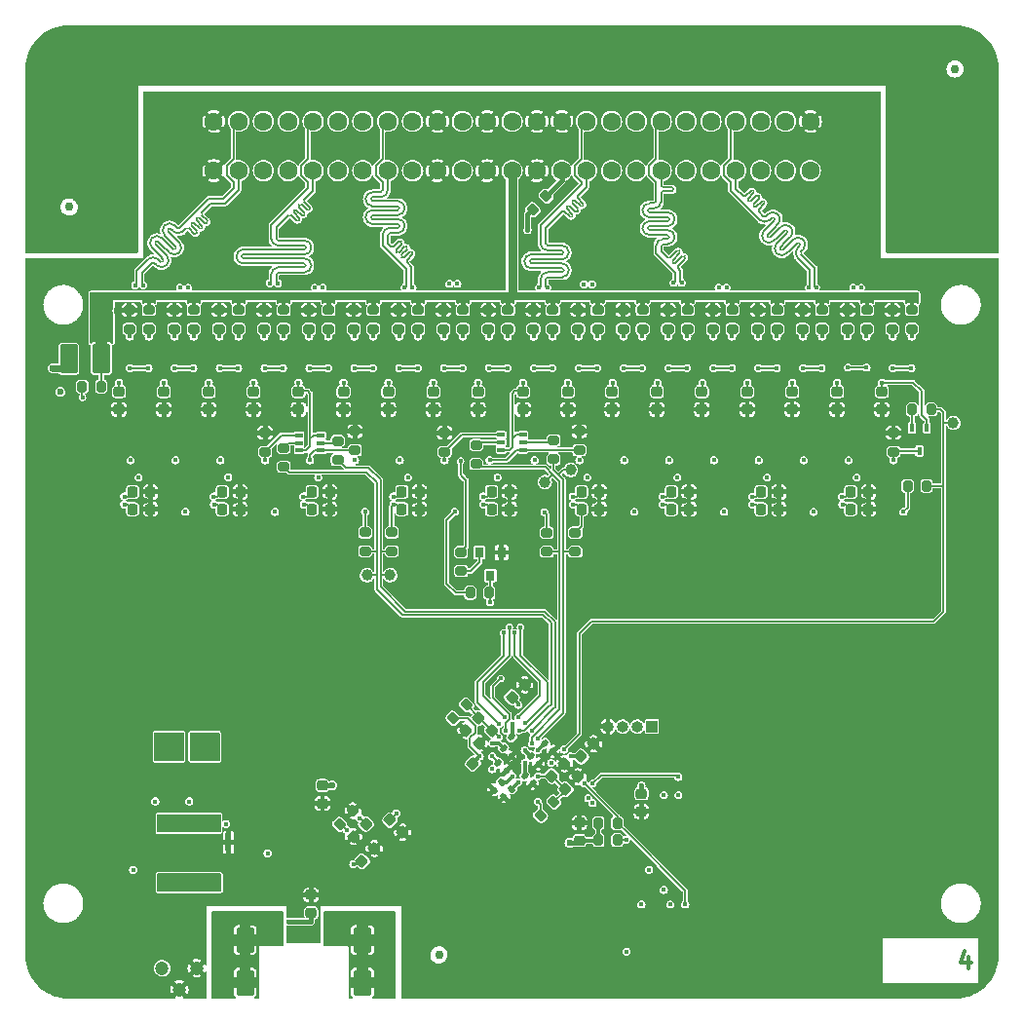
<source format=gbl>
G04 #@! TF.GenerationSoftware,KiCad,Pcbnew,(5.99.0-12548-gc9aebb8529)*
G04 #@! TF.CreationDate,2021-09-27T08:59:59-04:00*
G04 #@! TF.ProjectId,squishy,73717569-7368-4792-9e6b-696361645f70,rev?*
G04 #@! TF.SameCoordinates,PX9634260PY768aae0*
G04 #@! TF.FileFunction,Copper,L4,Bot*
G04 #@! TF.FilePolarity,Positive*
%FSLAX46Y46*%
G04 Gerber Fmt 4.6, Leading zero omitted, Abs format (unit mm)*
G04 Created by KiCad (PCBNEW (5.99.0-12548-gc9aebb8529)) date 2021-09-27 08:59:59*
%MOMM*%
%LPD*%
G01*
G04 APERTURE LIST*
G04 Aperture macros list*
%AMRoundRect*
0 Rectangle with rounded corners*
0 $1 Rounding radius*
0 $2 $3 $4 $5 $6 $7 $8 $9 X,Y pos of 4 corners*
0 Add a 4 corners polygon primitive as box body*
4,1,4,$2,$3,$4,$5,$6,$7,$8,$9,$2,$3,0*
0 Add four circle primitives for the rounded corners*
1,1,$1+$1,$2,$3*
1,1,$1+$1,$4,$5*
1,1,$1+$1,$6,$7*
1,1,$1+$1,$8,$9*
0 Add four rect primitives between the rounded corners*
20,1,$1+$1,$2,$3,$4,$5,0*
20,1,$1+$1,$4,$5,$6,$7,0*
20,1,$1+$1,$6,$7,$8,$9,0*
20,1,$1+$1,$8,$9,$2,$3,0*%
G04 Aperture macros list end*
%ADD10C,0.300000*%
G04 #@! TA.AperFunction,NonConductor*
%ADD11C,0.300000*%
G04 #@! TD*
G04 #@! TA.AperFunction,SMDPad,CuDef*
%ADD12RoundRect,0.200000X0.200000X0.275000X-0.200000X0.275000X-0.200000X-0.275000X0.200000X-0.275000X0*%
G04 #@! TD*
G04 #@! TA.AperFunction,SMDPad,CuDef*
%ADD13RoundRect,0.200000X-0.200000X-0.275000X0.200000X-0.275000X0.200000X0.275000X-0.200000X0.275000X0*%
G04 #@! TD*
G04 #@! TA.AperFunction,SMDPad,CuDef*
%ADD14RoundRect,0.200000X-0.275000X0.200000X-0.275000X-0.200000X0.275000X-0.200000X0.275000X0.200000X0*%
G04 #@! TD*
G04 #@! TA.AperFunction,SMDPad,CuDef*
%ADD15R,0.800000X0.900000*%
G04 #@! TD*
G04 #@! TA.AperFunction,ComponentPad*
%ADD16C,4.650000*%
G04 #@! TD*
G04 #@! TA.AperFunction,ComponentPad*
%ADD17C,1.600000*%
G04 #@! TD*
G04 #@! TA.AperFunction,SMDPad,CuDef*
%ADD18C,1.000000*%
G04 #@! TD*
G04 #@! TA.AperFunction,ComponentPad*
%ADD19C,1.200000*%
G04 #@! TD*
G04 #@! TA.AperFunction,ComponentPad*
%ADD20RoundRect,0.200000X-0.600000X-0.900000X0.600000X-0.900000X0.600000X0.900000X-0.600000X0.900000X0*%
G04 #@! TD*
G04 #@! TA.AperFunction,ComponentPad*
%ADD21C,0.500000*%
G04 #@! TD*
G04 #@! TA.AperFunction,SMDPad,CuDef*
%ADD22R,0.500000X1.600000*%
G04 #@! TD*
G04 #@! TA.AperFunction,ComponentPad*
%ADD23R,1.000000X1.000000*%
G04 #@! TD*
G04 #@! TA.AperFunction,ComponentPad*
%ADD24O,1.000000X1.000000*%
G04 #@! TD*
G04 #@! TA.AperFunction,SMDPad,CuDef*
%ADD25RoundRect,0.200000X-0.053033X0.335876X-0.335876X0.053033X0.053033X-0.335876X0.335876X-0.053033X0*%
G04 #@! TD*
G04 #@! TA.AperFunction,SMDPad,CuDef*
%ADD26RoundRect,0.140000X0.219203X0.021213X0.021213X0.219203X-0.219203X-0.021213X-0.021213X-0.219203X0*%
G04 #@! TD*
G04 #@! TA.AperFunction,SMDPad,CuDef*
%ADD27RoundRect,0.140000X0.021213X-0.219203X0.219203X-0.021213X-0.021213X0.219203X-0.219203X0.021213X0*%
G04 #@! TD*
G04 #@! TA.AperFunction,SMDPad,CuDef*
%ADD28RoundRect,0.200000X0.275000X-0.200000X0.275000X0.200000X-0.275000X0.200000X-0.275000X-0.200000X0*%
G04 #@! TD*
G04 #@! TA.AperFunction,SMDPad,CuDef*
%ADD29RoundRect,0.225000X0.017678X-0.335876X0.335876X-0.017678X-0.017678X0.335876X-0.335876X0.017678X0*%
G04 #@! TD*
G04 #@! TA.AperFunction,SMDPad,CuDef*
%ADD30RoundRect,0.225000X-0.017678X0.335876X-0.335876X0.017678X0.017678X-0.335876X0.335876X-0.017678X0*%
G04 #@! TD*
G04 #@! TA.AperFunction,SMDPad,CuDef*
%ADD31RoundRect,0.225000X0.335876X0.017678X0.017678X0.335876X-0.335876X-0.017678X-0.017678X-0.335876X0*%
G04 #@! TD*
G04 #@! TA.AperFunction,SMDPad,CuDef*
%ADD32RoundRect,0.225000X-0.250000X0.225000X-0.250000X-0.225000X0.250000X-0.225000X0.250000X0.225000X0*%
G04 #@! TD*
G04 #@! TA.AperFunction,SMDPad,CuDef*
%ADD33RoundRect,0.225000X0.250000X-0.225000X0.250000X0.225000X-0.250000X0.225000X-0.250000X-0.225000X0*%
G04 #@! TD*
G04 #@! TA.AperFunction,SMDPad,CuDef*
%ADD34RoundRect,0.250000X0.550000X1.025000X-0.550000X1.025000X-0.550000X-1.025000X0.550000X-1.025000X0*%
G04 #@! TD*
G04 #@! TA.AperFunction,SMDPad,CuDef*
%ADD35C,0.750000*%
G04 #@! TD*
G04 #@! TA.AperFunction,SMDPad,CuDef*
%ADD36RoundRect,0.225000X0.225000X0.250000X-0.225000X0.250000X-0.225000X-0.250000X0.225000X-0.250000X0*%
G04 #@! TD*
G04 #@! TA.AperFunction,SMDPad,CuDef*
%ADD37RoundRect,0.225000X-0.225000X-0.250000X0.225000X-0.250000X0.225000X0.250000X-0.225000X0.250000X0*%
G04 #@! TD*
G04 #@! TA.AperFunction,SMDPad,CuDef*
%ADD38RoundRect,0.200000X0.053033X-0.335876X0.335876X-0.053033X-0.053033X0.335876X-0.335876X0.053033X0*%
G04 #@! TD*
G04 #@! TA.AperFunction,SMDPad,CuDef*
%ADD39R,0.650000X0.400000*%
G04 #@! TD*
G04 #@! TA.AperFunction,SMDPad,CuDef*
%ADD40R,0.450000X0.700000*%
G04 #@! TD*
G04 #@! TA.AperFunction,ViaPad*
%ADD41C,0.410000*%
G04 #@! TD*
G04 #@! TA.AperFunction,ViaPad*
%ADD42C,0.450000*%
G04 #@! TD*
G04 #@! TA.AperFunction,ViaPad*
%ADD43C,0.600000*%
G04 #@! TD*
G04 #@! TA.AperFunction,Conductor*
%ADD44C,0.200000*%
G04 #@! TD*
G04 #@! TA.AperFunction,Conductor*
%ADD45C,0.127000*%
G04 #@! TD*
G04 #@! TA.AperFunction,Conductor*
%ADD46C,0.300000*%
G04 #@! TD*
G04 #@! TA.AperFunction,Conductor*
%ADD47C,0.152400*%
G04 #@! TD*
G04 #@! TA.AperFunction,Conductor*
%ADD48C,0.400000*%
G04 #@! TD*
G04 #@! TA.AperFunction,Conductor*
%ADD49C,0.800000*%
G04 #@! TD*
G04 #@! TA.AperFunction,Conductor*
%ADD50C,0.600000*%
G04 #@! TD*
G04 APERTURE END LIST*
D10*
D11*
X82185714Y3821429D02*
X82185714Y2821429D01*
X81828571Y4392858D02*
X81471428Y3321429D01*
X82400000Y3321429D01*
D12*
G04 #@! TO.P,R89,2*
G04 #@! TO.N,Net-(D7-Pad2)*
X5150000Y53400000D03*
G04 #@! TO.P,R89,1*
G04 #@! TO.N,/TERMPWR*
X6800000Y53400000D03*
G04 #@! TD*
D13*
G04 #@! TO.P,R87,1*
G04 #@! TO.N,+3V3*
X38875000Y35475000D03*
G04 #@! TO.P,R87,2*
G04 #@! TO.N,/~{DIFF_SENSE}*
X40525000Y35475000D03*
G04 #@! TD*
D14*
G04 #@! TO.P,R86,1*
G04 #@! TO.N,/DIFF_SENSE*
X38075000Y39025000D03*
G04 #@! TO.P,R86,2*
G04 #@! TO.N,Net-(Q5-Pad1)*
X38075000Y37375000D03*
G04 #@! TD*
D15*
G04 #@! TO.P,Q5,1,G*
G04 #@! TO.N,Net-(Q5-Pad1)*
X39675000Y38975000D03*
G04 #@! TO.P,Q5,2,S*
G04 #@! TO.N,GND*
X41575000Y38975000D03*
G04 #@! TO.P,Q5,3,D*
G04 #@! TO.N,/~{DIFF_SENSE}*
X40625000Y36975000D03*
G04 #@! TD*
D16*
G04 #@! TO.P,J2,52,Pin_52*
G04 #@! TO.N,/SHIELD*
X79925000Y74300000D03*
G04 #@! TO.P,J2,51,Pin_51*
X5075000Y74300000D03*
D17*
G04 #@! TO.P,J2,50,Pin_50*
G04 #@! TO.N,GND*
X16580000Y76445000D03*
G04 #@! TO.P,J2,49,Pin_49*
G04 #@! TO.N,/SCSI-OUT.IO-*
X18740000Y76445000D03*
G04 #@! TO.P,J2,48,Pin_48*
G04 #@! TO.N,/SCSI-OUT.REQ-*
X20900000Y76445000D03*
G04 #@! TO.P,J2,47,Pin_47*
G04 #@! TO.N,/SCSI-OUT.CD-*
X23060000Y76445000D03*
G04 #@! TO.P,J2,46,Pin_46*
G04 #@! TO.N,/SCSI-OUT.SEL-*
X25220000Y76445000D03*
G04 #@! TO.P,J2,45,Pin_45*
G04 #@! TO.N,/SCSI-OUT.MSG-*
X27380000Y76445000D03*
G04 #@! TO.P,J2,44,Pin_44*
G04 #@! TO.N,/SCSI-OUT.RST-*
X29540000Y76445000D03*
G04 #@! TO.P,J2,43,Pin_43*
G04 #@! TO.N,/SCSI-OUT.ACK-*
X31700000Y76445000D03*
G04 #@! TO.P,J2,42,Pin_42*
G04 #@! TO.N,/SCSI-OUT.BSY-*
X33860000Y76445000D03*
G04 #@! TO.P,J2,41,Pin_41*
G04 #@! TO.N,GND*
X36020000Y76445000D03*
G04 #@! TO.P,J2,40,Pin_40*
G04 #@! TO.N,/SCSI-OUT.ATN-*
X38180000Y76445000D03*
G04 #@! TO.P,J2,39,Pin_39*
G04 #@! TO.N,GND*
X40340000Y76445000D03*
G04 #@! TO.P,J2,38,Pin_38*
G04 #@! TO.N,/TERMPWR*
X42500000Y76445000D03*
G04 #@! TO.P,J2,37,Pin_37*
G04 #@! TO.N,GND*
X44660000Y76445000D03*
G04 #@! TO.P,J2,36,Pin_36*
X46820000Y76445000D03*
G04 #@! TO.P,J2,35,Pin_35*
G04 #@! TO.N,/SCSI-OUT.DBP-*
X48980000Y76445000D03*
G04 #@! TO.P,J2,34,Pin_34*
G04 #@! TO.N,/SCSI-OUT.DB7-*
X51140000Y76445000D03*
G04 #@! TO.P,J2,33,Pin_33*
G04 #@! TO.N,/SCSI-OUT.DB6-*
X53300000Y76445000D03*
G04 #@! TO.P,J2,32,Pin_32*
G04 #@! TO.N,/SCSI-OUT.DB5-*
X55460000Y76445000D03*
G04 #@! TO.P,J2,31,Pin_31*
G04 #@! TO.N,/SCSI-OUT.DB4-*
X57620000Y76445000D03*
G04 #@! TO.P,J2,30,Pin_30*
G04 #@! TO.N,/SCSI-OUT.DB3-*
X59780000Y76445000D03*
G04 #@! TO.P,J2,29,Pin_29*
G04 #@! TO.N,/SCSI-OUT.DB2-*
X61940000Y76445000D03*
G04 #@! TO.P,J2,28,Pin_28*
G04 #@! TO.N,/SCSI-OUT.DB1-*
X64100000Y76445000D03*
G04 #@! TO.P,J2,27,Pin_27*
G04 #@! TO.N,/SCSI-OUT.DB0-*
X66260000Y76445000D03*
G04 #@! TO.P,J2,26,Pin_26*
G04 #@! TO.N,GND*
X68420000Y76445000D03*
G04 #@! TO.P,J2,25,Pin_25*
X16580000Y72155000D03*
G04 #@! TO.P,J2,24,Pin_24*
G04 #@! TO.N,/SCSI-OUT.IO+*
X18740000Y72155000D03*
G04 #@! TO.P,J2,23,Pin_23*
G04 #@! TO.N,/SCSI-OUT.REQ+*
X20900000Y72155000D03*
G04 #@! TO.P,J2,22,Pin_22*
G04 #@! TO.N,/SCSI-OUT.CD+*
X23060000Y72155000D03*
G04 #@! TO.P,J2,21,Pin_21*
G04 #@! TO.N,/SCSI-OUT.SEL+*
X25220000Y72155000D03*
G04 #@! TO.P,J2,20,Pin_20*
G04 #@! TO.N,/SCSI-OUT.MSG+*
X27380000Y72155000D03*
G04 #@! TO.P,J2,19,Pin_19*
G04 #@! TO.N,/SCSI-OUT.RST+*
X29540000Y72155000D03*
G04 #@! TO.P,J2,18,Pin_18*
G04 #@! TO.N,/SCSI-OUT.ACK+*
X31700000Y72155000D03*
G04 #@! TO.P,J2,17,Pin_17*
G04 #@! TO.N,/SCSI-OUT.BSY+*
X33860000Y72155000D03*
G04 #@! TO.P,J2,16,Pin_16*
G04 #@! TO.N,GND*
X36020000Y72155000D03*
G04 #@! TO.P,J2,15,Pin_15*
G04 #@! TO.N,/SCSI-OUT.ATN+*
X38180000Y72155000D03*
G04 #@! TO.P,J2,14,Pin_14*
G04 #@! TO.N,GND*
X40340000Y72155000D03*
G04 #@! TO.P,J2,13,Pin_13*
G04 #@! TO.N,/TERMPWR*
X42500000Y72155000D03*
G04 #@! TO.P,J2,12,Pin_12*
G04 #@! TO.N,GND*
X44660000Y72155000D03*
G04 #@! TO.P,J2,11,Pin_11*
G04 #@! TO.N,/DIFF_SENSE*
X46820000Y72155000D03*
G04 #@! TO.P,J2,10,Pin_10*
G04 #@! TO.N,/SCSI-OUT.DBP+*
X48980000Y72155000D03*
G04 #@! TO.P,J2,9,Pin_9*
G04 #@! TO.N,/SCSI-OUT.DB7+*
X51140000Y72155000D03*
G04 #@! TO.P,J2,8,Pin_8*
G04 #@! TO.N,/SCSI-OUT.DB6+*
X53300000Y72155000D03*
G04 #@! TO.P,J2,7,Pin_7*
G04 #@! TO.N,/SCSI-OUT.DB5+*
X55460000Y72155000D03*
G04 #@! TO.P,J2,6,Pin_6*
G04 #@! TO.N,/SCSI-OUT.DB4+*
X57620000Y72155000D03*
G04 #@! TO.P,J2,5,Pin_5*
G04 #@! TO.N,/SCSI-OUT.DB3+*
X59780000Y72155000D03*
G04 #@! TO.P,J2,4,Pin_4*
G04 #@! TO.N,/SCSI-OUT.DB2+*
X61940000Y72155000D03*
G04 #@! TO.P,J2,3,Pin_3*
G04 #@! TO.N,/SCSI-OUT.DB1+*
X64100000Y72155000D03*
G04 #@! TO.P,J2,2,Pin_2*
G04 #@! TO.N,/SCSI-OUT.DB0+*
X66260000Y72155000D03*
G04 #@! TO.P,J2,1,Pin_1*
G04 #@! TO.N,/SHIELD*
X68420000Y72155000D03*
G04 #@! TD*
D18*
G04 #@! TO.P,TP18,1,1*
G04 #@! TO.N,GND*
X5900000Y50500000D03*
G04 #@! TD*
G04 #@! TO.P,TP16,1,1*
G04 #@! TO.N,GND*
X80350000Y55900000D03*
G04 #@! TD*
G04 #@! TO.P,TP15,1,1*
G04 #@! TO.N,GND*
X23050000Y34000000D03*
G04 #@! TD*
D19*
G04 #@! TO.P,SW1,3,3*
G04 #@! TO.N,GND*
X13600000Y1000000D03*
G04 #@! TO.P,SW1,2,2*
G04 #@! TO.N,Net-(C70-Pad1)*
X12100000Y2850000D03*
G04 #@! TO.P,SW1,1,1*
G04 #@! TO.N,GND*
X15100000Y2850000D03*
G04 #@! TD*
D20*
G04 #@! TO.P,J1,6,Shield*
G04 #@! TO.N,Net-(C11-Pad2)*
X19300000Y1600000D03*
X29500000Y1600000D03*
X19300000Y5300000D03*
X29500000Y5300000D03*
G04 #@! TD*
D21*
G04 #@! TO.P,U7,7,EP*
G04 #@! TO.N,GND*
X17850000Y13250000D03*
X17850000Y14350000D03*
D22*
X17850000Y13800000D03*
G04 #@! TD*
D23*
G04 #@! TO.P,J3,1,Pin_1*
G04 #@! TO.N,+3V3*
X54650000Y23850000D03*
D24*
G04 #@! TO.P,J3,2,Pin_2*
G04 #@! TO.N,/UART_TX*
X53380000Y23850000D03*
G04 #@! TO.P,J3,3,Pin_3*
G04 #@! TO.N,/UART_RX*
X52110000Y23850000D03*
G04 #@! TO.P,J3,4,Pin_4*
G04 #@! TO.N,GND*
X50840000Y23850000D03*
G04 #@! TD*
D25*
G04 #@! TO.P,R72,1*
G04 #@! TO.N,GND*
X28683363Y16533363D03*
G04 #@! TO.P,R72,2*
G04 #@! TO.N,Net-(R72-Pad2)*
X27516637Y15366637D03*
G04 #@! TD*
D14*
G04 #@! TO.P,R79,1*
G04 #@! TO.N,GND*
X20950000Y60050000D03*
G04 #@! TO.P,R79,2*
G04 #@! TO.N,/SCSI-OUT.SEL-*
X20950000Y58400000D03*
G04 #@! TD*
D26*
G04 #@! TO.P,C40,1*
G04 #@! TO.N,GND*
X42439411Y21310589D03*
G04 #@! TO.P,C40,2*
G04 #@! TO.N,+3V3*
X41760589Y21989411D03*
G04 #@! TD*
D27*
G04 #@! TO.P,C44,1*
G04 #@! TO.N,GND*
X40910589Y18360589D03*
G04 #@! TO.P,C44,2*
G04 #@! TO.N,+3V3*
X41589411Y19039411D03*
G04 #@! TD*
D26*
G04 #@! TO.P,C35,1*
G04 #@! TO.N,GND*
X44289411Y18910589D03*
G04 #@! TO.P,C35,2*
G04 #@! TO.N,+3V3*
X43610589Y19589411D03*
G04 #@! TD*
D28*
G04 #@! TO.P,R78,2*
G04 #@! TO.N,/TERMPWR*
X22650000Y60050000D03*
G04 #@! TO.P,R78,1*
G04 #@! TO.N,/SCSI-OUT.SEL+*
X22650000Y58400000D03*
G04 #@! TD*
D29*
G04 #@! TO.P,C54,1*
G04 #@! TO.N,+3V3*
X29451992Y12151992D03*
G04 #@! TO.P,C54,2*
G04 #@! TO.N,GND*
X30548008Y13248008D03*
G04 #@! TD*
D27*
G04 #@! TO.P,C39,1*
G04 #@! TO.N,GND*
X41810589Y17760589D03*
G04 #@! TO.P,C39,2*
G04 #@! TO.N,+1V2*
X42489411Y18439411D03*
G04 #@! TD*
D30*
G04 #@! TO.P,C55,1*
G04 #@! TO.N,+1V8*
X29798008Y15398008D03*
G04 #@! TO.P,C55,2*
G04 #@! TO.N,GND*
X28701992Y14301992D03*
G04 #@! TD*
D28*
G04 #@! TO.P,R31,1*
G04 #@! TO.N,/SCSI-OUT.DB0+*
X77250000Y58400000D03*
G04 #@! TO.P,R31,2*
G04 #@! TO.N,/TERMPWR*
X77250000Y60050000D03*
G04 #@! TD*
D31*
G04 #@! TO.P,C46,1*
G04 #@! TO.N,GND*
X40198008Y19551992D03*
G04 #@! TO.P,C46,2*
G04 #@! TO.N,+1V2*
X39101992Y20648008D03*
G04 #@! TD*
D32*
G04 #@! TO.P,C57,1*
G04 #@! TO.N,+3V3*
X26025000Y18725000D03*
G04 #@! TO.P,C57,2*
G04 #@! TO.N,GND*
X26025000Y17175000D03*
G04 #@! TD*
D26*
G04 #@! TO.P,C34,1*
G04 #@! TO.N,GND*
X44789411Y20610589D03*
G04 #@! TO.P,C34,2*
G04 #@! TO.N,+3V3*
X44110589Y21289411D03*
G04 #@! TD*
G04 #@! TO.P,C38,1*
G04 #@! TO.N,GND*
X43139411Y22260589D03*
G04 #@! TO.P,C38,2*
G04 #@! TO.N,+1V2*
X42460589Y22939411D03*
G04 #@! TD*
G04 #@! TO.P,C33,1*
G04 #@! TO.N,GND*
X46039411Y21710589D03*
G04 #@! TO.P,C33,2*
G04 #@! TO.N,+1V2*
X45360589Y22389411D03*
G04 #@! TD*
D30*
G04 #@! TO.P,C28,1*
G04 #@! TO.N,GND*
X49598008Y22348008D03*
G04 #@! TO.P,C28,2*
G04 #@! TO.N,+3V3*
X48501992Y21251992D03*
G04 #@! TD*
D26*
G04 #@! TO.P,C41,1*
G04 #@! TO.N,GND*
X41989411Y20010589D03*
G04 #@! TO.P,C41,2*
G04 #@! TO.N,+1V2*
X41310589Y20689411D03*
G04 #@! TD*
D31*
G04 #@! TO.P,C52,1*
G04 #@! TO.N,GND*
X32998008Y14651992D03*
G04 #@! TO.P,C52,2*
G04 #@! TO.N,+3V3*
X31901992Y15748008D03*
G04 #@! TD*
D29*
G04 #@! TO.P,C37,1*
G04 #@! TO.N,+3V3*
X42501992Y26401992D03*
G04 #@! TO.P,C37,2*
G04 #@! TO.N,GND*
X43598008Y27498008D03*
G04 #@! TD*
D33*
G04 #@! TO.P,C29,1*
G04 #@! TO.N,+3V3*
X48348527Y13954289D03*
G04 #@! TO.P,C29,2*
G04 #@! TO.N,GND*
X48348527Y15504289D03*
G04 #@! TD*
D32*
G04 #@! TO.P,C60,1*
G04 #@! TO.N,GND*
X25050000Y9225000D03*
G04 #@! TO.P,C60,2*
G04 #@! TO.N,+5V*
X25050000Y7675000D03*
G04 #@! TD*
D34*
G04 #@! TO.P,F1,1*
G04 #@! TO.N,/TERMPWR*
X6825000Y55800000D03*
G04 #@! TO.P,F1,2*
G04 #@! TO.N,Net-(F1-Pad2)*
X3975000Y55800000D03*
G04 #@! TD*
D25*
G04 #@! TO.P,R77,1*
G04 #@! TO.N,/DIFF_SENSE*
X45458363Y69933363D03*
G04 #@! TO.P,R77,2*
G04 #@! TO.N,+5V*
X44291637Y68766637D03*
G04 #@! TD*
D12*
G04 #@! TO.P,R53,1*
G04 #@! TO.N,/~{FPGA_RESET}*
X51650000Y15475000D03*
G04 #@! TO.P,R53,2*
G04 #@! TO.N,+3V3*
X50000000Y15475000D03*
G04 #@! TD*
G04 #@! TO.P,R52,1*
G04 #@! TO.N,/~{SPI_CS}*
X51650000Y13999999D03*
G04 #@! TO.P,R52,2*
G04 #@! TO.N,+3V3*
X50000000Y13999999D03*
G04 #@! TD*
D35*
G04 #@! TO.P,FID5,*
G04 #@! TO.N,*
X36150000Y4000000D03*
G04 #@! TD*
G04 #@! TO.P,FID4,*
G04 #@! TO.N,*
X81000000Y81000000D03*
G04 #@! TD*
G04 #@! TO.P,FID6,*
G04 #@! TO.N,*
X4000000Y69000000D03*
G04 #@! TD*
D32*
G04 #@! TO.P,C62,1*
G04 #@! TO.N,+5V*
X20050000Y52975000D03*
G04 #@! TO.P,C62,2*
G04 #@! TO.N,GND*
X20050000Y51425000D03*
G04 #@! TD*
D29*
G04 #@! TO.P,C30,1*
G04 #@! TO.N,Net-(C30-Pad1)*
X47151992Y18401992D03*
G04 #@! TO.P,C30,2*
G04 #@! TO.N,GND*
X48248008Y19498008D03*
G04 #@! TD*
D14*
G04 #@! TO.P,R38,1*
G04 #@! TO.N,Net-(Q3-Pad5)*
X46100000Y48725000D03*
G04 #@! TO.P,R38,2*
G04 #@! TO.N,/~{SCSI_BSY_EN}*
X46100000Y47075000D03*
G04 #@! TD*
D32*
G04 #@! TO.P,C24,1*
G04 #@! TO.N,+5V*
X55100000Y52975000D03*
G04 #@! TO.P,C24,2*
G04 #@! TO.N,GND*
X55100000Y51425000D03*
G04 #@! TD*
D18*
G04 #@! TO.P,TP10,1,1*
G04 #@! TO.N,/~{SCSI_AA_EN}*
X45350000Y45100000D03*
G04 #@! TD*
D28*
G04 #@! TO.P,R64,1*
G04 #@! TO.N,/SCSI-OUT.ACK+*
X34350000Y58400000D03*
G04 #@! TO.P,R64,2*
G04 #@! TO.N,/TERMPWR*
X34350000Y60050000D03*
G04 #@! TD*
D32*
G04 #@! TO.P,C53,1*
G04 #@! TO.N,+5V*
X31750000Y52975000D03*
G04 #@! TO.P,C53,2*
G04 #@! TO.N,GND*
X31750000Y51425000D03*
G04 #@! TD*
G04 #@! TO.P,C61,1*
G04 #@! TO.N,+5V*
X23950000Y52975000D03*
G04 #@! TO.P,C61,2*
G04 #@! TO.N,GND*
X23950000Y51425000D03*
G04 #@! TD*
D36*
G04 #@! TO.P,C64,1*
G04 #@! TO.N,GND*
X18875000Y44250000D03*
G04 #@! TO.P,C64,2*
G04 #@! TO.N,+5V*
X17325000Y44250000D03*
G04 #@! TD*
D28*
G04 #@! TO.P,R82,1*
G04 #@! TO.N,/SCSI-OUT.REQ+*
X14850000Y58400000D03*
G04 #@! TO.P,R82,2*
G04 #@! TO.N,/TERMPWR*
X14850000Y60050000D03*
G04 #@! TD*
D30*
G04 #@! TO.P,C45,1*
G04 #@! TO.N,Net-(C45-Pad1)*
X40748008Y23498008D03*
G04 #@! TO.P,C45,2*
G04 #@! TO.N,GND*
X39651992Y22401992D03*
G04 #@! TD*
D14*
G04 #@! TO.P,R83,1*
G04 #@! TO.N,GND*
X13150000Y60050000D03*
G04 #@! TO.P,R83,2*
G04 #@! TO.N,/SCSI-OUT.REQ-*
X13150000Y58400000D03*
G04 #@! TD*
G04 #@! TO.P,R49,1*
G04 #@! TO.N,GND*
X56050000Y60050000D03*
G04 #@! TO.P,R49,2*
G04 #@! TO.N,/SCSI-OUT.DB5-*
X56050000Y58400000D03*
G04 #@! TD*
D32*
G04 #@! TO.P,C69,1*
G04 #@! TO.N,+5V*
X8350000Y52975000D03*
G04 #@! TO.P,C69,2*
G04 #@! TO.N,GND*
X8350000Y51425000D03*
G04 #@! TD*
D28*
G04 #@! TO.P,R48,1*
G04 #@! TO.N,/SCSI-OUT.DB5+*
X57750000Y58400000D03*
G04 #@! TO.P,R48,2*
G04 #@! TO.N,/TERMPWR*
X57750000Y60050000D03*
G04 #@! TD*
D32*
G04 #@! TO.P,C21,1*
G04 #@! TO.N,+5V*
X59000000Y52975000D03*
G04 #@! TO.P,C21,2*
G04 #@! TO.N,GND*
X59000000Y51425000D03*
G04 #@! TD*
D37*
G04 #@! TO.P,C27,1*
G04 #@! TO.N,+5V*
X48525000Y44250000D03*
G04 #@! TO.P,C27,2*
G04 #@! TO.N,GND*
X50075000Y44250000D03*
G04 #@! TD*
D36*
G04 #@! TO.P,C63,1*
G04 #@! TO.N,GND*
X18875000Y42750000D03*
G04 #@! TO.P,C63,2*
G04 #@! TO.N,+3V3*
X17325000Y42750000D03*
G04 #@! TD*
D28*
G04 #@! TO.P,R34,1*
G04 #@! TO.N,/SCSI-OUT.DB1+*
X73350000Y58400000D03*
G04 #@! TO.P,R34,2*
G04 #@! TO.N,/TERMPWR*
X73350000Y60050000D03*
G04 #@! TD*
D37*
G04 #@! TO.P,C68,1*
G04 #@! TO.N,+5V*
X9525000Y44250000D03*
G04 #@! TO.P,C68,2*
G04 #@! TO.N,GND*
X11075000Y44250000D03*
G04 #@! TD*
D14*
G04 #@! TO.P,R40,1*
G04 #@! TO.N,+3V3*
X45526520Y40701520D03*
G04 #@! TO.P,R40,2*
G04 #@! TO.N,/~{SCSI_AA_EN}*
X45526520Y39051520D03*
G04 #@! TD*
D36*
G04 #@! TO.P,C58,1*
G04 #@! TO.N,GND*
X26675000Y42750000D03*
G04 #@! TO.P,C58,2*
G04 #@! TO.N,+3V3*
X25125000Y42750000D03*
G04 #@! TD*
D18*
G04 #@! TO.P,TP12,1,1*
G04 #@! TO.N,/~{SCSI_MR_EN}*
X29900000Y37000000D03*
G04 #@! TD*
D32*
G04 #@! TO.P,C16,1*
G04 #@! TO.N,+5V*
X66850000Y52975000D03*
G04 #@! TO.P,C16,2*
G04 #@! TO.N,GND*
X66850000Y51425000D03*
G04 #@! TD*
D30*
G04 #@! TO.P,C48,1*
G04 #@! TO.N,Net-(C45-Pad1)*
X39598008Y24598008D03*
G04 #@! TO.P,C48,2*
G04 #@! TO.N,GND*
X38501992Y23501992D03*
G04 #@! TD*
D38*
G04 #@! TO.P,R62,1*
G04 #@! TO.N,+1V2*
X37366637Y24566637D03*
G04 #@! TO.P,R62,2*
G04 #@! TO.N,Net-(C45-Pad1)*
X38533363Y25733363D03*
G04 #@! TD*
D14*
G04 #@! TO.P,R60,1*
G04 #@! TO.N,GND*
X40450000Y60050000D03*
G04 #@! TO.P,R60,2*
G04 #@! TO.N,/SCSI-OUT.ATN-*
X40450000Y58400000D03*
G04 #@! TD*
G04 #@! TO.P,R55,1*
G04 #@! TO.N,GND*
X48250000Y60050000D03*
G04 #@! TO.P,R55,2*
G04 #@! TO.N,/SCSI-OUT.DB7-*
X48250000Y58400000D03*
G04 #@! TD*
D18*
G04 #@! TO.P,TP11,1,1*
G04 #@! TO.N,/~{SCSI_SEL_EN}*
X31900000Y37000000D03*
G04 #@! TD*
D28*
G04 #@! TO.P,R75,2*
G04 #@! TO.N,GND*
X21050000Y49375000D03*
G04 #@! TO.P,R75,1*
G04 #@! TO.N,/SCSI Transceiver/SEL_EN*
X21050000Y47725000D03*
G04 #@! TD*
D36*
G04 #@! TO.P,C43,2*
G04 #@! TO.N,+5V*
X40725000Y44250000D03*
G04 #@! TO.P,C43,1*
G04 #@! TO.N,GND*
X42275000Y44250000D03*
G04 #@! TD*
D28*
G04 #@! TO.P,R84,1*
G04 #@! TO.N,/SCSI-OUT.IO+*
X10950000Y58400000D03*
G04 #@! TO.P,R84,2*
G04 #@! TO.N,/TERMPWR*
X10950000Y60050000D03*
G04 #@! TD*
G04 #@! TO.P,R56,1*
G04 #@! TO.N,/SCSI-OUT.DBP+*
X46050000Y58400000D03*
G04 #@! TO.P,R56,2*
G04 #@! TO.N,/TERMPWR*
X46050000Y60050000D03*
G04 #@! TD*
D32*
G04 #@! TO.P,C20,1*
G04 #@! TO.N,+3V3*
X53750000Y18025000D03*
G04 #@! TO.P,C20,2*
G04 #@! TO.N,GND*
X53750000Y16475000D03*
G04 #@! TD*
D14*
G04 #@! TO.P,R68,2*
G04 #@! TO.N,/~{SCSI_SEL_EN}*
X27350000Y47025000D03*
G04 #@! TO.P,R68,1*
G04 #@! TO.N,Net-(Q4-Pad2)*
X27350000Y48675000D03*
G04 #@! TD*
D28*
G04 #@! TO.P,R54,1*
G04 #@! TO.N,/SCSI-OUT.DB7+*
X49950000Y58400000D03*
G04 #@! TO.P,R54,2*
G04 #@! TO.N,/TERMPWR*
X49950000Y60050000D03*
G04 #@! TD*
D29*
G04 #@! TO.P,C32,1*
G04 #@! TO.N,Net-(C30-Pad1)*
X45951992Y19551992D03*
G04 #@! TO.P,C32,2*
G04 #@! TO.N,GND*
X47048008Y20648008D03*
G04 #@! TD*
D14*
G04 #@! TO.P,R76,1*
G04 #@! TO.N,GND*
X24850000Y60050000D03*
G04 #@! TO.P,R76,2*
G04 #@! TO.N,/SCSI-OUT.MSG-*
X24850000Y58400000D03*
G04 #@! TD*
D33*
G04 #@! TO.P,C47,1*
G04 #@! TO.N,GND*
X39550000Y51425000D03*
G04 #@! TO.P,C47,2*
G04 #@! TO.N,+5V*
X39550000Y52975000D03*
G04 #@! TD*
D14*
G04 #@! TO.P,R41,1*
G04 #@! TO.N,GND*
X67750000Y60050000D03*
G04 #@! TO.P,R41,2*
G04 #@! TO.N,/SCSI-OUT.DB2-*
X67750000Y58400000D03*
G04 #@! TD*
D28*
G04 #@! TO.P,R35,1*
G04 #@! TO.N,/SCSI Transceiver/AA_EN*
X48350000Y47875000D03*
G04 #@! TO.P,R35,2*
G04 #@! TO.N,GND*
X48350000Y49525000D03*
G04 #@! TD*
G04 #@! TO.P,R65,2*
G04 #@! TO.N,GND*
X28850000Y49525000D03*
G04 #@! TO.P,R65,1*
G04 #@! TO.N,/SCSI Transceiver/MR_EN*
X28850000Y47875000D03*
G04 #@! TD*
D37*
G04 #@! TO.P,C14,1*
G04 #@! TO.N,+5V*
X71925000Y44250000D03*
G04 #@! TO.P,C14,2*
G04 #@! TO.N,GND*
X73475000Y44250000D03*
G04 #@! TD*
D33*
G04 #@! TO.P,C49,1*
G04 #@! TO.N,GND*
X35650000Y51425000D03*
G04 #@! TO.P,C49,2*
G04 #@! TO.N,+5V*
X35650000Y52975000D03*
G04 #@! TD*
D36*
G04 #@! TO.P,C13,1*
G04 #@! TO.N,GND*
X73475000Y42750000D03*
G04 #@! TO.P,C13,2*
G04 #@! TO.N,+3V3*
X71925000Y42750000D03*
G04 #@! TD*
G04 #@! TO.P,C23,1*
G04 #@! TO.N,GND*
X57875000Y44250000D03*
G04 #@! TO.P,C23,2*
G04 #@! TO.N,+5V*
X56325000Y44250000D03*
G04 #@! TD*
D13*
G04 #@! TO.P,R29,1*
G04 #@! TO.N,Net-(Q2-Pad1)*
X77275000Y51400000D03*
G04 #@! TO.P,R29,2*
G04 #@! TO.N,/~{SCSI_TX_EN}*
X78925000Y51400000D03*
G04 #@! TD*
D14*
G04 #@! TO.P,R51,1*
G04 #@! TO.N,GND*
X52150000Y60050000D03*
G04 #@! TO.P,R51,2*
G04 #@! TO.N,/SCSI-OUT.DB6-*
X52150000Y58400000D03*
G04 #@! TD*
G04 #@! TO.P,R81,1*
G04 #@! TO.N,GND*
X17050000Y60050000D03*
G04 #@! TO.P,R81,2*
G04 #@! TO.N,/SCSI-OUT.CD-*
X17050000Y58400000D03*
G04 #@! TD*
G04 #@! TO.P,R63,1*
G04 #@! TO.N,GND*
X36550000Y60050000D03*
G04 #@! TO.P,R63,2*
G04 #@! TO.N,/SCSI-OUT.BSY-*
X36550000Y58400000D03*
G04 #@! TD*
D28*
G04 #@! TO.P,R80,1*
G04 #@! TO.N,/SCSI-OUT.CD+*
X18750000Y58400000D03*
G04 #@! TO.P,R80,2*
G04 #@! TO.N,/TERMPWR*
X18750000Y60050000D03*
G04 #@! TD*
D14*
G04 #@! TO.P,R71,1*
G04 #@! TO.N,GND*
X28750000Y60050000D03*
G04 #@! TO.P,R71,2*
G04 #@! TO.N,/SCSI-OUT.RST-*
X28750000Y58400000D03*
G04 #@! TD*
D39*
G04 #@! TO.P,Q4,6,D*
G04 #@! TO.N,/SCSI Transceiver/SEL_EN*
X24000000Y49150000D03*
G04 #@! TO.P,Q4,5,G*
G04 #@! TO.N,Net-(Q4-Pad5)*
X24000000Y48500000D03*
G04 #@! TO.P,Q4,4,S*
G04 #@! TO.N,+5V*
X24000000Y47850000D03*
G04 #@! TO.P,Q4,3,D*
G04 #@! TO.N,/SCSI Transceiver/MR_EN*
X25900000Y47850000D03*
G04 #@! TO.P,Q4,2,G*
G04 #@! TO.N,Net-(Q4-Pad2)*
X25900000Y48500000D03*
G04 #@! TO.P,Q4,1,S*
G04 #@! TO.N,+5V*
X25900000Y49150000D03*
G04 #@! TD*
D37*
G04 #@! TO.P,C18,1*
G04 #@! TO.N,+5V*
X64125000Y44250000D03*
G04 #@! TO.P,C18,2*
G04 #@! TO.N,GND*
X65675000Y44250000D03*
G04 #@! TD*
D14*
G04 #@! TO.P,R44,1*
G04 #@! TO.N,Net-(Q3-Pad2)*
X39400000Y48325000D03*
G04 #@! TO.P,R44,2*
G04 #@! TO.N,/~{SCSI_AA_EN}*
X39400000Y46675000D03*
G04 #@! TD*
D36*
G04 #@! TO.P,C26,1*
G04 #@! TO.N,GND*
X50075000Y42750000D03*
G04 #@! TO.P,C26,2*
G04 #@! TO.N,+3V3*
X48525000Y42750000D03*
G04 #@! TD*
G04 #@! TO.P,C59,1*
G04 #@! TO.N,GND*
X26675000Y44250000D03*
G04 #@! TO.P,C59,2*
G04 #@! TO.N,+5V*
X25125000Y44250000D03*
G04 #@! TD*
D32*
G04 #@! TO.P,C36,1*
G04 #@! TO.N,+5V*
X43450000Y52975000D03*
G04 #@! TO.P,C36,2*
G04 #@! TO.N,GND*
X43450000Y51425000D03*
G04 #@! TD*
D40*
G04 #@! TO.P,Q2,1,G*
G04 #@! TO.N,Net-(Q2-Pad1)*
X77250000Y49800000D03*
G04 #@! TO.P,Q2,2,S*
G04 #@! TO.N,+5V*
X78550000Y49800000D03*
G04 #@! TO.P,Q2,3,D*
G04 #@! TO.N,/SCSI Transceiver/TX_EN*
X77900000Y47800000D03*
G04 #@! TD*
D33*
G04 #@! TO.P,C12,1*
G04 #@! TO.N,GND*
X74650000Y51425000D03*
G04 #@! TO.P,C12,2*
G04 #@! TO.N,+5V*
X74650000Y52975000D03*
G04 #@! TD*
D14*
G04 #@! TO.P,R36,1*
G04 #@! TO.N,GND*
X71650000Y60050000D03*
G04 #@! TO.P,R36,2*
G04 #@! TO.N,/SCSI-OUT.DB1-*
X71650000Y58400000D03*
G04 #@! TD*
D32*
G04 #@! TO.P,C25,1*
G04 #@! TO.N,+5V*
X51200000Y52975000D03*
G04 #@! TO.P,C25,2*
G04 #@! TO.N,GND*
X51200000Y51425000D03*
G04 #@! TD*
D28*
G04 #@! TO.P,R61,1*
G04 #@! TO.N,/SCSI-OUT.BSY+*
X38250000Y58400000D03*
G04 #@! TO.P,R61,2*
G04 #@! TO.N,/TERMPWR*
X38250000Y60050000D03*
G04 #@! TD*
D14*
G04 #@! TO.P,R73,2*
G04 #@! TO.N,/~{SCSI_MR_EN}*
X22650000Y46425000D03*
G04 #@! TO.P,R73,1*
G04 #@! TO.N,Net-(Q4-Pad5)*
X22650000Y48075000D03*
G04 #@! TD*
D36*
G04 #@! TO.P,C22,1*
G04 #@! TO.N,GND*
X57875000Y42750000D03*
G04 #@! TO.P,C22,2*
G04 #@! TO.N,+3V3*
X56325000Y42750000D03*
G04 #@! TD*
D18*
G04 #@! TO.P,TP9,1,1*
G04 #@! TO.N,/~{SCSI_BSY_EN}*
X47600000Y46150000D03*
G04 #@! TD*
D38*
G04 #@! TO.P,R57,1*
G04 #@! TO.N,+1V2*
X44966637Y16116637D03*
G04 #@! TO.P,R57,2*
G04 #@! TO.N,Net-(C30-Pad1)*
X46133363Y17283363D03*
G04 #@! TD*
D14*
G04 #@! TO.P,R67,1*
G04 #@! TO.N,+3V3*
X32050000Y40725000D03*
G04 #@! TO.P,R67,2*
G04 #@! TO.N,/~{SCSI_SEL_EN}*
X32050000Y39075000D03*
G04 #@! TD*
D13*
G04 #@! TO.P,R30,1*
G04 #@! TO.N,+3V3*
X76875000Y44750000D03*
G04 #@! TO.P,R30,2*
G04 #@! TO.N,/~{SCSI_TX_EN}*
X78525000Y44750000D03*
G04 #@! TD*
D36*
G04 #@! TO.P,C42,1*
G04 #@! TO.N,GND*
X42275000Y42750000D03*
G04 #@! TO.P,C42,2*
G04 #@! TO.N,+3V3*
X40725000Y42750000D03*
G04 #@! TD*
D28*
G04 #@! TO.P,R74,1*
G04 #@! TO.N,/SCSI-OUT.MSG+*
X26550000Y58400000D03*
G04 #@! TO.P,R74,2*
G04 #@! TO.N,/TERMPWR*
X26550000Y60050000D03*
G04 #@! TD*
D14*
G04 #@! TO.P,R66,1*
G04 #@! TO.N,GND*
X32650000Y60050000D03*
G04 #@! TO.P,R66,2*
G04 #@! TO.N,/SCSI-OUT.ACK-*
X32650000Y58400000D03*
G04 #@! TD*
D36*
G04 #@! TO.P,C51,1*
G04 #@! TO.N,GND*
X34475000Y44250000D03*
G04 #@! TO.P,C51,2*
G04 #@! TO.N,+5V*
X32925000Y44250000D03*
G04 #@! TD*
D32*
G04 #@! TO.P,C56,1*
G04 #@! TO.N,+5V*
X27850000Y52975000D03*
G04 #@! TO.P,C56,2*
G04 #@! TO.N,GND*
X27850000Y51425000D03*
G04 #@! TD*
G04 #@! TO.P,C31,1*
G04 #@! TO.N,+5V*
X47350000Y52975000D03*
G04 #@! TO.P,C31,2*
G04 #@! TO.N,GND*
X47350000Y51425000D03*
G04 #@! TD*
D28*
G04 #@! TO.P,R59,1*
G04 #@! TO.N,/SCSI-OUT.ATN+*
X42150000Y58400000D03*
G04 #@! TO.P,R59,2*
G04 #@! TO.N,/TERMPWR*
X42150000Y60050000D03*
G04 #@! TD*
D18*
G04 #@! TO.P,TP8,1,1*
G04 #@! TO.N,/~{SCSI_TX_EN}*
X80850000Y50250000D03*
G04 #@! TD*
D36*
G04 #@! TO.P,C50,1*
G04 #@! TO.N,GND*
X34475000Y42750000D03*
G04 #@! TO.P,C50,2*
G04 #@! TO.N,+3V3*
X32925000Y42750000D03*
G04 #@! TD*
D14*
G04 #@! TO.P,R33,1*
G04 #@! TO.N,GND*
X75550000Y60050000D03*
G04 #@! TO.P,R33,2*
G04 #@! TO.N,/SCSI-OUT.DB0-*
X75550000Y58400000D03*
G04 #@! TD*
G04 #@! TO.P,R70,1*
G04 #@! TO.N,+3V3*
X29750000Y40725000D03*
G04 #@! TO.P,R70,2*
G04 #@! TO.N,/~{SCSI_MR_EN}*
X29750000Y39075000D03*
G04 #@! TD*
G04 #@! TO.P,R58,1*
G04 #@! TO.N,GND*
X44350000Y60050000D03*
G04 #@! TO.P,R58,2*
G04 #@! TO.N,/SCSI-OUT.DBP-*
X44350000Y58400000D03*
G04 #@! TD*
D32*
G04 #@! TO.P,C15,1*
G04 #@! TO.N,+5V*
X70750000Y52975000D03*
G04 #@! TO.P,C15,2*
G04 #@! TO.N,GND*
X70750000Y51425000D03*
G04 #@! TD*
G04 #@! TO.P,C66,1*
G04 #@! TO.N,+5V*
X12250000Y52975000D03*
G04 #@! TO.P,C66,2*
G04 #@! TO.N,GND*
X12250000Y51425000D03*
G04 #@! TD*
G04 #@! TO.P,C65,1*
G04 #@! TO.N,+5V*
X16150000Y52975000D03*
G04 #@! TO.P,C65,2*
G04 #@! TO.N,GND*
X16150000Y51425000D03*
G04 #@! TD*
D28*
G04 #@! TO.P,R45,1*
G04 #@! TO.N,/SCSI-OUT.DB4+*
X61650000Y58400000D03*
G04 #@! TO.P,R45,2*
G04 #@! TO.N,/TERMPWR*
X61650000Y60050000D03*
G04 #@! TD*
G04 #@! TO.P,R69,1*
G04 #@! TO.N,/SCSI-OUT.RST+*
X30450000Y58400000D03*
G04 #@! TO.P,R69,2*
G04 #@! TO.N,/TERMPWR*
X30450000Y60050000D03*
G04 #@! TD*
D14*
G04 #@! TO.P,R47,1*
G04 #@! TO.N,GND*
X59950000Y60050000D03*
G04 #@! TO.P,R47,2*
G04 #@! TO.N,/SCSI-OUT.DB4-*
X59950000Y58400000D03*
G04 #@! TD*
D18*
G04 #@! TO.P,TP13,1,1*
G04 #@! TO.N,/TERMPWR*
X6800000Y58400000D03*
G04 #@! TD*
D28*
G04 #@! TO.P,R39,1*
G04 #@! TO.N,/SCSI-OUT.DB2+*
X69450000Y58400000D03*
G04 #@! TO.P,R39,2*
G04 #@! TO.N,/TERMPWR*
X69450000Y60050000D03*
G04 #@! TD*
D14*
G04 #@! TO.P,R43,1*
G04 #@! TO.N,GND*
X63850000Y60050000D03*
G04 #@! TO.P,R43,2*
G04 #@! TO.N,/SCSI-OUT.DB3-*
X63850000Y58400000D03*
G04 #@! TD*
G04 #@! TO.P,R37,1*
G04 #@! TO.N,+3V3*
X48000000Y40701520D03*
G04 #@! TO.P,R37,2*
G04 #@! TO.N,/~{SCSI_BSY_EN}*
X48000000Y39051520D03*
G04 #@! TD*
D36*
G04 #@! TO.P,C67,1*
G04 #@! TO.N,GND*
X11075000Y42750000D03*
G04 #@! TO.P,C67,2*
G04 #@! TO.N,+3V3*
X9525000Y42750000D03*
G04 #@! TD*
D14*
G04 #@! TO.P,R85,1*
G04 #@! TO.N,GND*
X9250000Y60050000D03*
G04 #@! TO.P,R85,2*
G04 #@! TO.N,/SCSI-OUT.IO-*
X9250000Y58400000D03*
G04 #@! TD*
D28*
G04 #@! TO.P,R42,1*
G04 #@! TO.N,/SCSI-OUT.DB3+*
X65550000Y58400000D03*
G04 #@! TO.P,R42,2*
G04 #@! TO.N,/TERMPWR*
X65550000Y60050000D03*
G04 #@! TD*
G04 #@! TO.P,R46,1*
G04 #@! TO.N,/SCSI Transceiver/BSY_EN*
X36650000Y47725000D03*
G04 #@! TO.P,R46,2*
G04 #@! TO.N,GND*
X36650000Y49375000D03*
G04 #@! TD*
D36*
G04 #@! TO.P,C17,1*
G04 #@! TO.N,GND*
X65675000Y42750000D03*
G04 #@! TO.P,C17,2*
G04 #@! TO.N,+3V3*
X64125000Y42750000D03*
G04 #@! TD*
D39*
G04 #@! TO.P,Q3,1,S*
G04 #@! TO.N,+5V*
X41550000Y47900000D03*
G04 #@! TO.P,Q3,2,G*
G04 #@! TO.N,Net-(Q3-Pad2)*
X41550000Y48550000D03*
G04 #@! TO.P,Q3,3,D*
G04 #@! TO.N,/SCSI Transceiver/BSY_EN*
X41550000Y49200000D03*
G04 #@! TO.P,Q3,4,S*
G04 #@! TO.N,+5V*
X43450000Y49200000D03*
G04 #@! TO.P,Q3,5,G*
G04 #@! TO.N,Net-(Q3-Pad5)*
X43450000Y48550000D03*
G04 #@! TO.P,Q3,6,D*
G04 #@! TO.N,/SCSI Transceiver/AA_EN*
X43450000Y47900000D03*
G04 #@! TD*
D28*
G04 #@! TO.P,R32,1*
G04 #@! TO.N,/SCSI Transceiver/TX_EN*
X75650000Y47725000D03*
G04 #@! TO.P,R32,2*
G04 #@! TO.N,GND*
X75650000Y49375000D03*
G04 #@! TD*
G04 #@! TO.P,R50,1*
G04 #@! TO.N,/SCSI-OUT.DB6+*
X53850000Y58400000D03*
G04 #@! TO.P,R50,2*
G04 #@! TO.N,/TERMPWR*
X53850000Y60050000D03*
G04 #@! TD*
D33*
G04 #@! TO.P,C19,1*
G04 #@! TO.N,GND*
X62950000Y51425000D03*
G04 #@! TO.P,C19,2*
G04 #@! TO.N,+5V*
X62950000Y52975000D03*
G04 #@! TD*
D41*
G04 #@! TO.N,Net-(D7-Pad2)*
X5175000Y52450000D03*
G04 #@! TO.N,/DIFF_SENSE*
X38025000Y46925000D03*
G04 #@! TO.N,/~{DIFF_SENSE}*
X40575000Y34625000D03*
X41500000Y28025000D03*
X41950000Y23500000D03*
D42*
G04 #@! TO.N,+3V3*
X52450000Y4300000D03*
X55700000Y9650000D03*
G04 #@! TO.N,/COPI*
X56250000Y8400000D03*
G04 #@! TO.N,/SPI_CLK*
X53750000Y8400000D03*
G04 #@! TO.N,/~{FPGA_RESET}*
X57550000Y8400000D03*
G04 #@! TO.N,/COPI*
X56950000Y17900000D03*
G04 #@! TO.N,/SPI_CLK*
X55700000Y17900000D03*
G04 #@! TO.N,/~{SPI_CS}*
X52402700Y14000000D03*
G04 #@! TO.N,/CIPO*
X54400000Y11400000D03*
G04 #@! TO.N,/COPI*
X56950000Y19475000D03*
G04 #@! TO.N,GND*
X53975000Y15325000D03*
X53975000Y14075000D03*
X56125000Y14075000D03*
X56125000Y15325000D03*
G04 #@! TO.N,+3V3*
X53750000Y18750000D03*
G04 #@! TO.N,+5V*
X43850000Y67000000D03*
G04 #@! TO.N,/SCSI-OUT.DB5+*
X57249750Y62423732D03*
G04 #@! TO.N,/SCSI-OUT.DB5-*
X56549750Y62423732D03*
G04 #@! TO.N,/SCSI-OUT.DB7+*
X49449750Y62287267D03*
G04 #@! TO.N,/SCSI-OUT.DB7-*
X48749750Y62287267D03*
G04 #@! TO.N,/SCSI-OUT.BSY+*
X37749750Y62337415D03*
G04 #@! TO.N,/SCSI-OUT.BSY-*
X37049750Y62337415D03*
G04 #@! TO.N,/SCSI-OUT.SEL-*
X21450000Y62384587D03*
G04 #@! TO.N,/SCSI-OUT.SEL+*
X22150000Y62384587D03*
G04 #@! TO.N,/SCSI-OUT.IO+*
X10450000Y62206598D03*
G04 #@! TO.N,/SCSI-OUT.IO-*
X9750000Y62206598D03*
G04 #@! TO.N,/SCSI-OUT.REQ+*
X14350000Y62000000D03*
G04 #@! TO.N,/SCSI-OUT.REQ-*
X13650000Y62000000D03*
G04 #@! TO.N,/SCSI-OUT.MSG-*
X25349750Y62000000D03*
G04 #@! TO.N,/SCSI-OUT.MSG+*
X26049750Y62000000D03*
G04 #@! TO.N,/SCSI-OUT.ACK-*
X33150000Y62000000D03*
G04 #@! TO.N,/SCSI-OUT.ACK+*
X33850000Y62000000D03*
G04 #@! TO.N,/SCSI-OUT.DBP+*
X45550000Y62000000D03*
G04 #@! TO.N,/SCSI-OUT.DBP-*
X44850000Y62000000D03*
G04 #@! TO.N,/SCSI-OUT.DB4+*
X61150000Y62000000D03*
G04 #@! TO.N,/SCSI-OUT.DB4-*
X60450000Y62000000D03*
D41*
G04 #@! TO.N,/SCSI-OUT.DB2-*
X68270000Y62000000D03*
G04 #@! TO.N,/SCSI-OUT.DB2+*
X68930000Y62000000D03*
D42*
G04 #@! TO.N,/SCSI-OUT.DB1+*
X72850000Y62000000D03*
G04 #@! TO.N,/SCSI-OUT.DB1-*
X72150000Y62000000D03*
G04 #@! TO.N,/SCSI Transceiver/AA_EN*
X32750000Y47000000D03*
G04 #@! TO.N,/Power Supply/PSU_EN*
X11500000Y17350000D03*
X9568498Y11400000D03*
X17650000Y15400000D03*
X14450000Y17350000D03*
D43*
G04 #@! TO.N,GND*
X11500000Y5550000D03*
X11500000Y6500000D03*
X34000000Y43500000D03*
X49600000Y43500000D03*
X58800000Y43500000D03*
D42*
X32411010Y13806757D03*
X15500000Y17650000D03*
D41*
X7000000Y41050000D03*
D42*
X42500000Y20700000D03*
D41*
X31550000Y31500000D03*
D43*
X47200000Y60000000D03*
D42*
X30996796Y13806757D03*
D43*
X43800000Y59225000D03*
D42*
X30996796Y12392543D03*
D43*
X8200000Y60000000D03*
D42*
X43050000Y20100000D03*
D41*
X62550000Y31500000D03*
D43*
X35500000Y60000000D03*
X16000000Y60000000D03*
D41*
X15000000Y31500000D03*
D43*
X62800000Y60000000D03*
D41*
X61500000Y31500000D03*
D43*
X12100000Y60000000D03*
D41*
X39000000Y40950000D03*
X69500000Y31500000D03*
D43*
X66700000Y60000000D03*
X31600000Y60000000D03*
X35400000Y43500000D03*
D42*
X12400000Y17650000D03*
D43*
X39400000Y60000000D03*
D41*
X23550000Y31500000D03*
X38000000Y31450000D03*
D43*
X57400000Y43500000D03*
X10600000Y43500000D03*
D41*
X7050000Y31550000D03*
D42*
X41950000Y21250000D03*
D41*
X53500000Y41000000D03*
D43*
X35100000Y14100000D03*
X66600000Y43500000D03*
D41*
X39050000Y31450000D03*
X6000000Y31550000D03*
X42750000Y46900000D03*
X53500000Y31500000D03*
X6000000Y41050000D03*
D43*
X41800000Y43500000D03*
D41*
X16050000Y31500000D03*
D43*
X27700000Y60000000D03*
X23800000Y60000000D03*
D42*
X16500000Y17650000D03*
D43*
X70600000Y60000000D03*
D41*
X44250000Y40950000D03*
X38000000Y40950000D03*
D43*
X55000000Y60000000D03*
D41*
X78500000Y41000000D03*
X22500000Y31500000D03*
D43*
X19800000Y43500000D03*
X74500000Y60000000D03*
X58900000Y60000000D03*
D41*
X79500000Y41000000D03*
D43*
X27600000Y43500000D03*
X51000000Y43500000D03*
D41*
X15000000Y41000000D03*
D43*
X73000000Y43500000D03*
D42*
X40250000Y21800000D03*
D43*
X74400000Y43500000D03*
D41*
X54500000Y41000000D03*
X62500000Y41000000D03*
X79550000Y31500000D03*
X70550000Y31500000D03*
X22500000Y41000000D03*
X44500000Y11500000D03*
D43*
X26200000Y43500000D03*
D42*
X44750000Y18400000D03*
D43*
X19900000Y60000000D03*
D42*
X29582582Y13806757D03*
D41*
X16000000Y41000000D03*
X61500000Y41000000D03*
X23500000Y41000000D03*
D43*
X12000000Y43500000D03*
X51100000Y60000000D03*
D42*
X43050000Y21250000D03*
D41*
X42500000Y29000000D03*
D42*
X42500000Y21850000D03*
X30996796Y15220971D03*
D43*
X65200000Y43500000D03*
X18400000Y43500000D03*
D41*
X30500000Y31500000D03*
X54550000Y31500000D03*
X78500000Y31500000D03*
D43*
X43200000Y43500000D03*
D41*
X49500000Y11500000D03*
D42*
X13400000Y17650000D03*
D43*
X26000000Y15400000D03*
D42*
G04 #@! TO.N,+5V*
X51250000Y53750000D03*
X39975000Y43850000D03*
X35650000Y53750000D03*
D43*
X13000000Y10600000D03*
D42*
X12250000Y53750000D03*
X55575000Y43850000D03*
D43*
X16150001Y10000000D03*
X15450000Y15750000D03*
D42*
X27850000Y53750000D03*
X31750000Y53750000D03*
D43*
X13000000Y15150000D03*
X16150000Y15750000D03*
D42*
X20050000Y53750000D03*
X8350000Y53750000D03*
X74650000Y53750000D03*
X16150000Y53750000D03*
X23950000Y53750000D03*
X43450000Y53750000D03*
D43*
X13350001Y10000000D03*
X14050000Y15750000D03*
X15450000Y10000000D03*
D42*
X70750000Y53750000D03*
X62950000Y53750000D03*
X47350000Y53750000D03*
D43*
X3250000Y52950000D03*
X13700000Y15150000D03*
X12300000Y15150000D03*
X15100000Y15150000D03*
D42*
X24375000Y43850000D03*
D43*
X12300001Y10600000D03*
X14750000Y15750000D03*
X14750000Y10000000D03*
D42*
X32175000Y43850000D03*
D41*
X25050000Y6900000D03*
D42*
X47775000Y43850000D03*
X55150000Y53750000D03*
X16575000Y43850000D03*
X66850000Y53750000D03*
D43*
X15100001Y10600000D03*
D42*
X63375000Y43850000D03*
D43*
X16500000Y10600000D03*
X15800000Y10600000D03*
X14400000Y10600000D03*
X13700000Y10600000D03*
X13350000Y15750000D03*
D42*
X39550000Y53750000D03*
X59050000Y53750000D03*
D43*
X14049999Y10000000D03*
X16500000Y15150000D03*
X12650000Y15750000D03*
D42*
X71175000Y43850000D03*
D43*
X15800000Y15150000D03*
D41*
X23100000Y6900000D03*
D43*
X14400000Y15150000D03*
D42*
X8800000Y43850000D03*
D43*
X12650000Y10000000D03*
D42*
G04 #@! TO.N,+1V8*
X21250000Y12850000D03*
X29277700Y15900000D03*
G04 #@! TO.N,/SCSI-OUT.DB0+*
X77199750Y55000000D03*
X75600250Y55000000D03*
X77224750Y57750000D03*
G04 #@! TO.N,/SCSI-OUT.DB0-*
X75587375Y57737375D03*
G04 #@! TO.N,/SCSI-OUT.DB2+*
X69424750Y57750000D03*
X67800250Y55000000D03*
X69399750Y55000000D03*
G04 #@! TO.N,/SCSI-OUT.DB2-*
X67800000Y57750000D03*
G04 #@! TO.N,/SCSI-OUT.DB3+*
X65499750Y55000000D03*
X65524750Y57750000D03*
X63900250Y55000000D03*
G04 #@! TO.N,/SCSI-OUT.DB3-*
X63887375Y57737375D03*
G04 #@! TO.N,/SCSI-OUT.DB5+*
X57724750Y57750000D03*
X56100250Y55000000D03*
X57699750Y55000000D03*
G04 #@! TO.N,/SCSI-OUT.DB5-*
X56074750Y57750000D03*
G04 #@! TO.N,/SCSI-OUT.DB7+*
X48300250Y55000000D03*
X49899750Y55000000D03*
X49924750Y57750000D03*
G04 #@! TO.N,/SCSI-OUT.DB7-*
X48274750Y57750000D03*
G04 #@! TO.N,/SCSI-OUT.ATN+*
X42099750Y55000000D03*
X42124750Y57750000D03*
X40500250Y55000000D03*
G04 #@! TO.N,/SCSI-OUT.ATN-*
X40474750Y57750000D03*
G04 #@! TO.N,/SCSI-OUT.BSY+*
X38199750Y55000000D03*
X38224750Y57750000D03*
X36600250Y55000000D03*
G04 #@! TO.N,/SCSI-OUT.BSY-*
X36574750Y57750000D03*
G04 #@! TO.N,/SCSI-OUT.RST+*
X30399750Y55000000D03*
X28800250Y55000000D03*
X30424750Y57750000D03*
G04 #@! TO.N,/SCSI-OUT.RST-*
X28787375Y57737375D03*
G04 #@! TO.N,/SCSI-OUT.SEL+*
X22624750Y57750000D03*
X21000250Y55000000D03*
X22599750Y55000000D03*
G04 #@! TO.N,/SCSI-OUT.SEL-*
X20974750Y57750000D03*
G04 #@! TO.N,/SCSI-OUT.DB1+*
X71700250Y55050000D03*
X73299750Y55050000D03*
X73312375Y57750000D03*
G04 #@! TO.N,/SCSI-OUT.DB1-*
X71650000Y57762375D03*
G04 #@! TO.N,/SCSI-OUT.DB4+*
X61624750Y57750000D03*
X61599750Y55000000D03*
X60000250Y55000000D03*
G04 #@! TO.N,/SCSI-OUT.DB4-*
X59987375Y57737375D03*
G04 #@! TO.N,/SCSI-OUT.DB6+*
X52200250Y55000000D03*
X53799750Y55000000D03*
X53824750Y57750000D03*
G04 #@! TO.N,/SCSI-OUT.DB6-*
X52187375Y57737375D03*
G04 #@! TO.N,/SCSI-OUT.DBP+*
X46024750Y57750000D03*
X45999750Y55000000D03*
X44400250Y55000000D03*
G04 #@! TO.N,/SCSI-OUT.DBP-*
X44387375Y57737375D03*
G04 #@! TO.N,/SCSI-OUT.ACK+*
X34299750Y55000000D03*
X34324750Y57750000D03*
X32700250Y55000000D03*
G04 #@! TO.N,/SCSI-OUT.ACK-*
X32687375Y57737375D03*
G04 #@! TO.N,/SCSI-OUT.MSG+*
X24900250Y55000000D03*
X26524750Y57750000D03*
X26499750Y55000000D03*
G04 #@! TO.N,/SCSI-OUT.MSG-*
X24874750Y57750000D03*
G04 #@! TO.N,/SCSI-OUT.CD+*
X18724750Y57750000D03*
X18699750Y55000000D03*
X17100250Y55000000D03*
G04 #@! TO.N,/SCSI-OUT.CD-*
X17074750Y57750000D03*
G04 #@! TO.N,/SCSI-OUT.REQ+*
X14799750Y55000000D03*
X14824750Y57750000D03*
X13200250Y55000000D03*
G04 #@! TO.N,/SCSI-OUT.REQ-*
X13174750Y57750000D03*
G04 #@! TO.N,/SCSI-OUT.IO+*
X9300500Y55000000D03*
X10900000Y55000000D03*
X10925000Y57750000D03*
G04 #@! TO.N,/SCSI-OUT.IO-*
X9287500Y57737500D03*
G04 #@! TO.N,/CIPO*
X45900000Y20700000D03*
G04 #@! TO.N,Net-(C30-Pad1)*
X44750000Y19550000D03*
D41*
G04 #@! TO.N,/COPI*
X49500000Y18892300D03*
G04 #@! TO.N,/~{FPGA_RESET}*
X48800000Y18892300D03*
D42*
G04 #@! TO.N,/~{SCSI_TX_EN}*
X47000000Y21850000D03*
G04 #@! TO.N,/SCSI Transceiver/TX_EN*
X63950000Y47000000D03*
X48350000Y47000000D03*
X28850000Y47000000D03*
X75650000Y47000000D03*
X67850000Y47000000D03*
G04 #@! TO.N,/SCSI Transceiver/BSY_EN*
X36650000Y47000000D03*
G04 #@! TO.N,/SCSI Transceiver/TX_EN*
X56150000Y47000000D03*
G04 #@! TO.N,/SCSI Transceiver/SEL_EN*
X21050000Y47000000D03*
G04 #@! TO.N,/SCSI Transceiver/AA_EN*
X40550000Y47000000D03*
G04 #@! TO.N,/SCSI Transceiver/TX_EN*
X44450000Y47000000D03*
G04 #@! TO.N,+3V3*
X11700000Y21750000D03*
X10050000Y45500000D03*
X56855741Y45500000D03*
X12350000Y22400000D03*
X11700000Y22400000D03*
X28700000Y11900000D03*
X14125000Y42525000D03*
X8800000Y43150000D03*
X68700000Y42500000D03*
X13700000Y23050000D03*
X12350000Y21100000D03*
X32450000Y16300000D03*
X12350000Y23050000D03*
X29725000Y42525000D03*
X13700000Y21100000D03*
X13050000Y23050000D03*
X40800000Y22400000D03*
X60925000Y42525000D03*
X24400000Y43150000D03*
X21900000Y42500000D03*
X13700000Y22400000D03*
X41255741Y45505741D03*
X76525000Y42525000D03*
X43600000Y21800000D03*
X43600000Y20700000D03*
X45325000Y42475000D03*
X13050000Y22400000D03*
X49050000Y45500000D03*
X16600000Y43150000D03*
X11700000Y21100000D03*
X13050000Y21100000D03*
X47600000Y21250000D03*
D43*
X47500000Y13750000D03*
D42*
X40800000Y20150000D03*
X13700000Y21750000D03*
X55600000Y43150000D03*
X13050000Y21750000D03*
X11700000Y23050000D03*
X64655741Y45500000D03*
X37525000Y42525000D03*
X17830741Y45530741D03*
X32200000Y43150000D03*
X43050000Y25750000D03*
X63400000Y43150000D03*
X42500000Y19550000D03*
X47800000Y43150000D03*
X71200000Y43150000D03*
X53125000Y42525000D03*
X40000000Y43150000D03*
X12350000Y21750000D03*
X33455741Y45500000D03*
D43*
X26850000Y18750000D03*
D42*
X72450000Y45500000D03*
X25650000Y45500000D03*
D41*
G04 #@! TO.N,Net-(C45-Pad1)*
X41350000Y22950000D03*
D42*
G04 #@! TO.N,Net-(R72-Pad2)*
X28121930Y14890780D03*
G04 #@! TO.N,+1V2*
X16800000Y23050000D03*
X16800000Y22400000D03*
D41*
X44721249Y17320805D03*
D42*
X16800000Y21100000D03*
X42500000Y24100000D03*
X16150000Y21750000D03*
X16150000Y22400000D03*
X15450000Y21100000D03*
X43050000Y19000000D03*
X40800000Y21250000D03*
X15450000Y22400000D03*
X14800000Y21750000D03*
X16150000Y23050000D03*
X44750000Y21800000D03*
X15450000Y21750000D03*
X14800000Y21100000D03*
X14800000Y23050000D03*
X15450000Y23050000D03*
X39700000Y21250000D03*
X14800000Y22400000D03*
X16150000Y21100000D03*
X16800000Y21750000D03*
D41*
G04 #@! TO.N,/~{SCSI_MR_EN}*
X43100000Y23500000D03*
D43*
G04 #@! TO.N,Net-(F1-Pad2)*
X2600000Y55000000D03*
D42*
G04 #@! TO.N,/SCSI Transceiver/MR_EN*
X9350000Y47000000D03*
X13250000Y47000000D03*
X17150000Y47000000D03*
G04 #@! TO.N,/SCSI Transceiver/TX_EN*
X71750000Y47000000D03*
X52250000Y47000000D03*
G04 #@! TO.N,/SCSI Transceiver/MR_EN*
X24950000Y47000000D03*
G04 #@! TO.N,/SCSI Transceiver/TX_EN*
X60050000Y47000000D03*
D41*
G04 #@! TO.N,/SCSI-RX.ATN*
X41350000Y24050000D03*
X41750000Y32000000D03*
G04 #@! TO.N,/SCSI-TX.ATN*
X42250000Y32500000D03*
X41900000Y24650000D03*
G04 #@! TO.N,/SCSI-RX.DBP*
X43026466Y24650312D03*
X42750000Y32000000D03*
G04 #@! TO.N,/SCSI-TX.DBP*
X43250000Y32500000D03*
X43656322Y24138225D03*
G04 #@! TO.N,/~{SCSI_SEL_EN}*
X44199315Y23499299D03*
G04 #@! TO.N,/~{SCSI_BSY_EN}*
X44750000Y22800000D03*
D42*
G04 #@! TO.N,/UART_TX*
X49500000Y17200000D03*
G04 #@! TO.N,/UART_RX*
X49120371Y17633862D03*
D41*
G04 #@! TO.N,/~{SCSI_AA_EN}*
X44200000Y22350000D03*
G04 #@! TD*
D44*
G04 #@! TO.N,Net-(D7-Pad2)*
X5150000Y53400000D02*
X5150000Y52475000D01*
X5150000Y52475000D02*
X5175000Y52450000D01*
G04 #@! TO.N,/TERMPWR*
X6825000Y55800000D02*
X6825000Y53400000D01*
G04 #@! TO.N,/DIFF_SENSE*
X38500000Y39450000D02*
X38500000Y42225000D01*
X38075000Y39025000D02*
X38500000Y39450000D01*
X38025000Y45725000D02*
X38025000Y46925000D01*
X38125000Y45625000D02*
X38025000Y45725000D01*
X38500000Y42225000D02*
X38500000Y45250000D01*
X38500000Y45250000D02*
X38125000Y45625000D01*
G04 #@! TO.N,/~{DIFF_SENSE}*
X40575000Y34625000D02*
X40575000Y35425000D01*
X40575000Y35425000D02*
X40550000Y35450000D01*
X40550000Y35450000D02*
X40625000Y35525000D01*
X40625000Y35525000D02*
X40625000Y36975000D01*
G04 #@! TO.N,+3V3*
X37625000Y35475000D02*
X36800000Y36300000D01*
X36800000Y41800000D02*
X37525000Y42525000D01*
X38875000Y35475000D02*
X37625000Y35475000D01*
X36800000Y36300000D02*
X36800000Y41800000D01*
G04 #@! TO.N,Net-(Q5-Pad1)*
X38075000Y37375000D02*
X38925000Y37375000D01*
X38925000Y37375000D02*
X39700000Y38150000D01*
X39700000Y38150000D02*
X39700000Y39000000D01*
D45*
G04 #@! TO.N,/~{DIFF_SENSE}*
X40825000Y27350000D02*
X41500000Y28025000D01*
X40825000Y26400000D02*
X40825000Y27350000D01*
X41950000Y23500000D02*
X41950000Y24136915D01*
X41950000Y24136915D02*
X42295011Y24481926D01*
X42295011Y24481926D02*
X42295011Y24929989D01*
X42295011Y24929989D02*
X40825000Y26400000D01*
D44*
G04 #@! TO.N,/~{FPGA_RESET}*
X51675000Y15475000D02*
X52500000Y14650000D01*
X51650000Y15475000D02*
X51675000Y15475000D01*
X52500000Y14650000D02*
X57550000Y9600000D01*
X57550000Y9600000D02*
X57550000Y8400000D01*
D46*
G04 #@! TO.N,+3V3*
X50000000Y14025000D02*
X50025000Y14000000D01*
X50000000Y15475000D02*
X50000000Y14025000D01*
X49979289Y13954289D02*
X50000000Y13975000D01*
X48348527Y13954289D02*
X49979289Y13954289D01*
D47*
G04 #@! TO.N,/~{SPI_CS}*
X52377700Y14025000D02*
X51700000Y14025000D01*
X52402700Y14000000D02*
X52377700Y14025000D01*
G04 #@! TO.N,/~{FPGA_RESET}*
X51650000Y16042300D02*
X51650000Y15475000D01*
X49950000Y17742300D02*
X51650000Y16042300D01*
G04 #@! TO.N,/COPI*
X50232700Y19625000D02*
X56425000Y19625000D01*
X56800000Y19625000D02*
X56950000Y19475000D01*
X49500000Y18892300D02*
X50232700Y19625000D01*
X56425000Y19625000D02*
X56800000Y19625000D01*
D48*
G04 #@! TO.N,+3V3*
X53750000Y18025000D02*
X53750000Y18750000D01*
D47*
G04 #@! TO.N,/~{FPGA_RESET}*
X49950000Y17742300D02*
X48800000Y18892300D01*
D44*
G04 #@! TO.N,/SCSI-OUT.DB1+*
X73312375Y57750000D02*
X73312375Y58387625D01*
G04 #@! TO.N,/SCSI-OUT.DB0-*
X75587375Y58312625D02*
X75550000Y58350000D01*
X75587375Y57737375D02*
X75587375Y58312625D01*
G04 #@! TO.N,/SCSI-OUT.DB1-*
X71650000Y57762375D02*
X71650000Y58400000D01*
G04 #@! TO.N,/SCSI-OUT.DB2+*
X69424750Y58374750D02*
X69450000Y58400000D01*
X69424750Y57750000D02*
X69424750Y58374750D01*
G04 #@! TO.N,/SCSI-OUT.DB2-*
X67800000Y58350000D02*
X67750000Y58400000D01*
X67800000Y57750000D02*
X67800000Y58350000D01*
G04 #@! TO.N,/SCSI-OUT.DB3+*
X65524750Y57750000D02*
X65524750Y58375250D01*
G04 #@! TO.N,/SCSI-OUT.DB3-*
X63887375Y58312625D02*
X63850000Y58350000D01*
X63887375Y57737375D02*
X63887375Y58312625D01*
G04 #@! TO.N,/SCSI-OUT.DB4+*
X61624750Y57750000D02*
X61624750Y58425250D01*
G04 #@! TO.N,/SCSI-OUT.DB4-*
X59987375Y58312625D02*
X59950000Y58350000D01*
X59987375Y57737375D02*
X59987375Y58312625D01*
G04 #@! TO.N,/SCSI-OUT.DB5+*
X57724750Y58324750D02*
X57750000Y58350000D01*
X57724750Y57750000D02*
X57724750Y58324750D01*
G04 #@! TO.N,/SCSI-OUT.DB5-*
X56074750Y58325250D02*
X56050000Y58350000D01*
X56074750Y57750000D02*
X56074750Y58325250D01*
G04 #@! TO.N,/SCSI-OUT.DB6+*
X53824750Y57750000D02*
X53824750Y58375250D01*
G04 #@! TO.N,/SCSI-OUT.DB6-*
X52187375Y58262625D02*
X52150000Y58300000D01*
X52187375Y57737375D02*
X52187375Y58262625D01*
G04 #@! TO.N,/SCSI-OUT.DB7+*
X49924750Y58374750D02*
X49950000Y58400000D01*
X49924750Y57750000D02*
X49924750Y58374750D01*
G04 #@! TO.N,/SCSI-OUT.DB7-*
X48274750Y58325250D02*
X48250000Y58350000D01*
X48274750Y57750000D02*
X48274750Y58325250D01*
G04 #@! TO.N,/SCSI-OUT.DBP+*
X46024750Y58374750D02*
X46050000Y58400000D01*
X46024750Y57750000D02*
X46024750Y58374750D01*
G04 #@! TO.N,/SCSI-OUT.DBP-*
X44387375Y58337375D02*
X44400000Y58350000D01*
X44387375Y57737375D02*
X44387375Y58337375D01*
G04 #@! TO.N,/SCSI-OUT.ATN+*
X42124750Y58274750D02*
X42150000Y58300000D01*
X42124750Y57750000D02*
X42124750Y58274750D01*
G04 #@! TO.N,/SCSI-OUT.ATN-*
X40474750Y58375250D02*
X40450000Y58400000D01*
X40474750Y57750000D02*
X40474750Y58375250D01*
G04 #@! TO.N,/SCSI-OUT.BSY+*
X38224750Y58324750D02*
X38250000Y58350000D01*
X38224750Y57750000D02*
X38224750Y58324750D01*
G04 #@! TO.N,/SCSI-OUT.BSY-*
X36574750Y58324750D02*
X36600000Y58350000D01*
X36574750Y57750000D02*
X36574750Y58324750D01*
G04 #@! TO.N,/SCSI-OUT.ACK+*
X34324750Y57750000D02*
X34324750Y58375250D01*
G04 #@! TO.N,/SCSI-OUT.ACK-*
X32687375Y58362625D02*
X32650000Y58400000D01*
X32687375Y57737375D02*
X32687375Y58362625D01*
G04 #@! TO.N,/SCSI-OUT.RST+*
X30424750Y58374750D02*
X30450000Y58400000D01*
X30424750Y57750000D02*
X30424750Y58374750D01*
G04 #@! TO.N,/SCSI-OUT.RST-*
X28787375Y57737375D02*
X28787375Y58387375D01*
G04 #@! TO.N,/SCSI-OUT.MSG+*
X26524750Y58324750D02*
X26550000Y58350000D01*
X26524750Y57750000D02*
X26524750Y58324750D01*
G04 #@! TO.N,/SCSI-OUT.MSG-*
X24874750Y58324750D02*
X24900000Y58350000D01*
X24874750Y57750000D02*
X24874750Y58324750D01*
G04 #@! TO.N,/SCSI-OUT.SEL+*
X22624750Y58374750D02*
X22650000Y58400000D01*
X22624750Y57750000D02*
X22624750Y58374750D01*
G04 #@! TO.N,/SCSI-OUT.SEL-*
X20974750Y58375250D02*
X20950000Y58400000D01*
X20974750Y57750000D02*
X20974750Y58375250D01*
G04 #@! TO.N,/SCSI-OUT.CD+*
X18724750Y58324750D02*
X18750000Y58350000D01*
X18724750Y57750000D02*
X18724750Y58324750D01*
G04 #@! TO.N,/SCSI-OUT.CD-*
X17074750Y58375250D02*
X17050000Y58400000D01*
X17074750Y57750000D02*
X17074750Y58375250D01*
G04 #@! TO.N,/SCSI-OUT.REQ+*
X14824750Y58374750D02*
X14850000Y58400000D01*
X14824750Y57750000D02*
X14824750Y58374750D01*
G04 #@! TO.N,/SCSI-OUT.REQ-*
X13174750Y58375250D02*
X13150000Y58400000D01*
X13174750Y57750000D02*
X13174750Y58375250D01*
G04 #@! TO.N,/SCSI-OUT.IO+*
X10925000Y58325000D02*
X10950000Y58350000D01*
X10925000Y57750000D02*
X10925000Y58325000D01*
G04 #@! TO.N,/SCSI-OUT.IO-*
X9287500Y58312500D02*
X9250000Y58350000D01*
X9287500Y57737500D02*
X9287500Y58312500D01*
G04 #@! TO.N,/SCSI-OUT.DB0+*
X77224750Y58374750D02*
X77250000Y58400000D01*
X77224750Y57750000D02*
X77224750Y58374750D01*
D48*
G04 #@! TO.N,+5V*
X43850000Y68325000D02*
X43850000Y67000000D01*
X44291637Y68766637D02*
X43850000Y68325000D01*
G04 #@! TO.N,/DIFF_SENSE*
X46820000Y71295000D02*
X45450000Y69925000D01*
X46820000Y72155000D02*
X46820000Y71295000D01*
D44*
G04 #@! TO.N,/SCSI-OUT.DB5+*
X55460000Y70156000D02*
X55460000Y69500000D01*
X57516048Y64497273D02*
X56934100Y63915324D01*
X55460000Y72155000D02*
X55460000Y70860000D01*
X54441609Y68559500D02*
X55460000Y68559500D01*
X54846500Y68886500D02*
G75*
G03*
X55460000Y69500000I0J613500D01*
G01*
X56471652Y64146548D02*
X56471651Y64146549D01*
X56702875Y64146549D02*
G75*
G02*
X56471651Y64146549I-115612J115612D01*
G01*
X56471652Y64146548D02*
G75*
G02*
X56471651Y64377771I115612J115612D01*
G01*
X57053600Y64959721D02*
G75*
G03*
X57053600Y65190945I-115612J115612D01*
G01*
X57053600Y65190945D02*
G75*
G03*
X56822377Y65190946I-115612J-115612D01*
G01*
X56240427Y64608997D02*
G75*
G02*
X56009203Y64608997I-115612J115612D01*
G01*
X54846500Y68886500D02*
X54441609Y68886500D01*
X57053600Y64959721D02*
X56471652Y64377772D01*
X55460000Y65615000D02*
G75*
G02*
X55623500Y65778500I163500J0D01*
G01*
X56396138Y70369500D02*
X55623500Y70369500D01*
X56240427Y64608997D02*
X56822376Y65190945D01*
X56559638Y70533000D02*
G75*
G03*
X56396138Y70696500I-163500J0D01*
G01*
X56396138Y70369500D02*
G75*
G03*
X56559638Y70533000I0J163500D01*
G01*
X56641891Y66392000D02*
G75*
G03*
X56028391Y67005500I-613500J0D01*
G01*
X55460000Y70206000D02*
X55460000Y70156000D01*
X55460000Y70206000D02*
G75*
G02*
X55623500Y70369500I163500J0D01*
G01*
X54278109Y68723000D02*
G75*
G02*
X54441609Y68886500I163500J0D01*
G01*
X57516048Y64497273D02*
G75*
G03*
X57516048Y64728497I-115612J115612D01*
G01*
X56641891Y67946000D02*
G75*
G03*
X56028391Y68559500I-613500J0D01*
G01*
X56702875Y64146549D02*
X57284824Y64728497D01*
X56934100Y63684100D02*
G75*
G02*
X56934099Y63915323I115612J115612D01*
G01*
X54441609Y67005500D02*
X55623500Y67005500D01*
X55623500Y70696500D02*
X56396138Y70696500D01*
X56028391Y67332500D02*
G75*
G03*
X56641891Y67946000I0J613500D01*
G01*
X57516048Y64728497D02*
G75*
G03*
X57284825Y64728498I-115612J-115612D01*
G01*
X55623500Y70696500D02*
G75*
G02*
X55460000Y70860000I0J163500D01*
G01*
X56471652Y64377772D02*
X56471651Y64377771D01*
X54278109Y67169000D02*
G75*
G02*
X54441609Y67332500I163500J0D01*
G01*
X54441609Y68559500D02*
G75*
G02*
X54278109Y68723000I0J163500D01*
G01*
X54441609Y67005500D02*
G75*
G02*
X54278109Y67169000I0J163500D01*
G01*
X55460000Y65158200D02*
X56009203Y64608997D01*
X56028391Y65778500D02*
G75*
G03*
X56641891Y66392000I0J613500D01*
G01*
X56028391Y67332500D02*
X55010000Y67332500D01*
X55460000Y68559500D02*
X56028391Y68559500D01*
X55010000Y67332500D02*
X54441609Y67332500D01*
X55623500Y67005500D02*
X56028391Y67005500D01*
X56028391Y65778500D02*
X55623500Y65778500D01*
X55460000Y65615000D02*
X55460000Y65158200D01*
X56822376Y65190945D02*
X56822377Y65190946D01*
X57284824Y64728497D02*
X57284825Y64728498D01*
X56934100Y63915324D02*
X56934099Y63915323D01*
X56934100Y63684100D02*
X57124751Y63493449D01*
X57124751Y63493449D02*
X57124751Y62548731D01*
X57124751Y62548731D02*
X57249750Y62423732D01*
G04 #@! TO.N,/SCSI-OUT.DB2+*
X63034204Y69740220D02*
X63480539Y70186556D01*
X63959099Y68815323D02*
X63959100Y68815324D01*
X64741763Y68378636D02*
G75*
G02*
X65609386Y68378635I433811J-433812D01*
G01*
X63034203Y69740219D02*
X63034204Y69740220D01*
X65277299Y67178925D02*
X65609386Y67511012D01*
X64713990Y66615610D02*
G75*
G03*
X64713991Y66384389I115609J-115610D01*
G01*
X63034203Y69508997D02*
X63034204Y69508996D01*
X63711763Y69955332D02*
X63265427Y69508997D01*
X63711764Y69955333D02*
X63711763Y69955332D01*
X65840613Y67279786D02*
G75*
G02*
X66708236Y67279785I433811J-433812D01*
G01*
X63496651Y69277771D02*
X63496652Y69277772D01*
X63496651Y69046549D02*
X63496652Y69046548D01*
X63711764Y69955333D02*
G75*
G02*
X63942987Y69955332I115611J-115613D01*
G01*
X62571756Y69971444D02*
X61940000Y70603200D01*
X64174211Y69492884D02*
X63727875Y69046549D01*
X63959100Y68815324D02*
X64405435Y69261660D01*
X67634099Y65140324D02*
G75*
G03*
X67634099Y64909100I115612J-115612D01*
G01*
X64741763Y68378635D02*
X64568775Y68205648D01*
X65609386Y68378634D02*
X65609386Y68378635D01*
X64713990Y66615612D02*
X65277299Y67178925D01*
X65840613Y67279785D02*
X64945214Y66384388D01*
X68930000Y62000000D02*
X68825001Y62104999D01*
X63942987Y69955332D02*
G75*
G02*
X63942987Y69724108I-115612J-115612D01*
G01*
X65840613Y67279786D02*
X65840613Y67279785D01*
X66260537Y65964463D02*
X66419637Y66123562D01*
X66419637Y66123562D02*
X66708236Y66412162D01*
X64741763Y68378636D02*
X64741763Y68378635D01*
X63496652Y69277772D02*
X63942987Y69724108D01*
X65812839Y65516761D02*
X65812840Y65516762D01*
X64405435Y69492884D02*
G75*
G02*
X64405435Y69261660I-115612J-115612D01*
G01*
X66939463Y66180936D02*
X66939463Y66180935D01*
X66939463Y66180936D02*
G75*
G02*
X67807086Y66180935I433811J-433812D01*
G01*
X63249316Y70417781D02*
X63249315Y70417780D01*
X63480539Y70417780D02*
G75*
G02*
X63480539Y70186556I-115612J-115612D01*
G01*
X65609386Y68378634D02*
G75*
G02*
X65609386Y67511012I-433812J-433811D01*
G01*
X66708236Y67279784D02*
X66708236Y67279785D01*
X63249316Y70417781D02*
G75*
G02*
X63480539Y70417780I115611J-115613D01*
G01*
X64337551Y68205648D02*
X63959100Y68584100D01*
X68825001Y62104999D02*
X68825001Y63718199D01*
X62571755Y69971445D02*
X62571756Y69971444D01*
X63249315Y70417780D02*
X62802979Y69971445D01*
X64337551Y68205648D02*
G75*
G03*
X64568775Y68205648I115612J115612D01*
G01*
X65812840Y65516760D02*
G75*
G03*
X65812841Y65285539I115609J-115610D01*
G01*
X65812840Y65285538D02*
G75*
G03*
X66044064Y65285538I115612J115612D01*
G01*
X64713989Y66615611D02*
X64713990Y66615612D01*
X65812840Y65516762D02*
X66260537Y65964463D01*
X67807085Y66180935D02*
G75*
G02*
X67807086Y65313312I-433811J-433812D01*
G01*
X63496651Y69277771D02*
G75*
G03*
X63496652Y69046548I115613J-115611D01*
G01*
X64174212Y69492885D02*
X64174211Y69492884D01*
X64713990Y66384388D02*
G75*
G03*
X64945214Y66384388I115612J115612D01*
G01*
X66939463Y66180935D02*
X66044064Y65285538D01*
X67807085Y66180935D02*
X67807086Y66180935D01*
X64174212Y69492885D02*
G75*
G02*
X64405435Y69492884I115611J-115613D01*
G01*
X63496651Y69046549D02*
G75*
G03*
X63727875Y69046549I115612J115612D01*
G01*
X63034203Y69740219D02*
G75*
G03*
X63034204Y69508996I115613J-115611D01*
G01*
X63034203Y69508997D02*
G75*
G03*
X63265427Y69508997I115612J115612D01*
G01*
X63959099Y68815323D02*
G75*
G03*
X63959100Y68584100I115613J-115611D01*
G01*
X67634099Y65140324D02*
X67807086Y65313312D01*
X62571755Y69971445D02*
G75*
G03*
X62802979Y69971445I115612J115612D01*
G01*
X66708236Y67279784D02*
G75*
G02*
X66708236Y66412162I-433812J-433811D01*
G01*
X68825001Y63718199D02*
X67634099Y64909100D01*
X61940000Y70603200D02*
X61940000Y72155000D01*
G04 #@! TO.N,/SCSI-OUT.DBP+*
X47759151Y69309727D02*
X48205486Y68863392D01*
X48980000Y72155000D02*
X48980000Y70761800D01*
X45425001Y62725001D02*
X45425001Y62124999D01*
X48436713Y69094617D02*
X48436711Y69094616D01*
X48667936Y69094618D02*
X48667935Y69094617D01*
X48221600Y69772176D02*
G75*
G02*
X48221600Y70003400I115612J115612D01*
G01*
X48980000Y70761800D02*
X48221600Y70003400D01*
X45425001Y62725001D02*
G75*
G02*
X45588501Y62888501I163500J0D01*
G01*
X47759155Y69540950D02*
G75*
G02*
X47990376Y69540949I115610J-115609D01*
G01*
X46830198Y62888501D02*
G75*
G03*
X47443700Y63502003I-1J613503D01*
G01*
X44169802Y64115505D02*
G75*
G02*
X44006302Y64279005I0J163500D01*
G01*
X47743037Y68169721D02*
G75*
G03*
X47743036Y68400942I-115616J115610D01*
G01*
X47759154Y69540951D02*
X47759153Y69540950D01*
X44006302Y64279005D02*
G75*
G02*
X44169802Y64442505I163500J0D01*
G01*
X47443700Y65056007D02*
G75*
G03*
X46830198Y65669509I-613503J-1D01*
G01*
X47759153Y69540950D02*
X47759151Y69540951D01*
X47443700Y63502003D02*
G75*
G03*
X46830198Y64115505I-613503J-1D01*
G01*
X45425001Y67206801D02*
X45425001Y65833009D01*
X48205486Y68632170D02*
G75*
G03*
X48205485Y68863391I-115616J115610D01*
G01*
X48221600Y69772176D02*
X48667935Y69325841D01*
X46834257Y68616052D02*
G75*
G02*
X47065478Y68616051I115610J-115609D01*
G01*
X46830198Y64442505D02*
G75*
G03*
X47443700Y65056007I-1J613503D01*
G01*
X46834256Y68616053D02*
X46834255Y68616052D01*
X48667935Y69094619D02*
G75*
G03*
X48667934Y69325840I-115616J115610D01*
G01*
X46830198Y62888501D02*
X45588501Y62888501D01*
X48436711Y69094616D02*
X47990377Y69540950D01*
X47511815Y68169719D02*
G75*
G03*
X47743037Y68169719I115611J115606D01*
G01*
X47974264Y68632168D02*
G75*
G03*
X48205486Y68632168I115611J115606D01*
G01*
X47296706Y69078501D02*
G75*
G02*
X47527927Y69078500I115610J-115609D01*
G01*
X48436713Y69094617D02*
G75*
G03*
X48667935Y69094617I115611J115606D01*
G01*
X44169802Y64115505D02*
X45588501Y64115505D01*
X47296702Y68847278D02*
G75*
G02*
X47296702Y69078502I115612J115612D01*
G01*
X47759151Y69309727D02*
G75*
G02*
X47759151Y69540951I115612J115612D01*
G01*
X46830198Y64442505D02*
X44974999Y64442505D01*
X45588501Y65669509D02*
G75*
G02*
X45425001Y65833009I0J163500D01*
G01*
X48205487Y68632169D02*
X48205486Y68632168D01*
X47296704Y69078501D02*
X47296702Y69078502D01*
X47974264Y68632168D02*
X47974262Y68632167D01*
X45425001Y62124999D02*
X45550000Y62000000D01*
X47974262Y68632167D02*
X47527928Y69078501D01*
X47296705Y69078502D02*
X47296704Y69078501D01*
X47296702Y68847278D02*
X47743037Y68400943D01*
X47743038Y68169720D02*
X47743037Y68169719D01*
X47511815Y68169719D02*
X47511813Y68169718D01*
X47511813Y68169718D02*
X47065479Y68616052D01*
X46834255Y68616052D02*
X46834254Y68616053D01*
X46834254Y68616053D02*
X45425001Y67206801D01*
X45588501Y65669509D02*
X46830198Y65669509D01*
X44974999Y64442505D02*
X44169802Y64442505D01*
X45588501Y64115505D02*
X46830198Y64115505D01*
G04 #@! TO.N,/SCSI-OUT.ACK+*
X30378571Y69519500D02*
X31700000Y69519500D01*
X31086500Y69846500D02*
X30378571Y69846500D01*
X32215324Y65559099D02*
X32661657Y66005435D01*
X33371440Y64171760D02*
G75*
G02*
X33371440Y64402984I115612J115612D01*
G01*
X30378571Y67965500D02*
X31863500Y67965500D01*
X33355326Y65311766D02*
G75*
G03*
X33355327Y65542987I-115608J115611D01*
G01*
X33140216Y64634208D02*
G75*
G02*
X32908995Y64634207I-115611J115608D01*
G01*
X32677770Y65096654D02*
X32677771Y65096652D01*
X31700000Y69519500D02*
X32571429Y69519500D01*
X33355328Y65542988D02*
G75*
G03*
X33124104Y65542988I-115612J-115612D01*
G01*
X32892880Y65774212D02*
X32892882Y65774211D01*
X32677769Y65096655D02*
G75*
G02*
X32446548Y65096654I-115611J115608D01*
G01*
X31250000Y68292500D02*
X30378571Y68292500D01*
X33140217Y64634207D02*
X33140218Y64634205D01*
X32446546Y65096654D02*
G75*
G02*
X32446546Y65327878I115612J115612D01*
G01*
X30378571Y69519500D02*
G75*
G02*
X30215071Y69683000I0J163500D01*
G01*
X31700000Y72155000D02*
X31700000Y70460000D01*
X32571429Y68292500D02*
G75*
G03*
X33184929Y68906000I0J613500D01*
G01*
X30378571Y67965500D02*
G75*
G02*
X30215071Y68129000I0J163500D01*
G01*
X32892881Y66005435D02*
G75*
G03*
X32661657Y66005435I-115612J-115612D01*
G01*
X33817775Y65080541D02*
G75*
G03*
X33586551Y65080541I-115612J-115612D01*
G01*
X30215071Y69683000D02*
G75*
G02*
X30378571Y69846500I163500J0D01*
G01*
X33371440Y64171760D02*
X33371441Y64171759D01*
X31086500Y69846500D02*
G75*
G03*
X31700000Y70460000I0J613500D01*
G01*
X33817774Y64849318D02*
X33817776Y64849317D01*
X33184929Y67352000D02*
G75*
G03*
X32571429Y67965500I-613500J0D01*
G01*
X32215322Y65559102D02*
G75*
G02*
X31984101Y65559101I-115611J115608D01*
G01*
X33184929Y68906000D02*
G75*
G03*
X32571429Y69519500I-613500J0D01*
G01*
X31863500Y67965500D02*
X32571429Y67965500D01*
X32571429Y68292500D02*
X31250000Y68292500D01*
X33817773Y64849319D02*
G75*
G03*
X33817774Y65080540I-115608J115611D01*
G01*
X32571429Y66738500D02*
G75*
G03*
X33184929Y67352000I0J613500D01*
G01*
X32908993Y64634207D02*
G75*
G02*
X32908993Y64865431I115612J115612D01*
G01*
X30215071Y68129000D02*
G75*
G02*
X30378571Y68292500I163500J0D01*
G01*
X31700000Y66575000D02*
G75*
G02*
X31863500Y66738500I163500J0D01*
G01*
X32677771Y65096652D02*
X33124104Y65542988D01*
X32892879Y65774213D02*
G75*
G03*
X32892880Y66005434I-115608J115611D01*
G01*
X32571429Y66738500D02*
X31863500Y66738500D01*
X32892882Y65774211D02*
X32446546Y65327878D01*
X31700000Y66575000D02*
X31700000Y65843200D01*
X33725001Y62124999D02*
X33850000Y62000000D01*
X31700000Y65843200D02*
X31984100Y65559100D01*
X32215323Y65559101D02*
X32215324Y65559099D01*
X32446546Y65096654D02*
X32446547Y65096653D01*
X33355327Y65311765D02*
X33355329Y65311764D01*
X33355329Y65311764D02*
X32908993Y64865431D01*
X32908993Y64634207D02*
X32908994Y64634206D01*
X33140218Y64634205D02*
X33586551Y65080541D01*
X33817776Y64849317D02*
X33371440Y64402984D01*
X33371441Y64171759D02*
X33725001Y63818199D01*
X33725001Y63818199D02*
X33725001Y62124999D01*
G04 #@! TO.N,/SCSI-OUT.SEL+*
X21574999Y64867503D02*
X24458366Y64867503D01*
X19141634Y64867503D02*
X21574999Y64867503D01*
X22188501Y64540503D02*
X19141634Y64540503D01*
X24905278Y68988185D02*
X24458942Y69434521D01*
X24458366Y64540503D02*
X22188501Y64540503D01*
X22188501Y63313499D02*
X24458366Y63313499D01*
X24458942Y69665745D02*
G75*
G03*
X24458942Y69434521I115612J-115612D01*
G01*
X22150000Y62384587D02*
X22025001Y62509586D01*
X24227717Y69203295D02*
G75*
G03*
X23996497Y69203295I-115610J-115609D01*
G01*
X24458366Y66094507D02*
X22188501Y66094507D01*
X23996494Y69203297D02*
X23996495Y69203296D01*
X24442830Y68525737D02*
G75*
G02*
X24442830Y68294513I-115612J-115612D01*
G01*
X24458366Y66094507D02*
G75*
G02*
X25071868Y65481005I-1J-613503D01*
G01*
X22025001Y66258007D02*
G75*
G03*
X22188501Y66094507I163500J0D01*
G01*
X23534046Y68740849D02*
X23534047Y68740848D01*
X25071868Y65481005D02*
G75*
G02*
X24458366Y64867503I-613503J1D01*
G01*
X23765269Y68740847D02*
G75*
G03*
X23534049Y68740847I-115610J-115609D01*
G01*
X24458366Y64540503D02*
G75*
G02*
X25071868Y63927001I-1J-613503D01*
G01*
X23996494Y69203297D02*
G75*
G03*
X23996494Y68972073I115612J-115612D01*
G01*
X18978134Y64704003D02*
G75*
G03*
X19141634Y64540503I163500J0D01*
G01*
X23765270Y68740848D02*
X23765271Y68740848D01*
X24442830Y68294513D02*
G75*
G02*
X24211606Y68294513I-115612J115612D01*
G01*
X19141634Y64867503D02*
G75*
G03*
X18978134Y64704003I0J-163500D01*
G01*
X24905278Y68756961D02*
G75*
G02*
X24674054Y68756961I-115612J115612D01*
G01*
X25071868Y63927001D02*
G75*
G02*
X24458366Y63313499I-613503J1D01*
G01*
X23302821Y68278399D02*
G75*
G03*
X23071601Y68278399I-115610J-115609D01*
G01*
X22188501Y63313499D02*
G75*
G03*
X22025001Y63149999I0J-163500D01*
G01*
X23980382Y67832065D02*
G75*
G02*
X23749158Y67832065I-115612J115612D01*
G01*
X22025001Y62509586D02*
X22025001Y63149999D01*
X23302822Y68278400D02*
X23302823Y68278400D01*
X24905278Y68988185D02*
G75*
G02*
X24905278Y68756961I-115612J-115612D01*
G01*
X23980382Y68063289D02*
G75*
G02*
X23980382Y67832065I-115612J-115612D01*
G01*
X22025001Y67231801D02*
X23071600Y68278400D01*
X22025001Y66258007D02*
X22025001Y67231801D01*
X23534046Y68740849D02*
G75*
G03*
X23534046Y68509625I115612J-115612D01*
G01*
X23302823Y68278400D02*
X23749158Y67832065D01*
X23980382Y68063289D02*
X23534046Y68509625D01*
X23534047Y68740848D02*
X23534048Y68740848D01*
X23765271Y68740848D02*
X24211606Y68294513D01*
X24442830Y68525737D02*
X23996494Y68972073D01*
X23996495Y69203296D02*
X23996496Y69203296D01*
X24227718Y69203296D02*
X24227719Y69203296D01*
X24227719Y69203296D02*
X24674054Y68756961D01*
X24458942Y69665745D02*
X24458943Y69665744D01*
X24458943Y69665744D02*
X25220000Y70426800D01*
X25220000Y70426800D02*
X25220000Y72155000D01*
G04 #@! TO.N,/SCSI-OUT.IO+*
X15786714Y67619617D02*
X15340379Y68065950D01*
X15786714Y67619616D02*
X15786714Y67619617D01*
X16017936Y67619616D02*
G75*
G03*
X16017936Y67850840I-115612J115612D01*
G01*
X12717376Y65036543D02*
X12080361Y65673558D01*
X18740000Y70471800D02*
X17543200Y69275000D01*
X15324267Y67157168D02*
G75*
G03*
X15555489Y67157168I115611J115613D01*
G01*
X11618528Y63937696D02*
G75*
G03*
X12486150Y63937696I433811J433812D01*
G01*
X12486151Y64805319D02*
X12486151Y64805320D01*
X17543200Y69275000D02*
X16318200Y69275000D01*
X12486151Y63937696D02*
G75*
G03*
X12486151Y64805320I-433811J433812D01*
G01*
X12717376Y65036543D02*
G75*
G03*
X13584998Y65036543I433811J433812D01*
G01*
X14646708Y67603502D02*
X14646707Y67603503D01*
X15571600Y68297176D02*
X16017936Y67850840D01*
X15786714Y67619616D02*
G75*
G03*
X16017936Y67619616I115611J115613D01*
G01*
X15109154Y68065951D02*
X15109153Y68065952D01*
X12629166Y66859999D02*
G75*
G02*
X12629166Y67091223I115612J115612D01*
G01*
X14184260Y67141055D02*
X14184259Y67141056D01*
X12486151Y63937696D02*
X12486150Y63937696D01*
X12629166Y67091223D02*
G75*
G02*
X12860390Y67091223I115612J-115612D01*
G01*
X15093041Y66694721D02*
G75*
G03*
X15093041Y66925945I-115612J115612D01*
G01*
X16318200Y69275000D02*
X15571600Y68528400D01*
X15109155Y68065950D02*
G75*
G02*
X15340379Y68065950I115612J-115612D01*
G01*
X18740000Y72155000D02*
X18740000Y70471800D01*
X13584999Y65036543D02*
G75*
G03*
X13584999Y65904167I-433811J433812D01*
G01*
X10325001Y63281801D02*
X10325001Y62331597D01*
X14861819Y66694721D02*
G75*
G03*
X15093041Y66694721I115611J115613D01*
G01*
X11184099Y64140901D02*
X10325001Y63281801D01*
X11530319Y65761152D02*
G75*
G02*
X11530319Y65992376I115612J115612D01*
G01*
X15571600Y68297176D02*
G75*
G02*
X15571600Y68528400I115612J115612D01*
G01*
X15109153Y67834728D02*
G75*
G02*
X15109153Y68065952I115612J115612D01*
G01*
X14184259Y67141056D02*
X14113548Y67070347D01*
X11184099Y64140901D02*
G75*
G02*
X11415323Y64140901I115612J-115612D01*
G01*
X14113548Y67070347D02*
X13931218Y66888017D01*
X11530319Y65761152D02*
X12486151Y64805319D01*
X15555489Y67157168D02*
G75*
G03*
X15555489Y67388392I-115612J115612D01*
G01*
X14646708Y67603502D02*
G75*
G02*
X14877932Y67603502I115612J-115612D01*
G01*
X11530319Y65992376D02*
G75*
G02*
X11761543Y65992376I115612J-115612D01*
G01*
X14646705Y67372281D02*
G75*
G02*
X14646705Y67603505I115612J115612D01*
G01*
X15109153Y67834728D02*
X15555489Y67388392D01*
X13584999Y65904166D02*
X13584999Y65904167D01*
X14184260Y67141055D02*
G75*
G02*
X14415484Y67141055I115612J-115612D01*
G01*
X13063597Y66888018D02*
G75*
G03*
X13931217Y66888018I433810J433808D01*
G01*
X15109155Y68065950D02*
X15109154Y68065951D01*
X15324267Y67157168D02*
X15324267Y67157169D01*
X15324267Y67157169D02*
X14877932Y67603502D01*
X14646707Y67603503D02*
X14646705Y67603505D01*
X14646705Y67372281D02*
X15093041Y66925945D01*
X14861819Y66694721D02*
X14861819Y66694722D01*
X14861819Y66694722D02*
X14415484Y67141055D01*
X13063596Y66888017D02*
X12860390Y67091223D01*
X12629166Y66859999D02*
X13584999Y65904166D01*
X13584999Y65036543D02*
X13584998Y65036543D01*
X12080361Y65673558D02*
X11761543Y65992376D01*
X11618528Y63937696D02*
X11415323Y64140901D01*
X10325001Y62331597D02*
X10450000Y62206598D01*
G04 #@! TO.N,/SCSI-OUT.DB2-*
X66809962Y65415038D02*
X66650864Y65255937D01*
X67257663Y65862736D02*
X66809962Y65415038D01*
X65494638Y65834963D02*
G75*
G03*
X65494639Y64967340I433812J-433811D01*
G01*
X67257664Y65862737D02*
X67257663Y65862736D01*
X68270000Y62000000D02*
X68374999Y62104999D01*
X65942338Y66282663D02*
X65942338Y66282662D01*
X65494638Y65834963D02*
X65494640Y65834962D01*
X66158813Y66961585D02*
X65711113Y66513886D01*
X64019352Y67887449D02*
G75*
G03*
X64886975Y67887448I433812J433811D01*
G01*
X67257664Y65862737D02*
G75*
G02*
X67488887Y65862736I115611J-115613D01*
G01*
X65059964Y68060436D02*
G75*
G02*
X65291187Y68060435I115611J-115613D01*
G01*
X64395788Y66933813D02*
G75*
G03*
X64395789Y66066190I433812J-433811D01*
G01*
X66158814Y66961586D02*
G75*
G02*
X66390037Y66961585I115611J-115613D01*
G01*
X66390037Y66961585D02*
G75*
G02*
X66390037Y66730361I-115612J-115612D01*
G01*
X65552014Y66354787D02*
X65263413Y66066189D01*
X67315900Y65458524D02*
X67488887Y65631512D01*
X64019352Y67887448D02*
X61490000Y70416800D01*
X67315900Y65458523D02*
G75*
G03*
X67315900Y64590901I433812J-433811D01*
G01*
X67488887Y65862736D02*
G75*
G02*
X67488887Y65631512I-115612J-115612D01*
G01*
X68374999Y62104999D02*
X68374999Y63531801D01*
X65494641Y64967339D02*
X65494639Y64967340D01*
X65494642Y64967340D02*
G75*
G03*
X66362262Y64967340I433810J433808D01*
G01*
X65494640Y65834962D02*
X65942338Y66282663D01*
X66650864Y65255937D02*
X66362263Y64967339D01*
X65711112Y66513888D02*
X65552014Y66354787D01*
X64395792Y66066190D02*
G75*
G03*
X65263412Y66066190I433810J433808D01*
G01*
X65942338Y66282662D02*
X66390037Y66730361D01*
X60913489Y72580196D02*
X61490000Y73156707D01*
X67315900Y65458523D02*
X67315900Y65458524D01*
X65291187Y68060435D02*
G75*
G02*
X65291187Y67829211I-115612J-115612D01*
G01*
X65711113Y66513886D02*
X65711112Y66513888D01*
X68374999Y63531801D02*
X67315900Y64590901D01*
X66158814Y66961586D02*
X66158813Y66961585D01*
X64395791Y66066189D02*
X64395789Y66066190D01*
X64395788Y66933813D02*
X64395790Y66933812D01*
X64395790Y66933812D02*
X64843488Y67381513D01*
X64843488Y67381513D02*
X64843488Y67381512D01*
X64843488Y67381512D02*
X65291187Y67829211D01*
X60913489Y71729804D02*
X60913489Y72580196D01*
X65059964Y68060436D02*
X65059963Y68060435D01*
X65059963Y68060435D02*
X64886975Y67887448D01*
X64019352Y67887449D02*
X64019352Y67887448D01*
X61490000Y70416800D02*
X61490000Y71153293D01*
X61490000Y71153293D02*
X60913489Y71729804D01*
X61490000Y73156707D02*
X61490000Y75995000D01*
X61490000Y75995000D02*
X61940000Y76445000D01*
G04 #@! TO.N,/SCSI-OUT.DB5-*
X54441609Y67782500D02*
G75*
G03*
X53828109Y67169000I0J-613500D01*
G01*
X56191891Y66392000D02*
G75*
G02*
X56028391Y66228500I-163500J0D01*
G01*
X55010000Y73156707D02*
X55010000Y75995000D01*
X56191891Y67946000D02*
G75*
G02*
X56028391Y67782500I-163500J0D01*
G01*
X53828109Y67169000D02*
G75*
G03*
X54441609Y66555500I613500J0D01*
G01*
X55010000Y71071503D02*
X55010000Y71153293D01*
X55623500Y66228500D02*
G75*
G03*
X55010000Y65615000I0J-613500D01*
G01*
X53828109Y68723000D02*
G75*
G03*
X54441609Y68109500I613500J0D01*
G01*
X56028391Y68109500D02*
G75*
G02*
X56191891Y67946000I0J-163500D01*
G01*
X55010000Y64971800D02*
X55010000Y65615000D01*
X56028391Y66555500D02*
G75*
G02*
X56191891Y66392000I0J-163500D01*
G01*
X55623500Y66555500D02*
X54441609Y66555500D01*
X54441609Y69336500D02*
G75*
G03*
X53828109Y68723000I0J-613500D01*
G01*
X55010000Y67782500D02*
X56028391Y67782500D01*
X55010000Y69500000D02*
G75*
G02*
X54846500Y69336500I-163500J0D01*
G01*
X56549750Y62423732D02*
X56674749Y62548731D01*
X54441609Y67782500D02*
X55010000Y67782500D01*
X56674749Y62548731D02*
X56674749Y63307051D01*
X56674749Y63307051D02*
X55010000Y64971800D01*
X56028391Y68109500D02*
X55460000Y68109500D01*
X55010000Y75995000D02*
X55460000Y76445000D01*
X55623500Y66228500D02*
X56028391Y66228500D01*
X56028391Y66555500D02*
X55623500Y66555500D01*
X55460000Y68109500D02*
X54441609Y68109500D01*
X54441609Y69336500D02*
X54846500Y69336500D01*
X55010000Y69500000D02*
X55010000Y71071503D01*
X55010000Y71153293D02*
X54433489Y71729804D01*
X54433489Y71729804D02*
X54433489Y72580196D01*
X54433489Y72580196D02*
X55010000Y73156707D01*
G04 #@! TO.N,/SCSI-OUT.DBP-*
X44850000Y62000000D02*
X44974999Y62124999D01*
X46830198Y65219507D02*
G75*
G02*
X46993698Y65056007I0J-163500D01*
G01*
X43556300Y64279005D02*
G75*
G03*
X44169802Y63665503I613503J1D01*
G01*
X46993698Y65056007D02*
G75*
G02*
X46830198Y64892507I-163500J0D01*
G01*
X46830198Y63665503D02*
G75*
G02*
X46993698Y63502003I0J-163500D01*
G01*
X46993698Y63502003D02*
G75*
G02*
X46830198Y63338503I-163500J0D01*
G01*
X45588501Y63338503D02*
G75*
G03*
X44974999Y62725001I1J-613503D01*
G01*
X44974999Y64892507D02*
X46830198Y64892507D01*
X44974999Y62124999D02*
X44974999Y62725001D01*
X44169802Y64892507D02*
G75*
G03*
X43556300Y64279005I1J-613503D01*
G01*
X44974999Y65833009D02*
X44974999Y67393199D01*
X44974999Y65833009D02*
G75*
G03*
X45588501Y65219507I613503J1D01*
G01*
X48530000Y71153293D02*
X47953489Y71729804D01*
X44974999Y67393199D02*
X48530000Y70948200D01*
X48530000Y70948200D02*
X48530000Y71153293D01*
X45588501Y63338503D02*
X46830198Y63338503D01*
X46830198Y63665503D02*
X45588501Y63665503D01*
X45588501Y63665503D02*
X44169802Y63665503D01*
X44169802Y64892507D02*
X44974999Y64892507D01*
X46830198Y65219507D02*
X45588501Y65219507D01*
X47953489Y71729804D02*
X47953489Y72580196D01*
X47953489Y72580196D02*
X48530000Y73156707D01*
X48530000Y73156707D02*
X48530000Y75995000D01*
X48530000Y75995000D02*
X48980000Y76445000D01*
G04 #@! TO.N,/SCSI-OUT.ACK-*
X29765071Y68129000D02*
G75*
G03*
X30378571Y67515500I613500J0D01*
G01*
X32734929Y67352000D02*
G75*
G02*
X32571429Y67188500I-163500J0D01*
G01*
X31250000Y70460000D02*
G75*
G02*
X31086500Y70296500I-163500J0D01*
G01*
X32571429Y67515500D02*
G75*
G02*
X32734929Y67352000I0J-163500D01*
G01*
X30378571Y68742500D02*
G75*
G03*
X29765071Y68129000I0J-613500D01*
G01*
X31863500Y67188500D02*
G75*
G03*
X31250000Y66575000I0J-613500D01*
G01*
X32571429Y67515500D02*
X31863500Y67515500D01*
X30378571Y68742500D02*
X31250000Y68742500D01*
X31700000Y69069500D02*
X30378571Y69069500D01*
X32734929Y68906000D02*
G75*
G02*
X32571429Y68742500I-163500J0D01*
G01*
X32571429Y69069500D02*
G75*
G02*
X32734929Y68906000I0J-163500D01*
G01*
X29765071Y69683000D02*
G75*
G03*
X30378571Y69069500I613500J0D01*
G01*
X30378571Y70296500D02*
G75*
G03*
X29765071Y69683000I0J-613500D01*
G01*
X31250000Y65656800D02*
X31250000Y66575000D01*
X31863500Y67515500D02*
X30378571Y67515500D01*
X33150000Y62000000D02*
X33274999Y62124999D01*
X33274999Y62124999D02*
X33274999Y63631801D01*
X33274999Y63631801D02*
X31250000Y65656800D01*
X31863500Y67188500D02*
X32571429Y67188500D01*
X31250000Y68742500D02*
X32571429Y68742500D01*
X31250000Y73156707D02*
X31250000Y75995000D01*
X32571429Y69069500D02*
X31700000Y69069500D01*
X31250000Y71153293D02*
X30673489Y71729804D01*
X30378571Y70296500D02*
X31086500Y70296500D01*
X31250000Y75995000D02*
X31700000Y76445000D01*
X31250000Y70460000D02*
X31250000Y71153293D01*
X30673489Y71729804D02*
X30673489Y72580196D01*
X30673489Y72580196D02*
X31250000Y73156707D01*
G04 #@! TO.N,/SCSI-OUT.SEL-*
X21574999Y62509586D02*
X21574999Y63149999D01*
X21450000Y62384587D02*
X21574999Y62509586D01*
X24621866Y65481005D02*
G75*
G02*
X24458366Y65317505I-163500J0D01*
G01*
X24621866Y63927001D02*
G75*
G02*
X24458366Y63763501I-163500J0D01*
G01*
X24458366Y64090501D02*
G75*
G02*
X24621866Y63927001I0J-163500D01*
G01*
X19141634Y65317505D02*
G75*
G03*
X18528132Y64704003I1J-613503D01*
G01*
X21574999Y66258007D02*
G75*
G03*
X22188501Y65644505I613503J1D01*
G01*
X24193489Y71729804D02*
X24193489Y72580196D01*
X24770000Y71153293D02*
X24193489Y71729804D01*
X18528132Y64704003D02*
G75*
G03*
X19141634Y64090501I613503J1D01*
G01*
X22188501Y63763501D02*
G75*
G03*
X21574999Y63149999I1J-613503D01*
G01*
X24770000Y70613200D02*
X24770000Y71153293D01*
X19141634Y65317505D02*
X21574999Y65317505D01*
X24458366Y65644505D02*
G75*
G02*
X24621866Y65481005I0J-163500D01*
G01*
X21574999Y66258007D02*
X21574999Y67418199D01*
X22188501Y63763501D02*
X24458366Y63763501D01*
X24458366Y64090501D02*
X22188501Y64090501D01*
X24770000Y73156707D02*
X24770000Y75995000D01*
X22188501Y64090501D02*
X19141634Y64090501D01*
X21574999Y65317505D02*
X24458366Y65317505D01*
X24458366Y65644505D02*
X22188501Y65644505D01*
X21574999Y67418199D02*
X24770000Y70613200D01*
X24193489Y72580196D02*
X24770000Y73156707D01*
X24770000Y75995000D02*
X25220000Y76445000D01*
G04 #@! TO.N,/SCSI-OUT.IO-*
X15435511Y69028711D02*
X16131800Y69725000D01*
X13613020Y67206217D02*
X15435511Y69028711D01*
X12079743Y66310575D02*
X12079743Y66310576D01*
X11212120Y66310575D02*
X11212119Y66310575D01*
X12167952Y64487119D02*
X11964746Y64690325D01*
X13178590Y67409422D02*
X13178590Y67409423D01*
X13178589Y67409421D02*
G75*
G03*
X12310967Y67409421I-433811J-433807D01*
G01*
X12079743Y66310576D02*
X13035575Y65354742D01*
X11733522Y64459100D02*
X11733523Y64459100D01*
X9874999Y63468199D02*
X10865900Y64459100D01*
X17356800Y69725000D02*
X18290000Y70658200D01*
X9874999Y62331597D02*
X9874999Y63468199D01*
X9750000Y62206598D02*
X9874999Y62331597D01*
X18290000Y70658200D02*
X18290000Y71153293D01*
X13266799Y65585966D02*
G75*
G02*
X13266799Y65354742I-115612J-115612D01*
G01*
X12310967Y67409422D02*
X12310966Y67409422D01*
X18290000Y71153293D02*
X17713489Y71729804D01*
X11964746Y64690325D02*
X11212118Y65442951D01*
X12079742Y66310574D02*
G75*
G03*
X11212120Y66310574I-433811J-433807D01*
G01*
X12167952Y64487119D02*
G75*
G02*
X12167952Y64255895I-115612J-115612D01*
G01*
X11212121Y66310574D02*
G75*
G03*
X11212119Y65442952I433813J-433812D01*
G01*
X11733522Y64459100D02*
G75*
G03*
X10865900Y64459100I-433811J-433812D01*
G01*
X12310968Y67409421D02*
G75*
G03*
X12310966Y66541799I433813J-433812D01*
G01*
X18290000Y73156707D02*
X18290000Y75995000D01*
X13266799Y65585966D02*
X12947981Y65904784D01*
X12947981Y65904784D02*
X12310965Y66541798D01*
X11733523Y64459100D02*
X11936728Y64255895D01*
X13613020Y67206217D02*
G75*
G02*
X13381796Y67206217I-115612J115612D01*
G01*
X12167952Y64255895D02*
G75*
G02*
X11936728Y64255895I-115612J115612D01*
G01*
X13178590Y67409423D02*
X13381796Y67206217D01*
X13266799Y65354742D02*
G75*
G02*
X13035575Y65354742I-115612J115612D01*
G01*
X16131800Y69725000D02*
X17356800Y69725000D01*
X18290000Y75995000D02*
X18740000Y76445000D01*
X17713489Y71729804D02*
X17713489Y72580196D01*
X17713489Y72580196D02*
X18290000Y73156707D01*
D49*
G04 #@! TO.N,/TERMPWR*
X42500000Y72155000D02*
X42500000Y61300000D01*
D47*
G04 #@! TO.N,/~{SCSI_BSY_EN}*
X46950000Y45300000D02*
X46525000Y45725000D01*
X46525000Y45725000D02*
X46100000Y46150000D01*
X47600000Y46150000D02*
X46950000Y46150000D01*
X46950000Y46150000D02*
X46525000Y45725000D01*
G04 #@! TO.N,/~{SCSI_AA_EN}*
X46600000Y45188231D02*
X45994115Y45794115D01*
X45994115Y45794115D02*
X45388231Y46400000D01*
X45350000Y45100000D02*
X45994115Y45744115D01*
X45994115Y45744115D02*
X45994115Y45794115D01*
X46600000Y25323408D02*
X46600000Y37250000D01*
X46600000Y37250000D02*
X46600000Y45188231D01*
G04 #@! TO.N,/~{SCSI_BSY_EN}*
X46950000Y25000000D02*
X46950000Y37250000D01*
X46950000Y37250000D02*
X46950000Y45300000D01*
G04 #@! TO.N,/SCSI Transceiver/AA_EN*
X42900000Y47900000D02*
X42000000Y47000000D01*
X43450000Y47900000D02*
X42900000Y47900000D01*
X42000000Y47000000D02*
X40550000Y47000000D01*
G04 #@! TO.N,/SCSI Transceiver/BSY_EN*
X36650000Y47000000D02*
X36650000Y47750000D01*
G04 #@! TO.N,/~{SCSI_AA_EN}*
X44200000Y22350000D02*
X44200000Y22923408D01*
X44200000Y22923408D02*
X46600000Y25323408D01*
X45388231Y46400000D02*
X39675000Y46400000D01*
X39675000Y46400000D02*
X39400000Y46675000D01*
G04 #@! TO.N,/~{SCSI_BSY_EN}*
X44750000Y22800000D02*
X46950000Y25000000D01*
X46100000Y46150000D02*
X46100000Y47075000D01*
D44*
G04 #@! TO.N,+3V3*
X45325000Y42475000D02*
X45526520Y42273480D01*
X45526520Y42273480D02*
X45526520Y40701520D01*
D47*
X48550000Y41251520D02*
X48550000Y42750000D01*
X48000000Y40701520D02*
X48550000Y41251520D01*
G04 #@! TO.N,/SCSI Transceiver/SEL_EN*
X21050000Y47000000D02*
X21050000Y47700000D01*
G04 #@! TO.N,/~{SCSI_MR_EN}*
X23150000Y45950000D02*
X22650000Y46450000D01*
X28100000Y45950000D02*
X23150000Y45950000D01*
X30741969Y45058031D02*
X29850000Y45950000D01*
X29850000Y45950000D02*
X28100000Y45950000D01*
X30741969Y45058031D02*
X30741969Y39058031D01*
G04 #@! TO.N,/~{SCSI_SEL_EN}*
X27350000Y47025000D02*
X28025000Y46350000D01*
X28025000Y46350000D02*
X30050000Y46350000D01*
X30050000Y46350000D02*
X31068489Y45331511D01*
X31068489Y45331511D02*
X31068489Y39068489D01*
D44*
G04 #@! TO.N,/SCSI Transceiver/MR_EN*
X25350000Y47850000D02*
X24950000Y47450000D01*
X25900000Y47850000D02*
X25350000Y47850000D01*
X24950000Y47450000D02*
X24950000Y47000000D01*
G04 #@! TO.N,GND*
X19800000Y43500000D02*
X18400000Y43500000D01*
X58800000Y43500000D02*
X57400000Y43500000D01*
X51000000Y43500000D02*
X49600000Y43500000D01*
X27600000Y43500000D02*
X26200000Y43500000D01*
X12000000Y43500000D02*
X10600000Y43500000D01*
X74400000Y43500000D02*
X73000000Y43500000D01*
X66600000Y43500000D02*
X65200000Y43500000D01*
X43200000Y43500000D02*
X41800000Y43500000D01*
X35400000Y43500000D02*
X34000000Y43500000D01*
G04 #@! TO.N,+5V*
X74650000Y53750000D02*
X77350000Y53750000D01*
D48*
X25050000Y7675000D02*
X25050000Y6900000D01*
D44*
X71175000Y43850000D02*
X71525000Y43850000D01*
X16150000Y53750000D02*
X16150000Y53000000D01*
X8800000Y43850000D02*
X9150000Y43850000D01*
X78550000Y50500000D02*
X78550000Y49800000D01*
X16575000Y43850000D02*
X16925000Y43850000D01*
X63725000Y43850000D02*
X64125000Y44250000D01*
X24600000Y47850000D02*
X24950000Y48200000D01*
X35650000Y53750000D02*
X35650000Y53000000D01*
X41550000Y47900000D02*
X42250000Y47900000D01*
X47775000Y43850000D02*
X48125000Y43850000D01*
X70750000Y53750000D02*
X70750000Y53000000D01*
X48125000Y43850000D02*
X48525000Y44250000D01*
X42500000Y48900000D02*
X42500000Y52750000D01*
X47350000Y53750000D02*
X47350000Y53000000D01*
X32525000Y43850000D02*
X32925000Y44250000D01*
X51250000Y53750000D02*
X51250000Y53000000D01*
X8350000Y53750000D02*
X8350000Y53000000D01*
X24950000Y48850000D02*
X25250000Y49150000D01*
X55150000Y53750000D02*
X55150000Y53000000D01*
X39550000Y53750000D02*
X39550000Y53000000D01*
X24000000Y47850000D02*
X24600000Y47850000D01*
X55925000Y43850000D02*
X56325000Y44250000D01*
X71525000Y43850000D02*
X71925000Y44250000D01*
X78100000Y50950000D02*
X78550000Y50500000D01*
X42500000Y48900000D02*
X42850000Y49250000D01*
X42750000Y53000000D02*
X43400000Y53000000D01*
X39975000Y43850000D02*
X40325000Y43850000D01*
X42500000Y48150000D02*
X42500000Y48900000D01*
X59050000Y53750000D02*
X59050000Y53000000D01*
X9150000Y43850000D02*
X9550000Y44250000D01*
X78100000Y53000000D02*
X78100000Y50950000D01*
X16925000Y43850000D02*
X17325000Y44250000D01*
X24375000Y43850000D02*
X24725000Y43850000D01*
X32175000Y43850000D02*
X32525000Y43850000D01*
X31750000Y53750000D02*
X31750000Y53000000D01*
X24725000Y43850000D02*
X25125000Y44250000D01*
X25250000Y49150000D02*
X25900000Y49150000D01*
D48*
X25050000Y6900000D02*
X23100000Y6900000D01*
D44*
X23950000Y53750000D02*
X23950000Y53000000D01*
X12250000Y53750000D02*
X12250000Y53000000D01*
X77350000Y53750000D02*
X78100000Y53000000D01*
X63375000Y43850000D02*
X63725000Y43850000D01*
X74650000Y53750000D02*
X74650000Y53000000D01*
X55575000Y43850000D02*
X55925000Y43850000D01*
X24950000Y52800000D02*
X24750000Y53000000D01*
X42500000Y52750000D02*
X42750000Y53000000D01*
X20050000Y53750000D02*
X20050000Y53000000D01*
X24950000Y48850000D02*
X24950000Y52800000D01*
X43450000Y53750000D02*
X43450000Y53000000D01*
X24750000Y53000000D02*
X23950000Y53000000D01*
X40325000Y43850000D02*
X40725000Y44250000D01*
X24950000Y48200000D02*
X24950000Y48850000D01*
X66850000Y53750000D02*
X66850000Y53000000D01*
X42850000Y49250000D02*
X43450000Y49250000D01*
X42250000Y47900000D02*
X42500000Y48150000D01*
X62950000Y53750000D02*
X62950000Y53000000D01*
X27850000Y53750000D02*
X27850000Y53000000D01*
D47*
G04 #@! TO.N,+1V8*
X29277700Y15900000D02*
X29300000Y15900000D01*
X29300000Y15900000D02*
X29800000Y15400000D01*
D44*
G04 #@! TO.N,/SCSI-OUT.DB0+*
X77199750Y55000000D02*
X75600250Y55000000D01*
G04 #@! TO.N,/SCSI-OUT.DB2+*
X69399750Y55000000D02*
X67800250Y55000000D01*
G04 #@! TO.N,/SCSI-OUT.DB3+*
X65499750Y55000000D02*
X63900250Y55000000D01*
G04 #@! TO.N,/SCSI-OUT.DB5+*
X57699750Y55000000D02*
X56100250Y55000000D01*
G04 #@! TO.N,/SCSI-OUT.DB7+*
X49899750Y55000000D02*
X48300250Y55000000D01*
G04 #@! TO.N,/SCSI-OUT.ATN+*
X42099750Y55000000D02*
X40500250Y55000000D01*
G04 #@! TO.N,/SCSI-OUT.BSY+*
X38199750Y55000000D02*
X36600250Y55000000D01*
G04 #@! TO.N,/SCSI-OUT.RST+*
X30399750Y55000000D02*
X28800250Y55000000D01*
G04 #@! TO.N,/SCSI-OUT.SEL+*
X22599750Y55000000D02*
X21000250Y55000000D01*
G04 #@! TO.N,/SCSI-OUT.DB1+*
X73299750Y55050000D02*
X71700250Y55050000D01*
G04 #@! TO.N,/SCSI-OUT.DB4+*
X61599750Y55000000D02*
X60000250Y55000000D01*
G04 #@! TO.N,/SCSI-OUT.DB6+*
X53799750Y55000000D02*
X52200250Y55000000D01*
G04 #@! TO.N,/SCSI-OUT.DBP+*
X45999750Y55000000D02*
X44400250Y55000000D01*
G04 #@! TO.N,/SCSI-OUT.ACK+*
X34299750Y55000000D02*
X32700250Y55000000D01*
G04 #@! TO.N,/SCSI-OUT.MSG+*
X26499750Y55000000D02*
X24900250Y55000000D01*
G04 #@! TO.N,/SCSI-OUT.CD+*
X18699750Y55000000D02*
X17100250Y55000000D01*
G04 #@! TO.N,/SCSI-OUT.REQ+*
X14799750Y55000000D02*
X13200250Y55000000D01*
G04 #@! TO.N,/SCSI-OUT.IO+*
X10900000Y55000000D02*
X9300500Y55000000D01*
G04 #@! TO.N,Net-(C30-Pad1)*
X44750000Y19550000D02*
X46000000Y19550000D01*
X47100000Y18250000D02*
X47100000Y18350000D01*
X46000000Y19550000D02*
X47150000Y18400000D01*
X46133363Y17283363D02*
X47100000Y18250000D01*
G04 #@! TO.N,Net-(Q3-Pad2)*
X41550000Y48550000D02*
X39650000Y48550000D01*
X39650000Y48550000D02*
X39400000Y48300000D01*
D47*
G04 #@! TO.N,/~{SCSI_TX_EN}*
X80000000Y51150000D02*
X80000000Y50200000D01*
X80000000Y33850000D02*
X80000000Y42400000D01*
X80000000Y50200000D02*
X80000000Y44850000D01*
X48350000Y31950000D02*
X49400000Y33000000D01*
X47000000Y21850000D02*
X48350000Y23200000D01*
X80050000Y50250000D02*
X80000000Y50200000D01*
X78525000Y44750000D02*
X79900000Y44750000D01*
X79900000Y44750000D02*
X80000000Y44850000D01*
X80850000Y50250000D02*
X80050000Y50250000D01*
X79750000Y51400000D02*
X80000000Y51150000D01*
X78925000Y51400000D02*
X79750000Y51400000D01*
X80000000Y44850000D02*
X80000000Y42400000D01*
X79150000Y33000000D02*
X80000000Y33850000D01*
X48350000Y23200000D02*
X48350000Y31950000D01*
X49400000Y33000000D02*
X79150000Y33000000D01*
D44*
G04 #@! TO.N,/SCSI Transceiver/TX_EN*
X77900000Y47800000D02*
X75800000Y47800000D01*
D47*
X75650000Y47000000D02*
X75650000Y47700000D01*
D44*
X75800000Y47800000D02*
X75750000Y47750000D01*
G04 #@! TO.N,+3V3*
X63400000Y43150000D02*
X63700000Y43150000D01*
X63700000Y43150000D02*
X64100000Y42750000D01*
X29725000Y40725000D02*
X29750000Y40700000D01*
X71200000Y43150000D02*
X71500000Y43150000D01*
D48*
X48150000Y13750000D02*
X48350000Y13950000D01*
D46*
X41989411Y19039411D02*
X42500000Y19550000D01*
D44*
X32050000Y43000000D02*
X32200000Y43150000D01*
D46*
X43050000Y25750000D02*
X43050000Y25850000D01*
X41350000Y22400000D02*
X41800000Y21950000D01*
D44*
X47800000Y43150000D02*
X48100000Y43150000D01*
X16600000Y43150000D02*
X16900000Y43150000D01*
X24400000Y43150000D02*
X24700000Y43150000D01*
X55600000Y43150000D02*
X55900000Y43150000D01*
X32050000Y40725000D02*
X32050000Y43000000D01*
X76875000Y44750000D02*
X76875000Y42875000D01*
X29725000Y42525000D02*
X29725000Y40725000D01*
X40000000Y43150000D02*
X40300000Y43150000D01*
X32500000Y43150000D02*
X32900000Y42750000D01*
D46*
X41589411Y19039411D02*
X41989411Y19039411D01*
D47*
X29200000Y11900000D02*
X29450000Y12150000D01*
D46*
X43600000Y21800000D02*
X44100000Y21300000D01*
D48*
X26850000Y18750000D02*
X26000000Y18750000D01*
D44*
X76875000Y42875000D02*
X76525000Y42525000D01*
X24700000Y43150000D02*
X25100000Y42750000D01*
D46*
X47600000Y21250000D02*
X48500000Y21250000D01*
D44*
X48100000Y43150000D02*
X48500000Y42750000D01*
X16900000Y43150000D02*
X17300000Y42750000D01*
X55900000Y43150000D02*
X56300000Y42750000D01*
X8800000Y43150000D02*
X9100000Y43150000D01*
X40300000Y43150000D02*
X40700000Y42750000D01*
X71500000Y43150000D02*
X71900000Y42750000D01*
D46*
X43600000Y20700000D02*
X43600000Y19600000D01*
X40800000Y22400000D02*
X41350000Y22400000D01*
D44*
X9100000Y43150000D02*
X9500000Y42750000D01*
D47*
X32450000Y16300000D02*
X31900000Y15750000D01*
D48*
X47500000Y13750000D02*
X48150000Y13750000D01*
D44*
X32200000Y43150000D02*
X32500000Y43150000D01*
D47*
X28700000Y11900000D02*
X29200000Y11900000D01*
D46*
X43050000Y25850000D02*
X42500000Y26400000D01*
D44*
G04 #@! TO.N,Net-(C45-Pad1)*
X40748008Y23498008D02*
X39646016Y24600000D01*
X41350000Y22950000D02*
X40800000Y23500000D01*
X39600000Y24666726D02*
X39600000Y24650000D01*
X39646016Y24600000D02*
X39600000Y24600000D01*
X38533363Y25733363D02*
X39600000Y24666726D01*
X40800000Y23500000D02*
X40750000Y23500000D01*
G04 #@! TO.N,Net-(R72-Pad2)*
X28121930Y14890780D02*
X27612710Y15400000D01*
X27612710Y15400000D02*
X27550000Y15400000D01*
G04 #@! TO.N,+1V2*
X41310589Y20739411D02*
X40800000Y21250000D01*
X37366637Y24566637D02*
X38672635Y24566637D01*
X44966637Y16116637D02*
X44966637Y17075417D01*
D46*
X42500000Y24100000D02*
X42500000Y23000000D01*
D44*
X38672635Y24566637D02*
X39294388Y23944884D01*
X38850000Y22100000D02*
X39700000Y21250000D01*
X44966637Y17075417D02*
X44721249Y17320805D01*
X39294388Y23302288D02*
X38850000Y22857900D01*
D46*
X39101992Y20648008D02*
X39101992Y20651992D01*
X45339411Y22389411D02*
X44750000Y21800000D01*
X42500000Y23000000D02*
X42400000Y22900000D01*
X43050000Y19000000D02*
X42450000Y18400000D01*
D44*
X41310589Y20689411D02*
X41310589Y20739411D01*
X38850000Y22857900D02*
X38850000Y22100000D01*
D46*
X45360589Y22389411D02*
X45339411Y22389411D01*
X39101992Y20651992D02*
X39700000Y21250000D01*
D44*
X39294388Y23944884D02*
X39294388Y23302288D01*
G04 #@! TO.N,Net-(Q2-Pad1)*
X77275000Y51400000D02*
X77275000Y49775000D01*
D47*
G04 #@! TO.N,/~{SCSI_MR_EN}*
X30700000Y37000000D02*
X30741969Y36958031D01*
X43100000Y23500000D02*
X43594689Y23500000D01*
X30725000Y39075000D02*
X30741969Y39058031D01*
X45794689Y25700000D02*
X45800000Y25700000D01*
X30741969Y35758031D02*
X30741969Y36958031D01*
X30741969Y39058031D02*
X30741969Y37758031D01*
X45202720Y33550000D02*
X32950000Y33550000D01*
X45900000Y32852720D02*
X45202720Y33550000D01*
X30741969Y36958031D02*
X30741969Y37758031D01*
X45800000Y25700000D02*
X45900000Y25800000D01*
X32950000Y33550000D02*
X30741969Y35758031D01*
X43594689Y23500000D02*
X45794689Y25700000D01*
X45900000Y25800000D02*
X45900000Y32852720D01*
X30700000Y37000000D02*
X29900000Y37000000D01*
X29750000Y39075000D02*
X30725000Y39075000D01*
D50*
G04 #@! TO.N,Net-(F1-Pad2)*
X2600000Y55000000D02*
X3800000Y55000000D01*
D44*
G04 #@! TO.N,/SCSI Transceiver/MR_EN*
X25900000Y47850000D02*
X28800000Y47850000D01*
G04 #@! TO.N,/SCSI Transceiver/AA_EN*
X43450000Y47900000D02*
X48250000Y47900000D01*
G04 #@! TO.N,/SCSI Transceiver/SEL_EN*
X24000000Y49150000D02*
X22450000Y49150000D01*
X22450000Y49150000D02*
X21000000Y47700000D01*
G04 #@! TO.N,/SCSI Transceiver/BSY_EN*
X38150000Y49200000D02*
X36700000Y47750000D01*
X41550000Y49200000D02*
X38150000Y49200000D01*
D47*
G04 #@! TO.N,/SCSI-RX.ATN*
X39450000Y27750000D02*
X39450000Y25950000D01*
X39450000Y25950000D02*
X41350000Y24050000D01*
X41750000Y30050000D02*
X39450000Y27750000D01*
X41750000Y32000000D02*
X41750000Y30050000D01*
G04 #@! TO.N,/SCSI-TX.ATN*
X42250000Y32500000D02*
X42250000Y30000000D01*
X40000000Y26550000D02*
X41900000Y24650000D01*
X40000000Y27750000D02*
X40000000Y26550000D01*
X42250000Y30000000D02*
X40000000Y27750000D01*
G04 #@! TO.N,/SCSI-RX.DBP*
X42750000Y32000000D02*
X42750000Y30000000D01*
X44926154Y26550000D02*
X43026466Y24650312D01*
X42750000Y30000000D02*
X44926154Y27823846D01*
X44926154Y27823846D02*
X44926154Y26550000D01*
G04 #@! TO.N,/SCSI-TX.DBP*
X43250000Y30000000D02*
X45569791Y27680209D01*
X43708016Y24138225D02*
X45569791Y26000000D01*
X43250000Y32500000D02*
X43250000Y30000000D01*
X45569791Y27680209D02*
X45569791Y26000000D01*
X43656322Y24138225D02*
X43708016Y24138225D01*
G04 #@! TO.N,/~{SCSI_SEL_EN}*
X31068489Y37031511D02*
X31068489Y35981511D01*
X31068489Y39068489D02*
X31068489Y37031511D01*
X46100000Y25399984D02*
X44199315Y23499299D01*
X31100000Y37000000D02*
X31068489Y37031511D01*
X46250000Y32950000D02*
X46250000Y25550000D01*
X31075000Y39075000D02*
X31068489Y39068489D01*
X33200000Y33850000D02*
X45350000Y33850000D01*
X46250000Y25550000D02*
X46100000Y25400000D01*
X45350000Y33850000D02*
X46250000Y32950000D01*
X31068489Y35981511D02*
X33200000Y33850000D01*
X31900000Y37000000D02*
X31100000Y37000000D01*
X32050000Y39075000D02*
X31075000Y39075000D01*
X46100000Y25400000D02*
X46100000Y25399984D01*
G04 #@! TO.N,/~{SCSI_BSY_EN}*
X48000000Y39051520D02*
X47025000Y39051520D01*
D44*
G04 #@! TO.N,Net-(Q4-Pad2)*
X25900000Y48500000D02*
X27200000Y48500000D01*
G04 #@! TO.N,Net-(Q4-Pad5)*
X24000000Y48500000D02*
X23100000Y48500000D01*
X23100000Y48500000D02*
X22650000Y48050000D01*
G04 #@! TO.N,Net-(Q3-Pad5)*
X43450000Y48550000D02*
X45950000Y48550000D01*
D47*
G04 #@! TO.N,/~{SCSI_AA_EN}*
X45526520Y39051520D02*
X46598480Y39051520D01*
G04 #@! TD*
G04 #@! TA.AperFunction,Conductor*
G04 #@! TO.N,Net-(C11-Pad2)*
G36*
X32359191Y7781093D02*
G01*
X32395155Y7731593D01*
X32400000Y7701000D01*
X32400000Y299000D01*
X32381093Y240809D01*
X32331593Y204845D01*
X32301000Y200000D01*
X30403431Y200000D01*
X30345240Y218907D01*
X30309276Y268407D01*
X30309276Y329593D01*
X30339379Y371025D01*
X30338045Y372359D01*
X30422135Y456449D01*
X30431177Y468894D01*
X30481629Y567912D01*
X30486384Y582547D01*
X30499391Y664673D01*
X30500000Y672412D01*
X30500000Y1084320D01*
X30495878Y1097005D01*
X30491757Y1100000D01*
X28515681Y1100000D01*
X28502996Y1095878D01*
X28500001Y1091757D01*
X28500001Y672415D01*
X28500611Y664671D01*
X28513616Y582551D01*
X28518373Y567909D01*
X28568823Y468894D01*
X28577865Y456449D01*
X28661955Y372359D01*
X28660621Y371025D01*
X28690723Y329595D01*
X28690724Y268410D01*
X28654762Y218909D01*
X28596569Y200000D01*
X28399000Y200000D01*
X28340809Y218907D01*
X28304845Y268407D01*
X28300000Y299000D01*
X28300000Y2115680D01*
X28500000Y2115680D01*
X28504122Y2102995D01*
X28508243Y2100000D01*
X28984320Y2100000D01*
X28997005Y2104122D01*
X29000000Y2108243D01*
X29000000Y2115680D01*
X30000000Y2115680D01*
X30004122Y2102995D01*
X30008243Y2100000D01*
X30484319Y2100000D01*
X30497004Y2104122D01*
X30499999Y2108243D01*
X30499999Y2527585D01*
X30499389Y2535329D01*
X30486384Y2617449D01*
X30481627Y2632091D01*
X30431177Y2731106D01*
X30422135Y2743551D01*
X30343551Y2822135D01*
X30331106Y2831177D01*
X30232088Y2881629D01*
X30217453Y2886384D01*
X30135327Y2899391D01*
X30127588Y2900000D01*
X30015680Y2900000D01*
X30002995Y2895878D01*
X30000000Y2891757D01*
X30000000Y2115680D01*
X29000000Y2115680D01*
X29000000Y2884319D01*
X28995878Y2897004D01*
X28991757Y2899999D01*
X28872415Y2899999D01*
X28864671Y2899389D01*
X28782551Y2886384D01*
X28767909Y2881627D01*
X28668894Y2831177D01*
X28656449Y2822135D01*
X28577865Y2743551D01*
X28568823Y2731106D01*
X28518371Y2632088D01*
X28513616Y2617453D01*
X28500609Y2535327D01*
X28500000Y2527588D01*
X28500000Y2115680D01*
X28300000Y2115680D01*
X28300000Y4372415D01*
X28500001Y4372415D01*
X28500611Y4364671D01*
X28513616Y4282551D01*
X28518373Y4267909D01*
X28568823Y4168894D01*
X28577865Y4156449D01*
X28656449Y4077865D01*
X28668894Y4068823D01*
X28767912Y4018371D01*
X28782547Y4013616D01*
X28864673Y4000609D01*
X28872412Y4000000D01*
X28984320Y4000000D01*
X28997005Y4004122D01*
X29000000Y4008243D01*
X29000000Y4015681D01*
X30000000Y4015681D01*
X30004122Y4002996D01*
X30008243Y4000001D01*
X30127585Y4000001D01*
X30135329Y4000611D01*
X30217449Y4013616D01*
X30232091Y4018373D01*
X30331106Y4068823D01*
X30343551Y4077865D01*
X30422135Y4156449D01*
X30431177Y4168894D01*
X30481629Y4267912D01*
X30486384Y4282547D01*
X30499391Y4364673D01*
X30500000Y4372412D01*
X30500000Y4784320D01*
X30495878Y4797005D01*
X30491757Y4800000D01*
X30015680Y4800000D01*
X30002995Y4795878D01*
X30000000Y4791757D01*
X30000000Y4015681D01*
X29000000Y4015681D01*
X29000000Y4784320D01*
X28995878Y4797005D01*
X28991757Y4800000D01*
X28515681Y4800000D01*
X28502996Y4795878D01*
X28500001Y4791757D01*
X28500001Y4372415D01*
X28300000Y4372415D01*
X28300000Y4594123D01*
X28300035Y4634300D01*
X28300045Y4645449D01*
X28295058Y4655836D01*
X28294815Y4656341D01*
X28287537Y4677183D01*
X28287330Y4678093D01*
X28287328Y4678096D01*
X28284850Y4688962D01*
X28277480Y4698211D01*
X28265666Y4717046D01*
X28265375Y4717653D01*
X28265372Y4717657D01*
X28260547Y4727705D01*
X28251107Y4735254D01*
X28235516Y4750872D01*
X28227985Y4760323D01*
X28217337Y4765459D01*
X28198522Y4777308D01*
X28197995Y4777730D01*
X28197990Y4777732D01*
X28189285Y4784694D01*
X28177508Y4787402D01*
X28156682Y4794715D01*
X28155836Y4795123D01*
X28145798Y4799965D01*
X28134653Y4799975D01*
X28134652Y4799975D01*
X28122787Y4799985D01*
X28122789Y4801730D01*
X28122723Y4801724D01*
X28122723Y4800000D01*
X28105877Y4800000D01*
X28054840Y4800045D01*
X28054551Y4800045D01*
X28054463Y4800003D01*
X28054439Y4800000D01*
X26248842Y4800000D01*
X26190651Y4818907D01*
X26154687Y4868407D01*
X26152195Y4900000D01*
X26150000Y4900000D01*
X26150000Y5815680D01*
X28500000Y5815680D01*
X28504122Y5802995D01*
X28508243Y5800000D01*
X28984320Y5800000D01*
X28997005Y5804122D01*
X29000000Y5808243D01*
X29000000Y5815680D01*
X30000000Y5815680D01*
X30004122Y5802995D01*
X30008243Y5800000D01*
X30484319Y5800000D01*
X30497004Y5804122D01*
X30499999Y5808243D01*
X30499999Y6227585D01*
X30499389Y6235329D01*
X30486384Y6317449D01*
X30481627Y6332091D01*
X30431177Y6431106D01*
X30422135Y6443551D01*
X30343551Y6522135D01*
X30331106Y6531177D01*
X30232088Y6581629D01*
X30217453Y6586384D01*
X30135327Y6599391D01*
X30127588Y6600000D01*
X30015680Y6600000D01*
X30002995Y6595878D01*
X30000000Y6591757D01*
X30000000Y5815680D01*
X29000000Y5815680D01*
X29000000Y6584319D01*
X28995878Y6597004D01*
X28991757Y6599999D01*
X28872415Y6599999D01*
X28864671Y6599389D01*
X28782551Y6586384D01*
X28767909Y6581627D01*
X28668894Y6531177D01*
X28656449Y6522135D01*
X28577865Y6443551D01*
X28568823Y6431106D01*
X28518371Y6332088D01*
X28513616Y6317453D01*
X28500609Y6235327D01*
X28500000Y6227588D01*
X28500000Y5815680D01*
X26150000Y5815680D01*
X26150000Y7701000D01*
X26168907Y7759191D01*
X26218407Y7795155D01*
X26249000Y7800000D01*
X32301000Y7800000D01*
X32359191Y7781093D01*
G37*
G04 #@! TD.AperFunction*
G04 #@! TA.AperFunction,Conductor*
G36*
X22609191Y7781093D02*
G01*
X22645155Y7731593D01*
X22650000Y7701000D01*
X22650000Y4900000D01*
X22645479Y4900000D01*
X22645482Y4868414D01*
X22609522Y4818912D01*
X22551325Y4800000D01*
X20705877Y4800000D01*
X20654551Y4800045D01*
X20644502Y4795219D01*
X20644500Y4795219D01*
X20643659Y4794815D01*
X20622817Y4787537D01*
X20621907Y4787330D01*
X20621904Y4787328D01*
X20611038Y4784850D01*
X20602320Y4777903D01*
X20601789Y4777480D01*
X20582954Y4765666D01*
X20582347Y4765375D01*
X20582343Y4765372D01*
X20572295Y4760547D01*
X20564746Y4751107D01*
X20549128Y4735516D01*
X20539677Y4727985D01*
X20534593Y4717445D01*
X20534541Y4717337D01*
X20522692Y4698522D01*
X20522270Y4697995D01*
X20522268Y4697990D01*
X20515306Y4689285D01*
X20512808Y4678419D01*
X20512598Y4677508D01*
X20505285Y4656682D01*
X20500035Y4645798D01*
X20500015Y4622787D01*
X20498270Y4622789D01*
X20498276Y4622723D01*
X20500000Y4622723D01*
X20500000Y4605877D01*
X20499955Y4554551D01*
X20499997Y4554463D01*
X20500000Y4554439D01*
X20500000Y299000D01*
X20481093Y240809D01*
X20431593Y204845D01*
X20401000Y200000D01*
X20203431Y200000D01*
X20145240Y218907D01*
X20109276Y268407D01*
X20109276Y329593D01*
X20139379Y371025D01*
X20138045Y372359D01*
X20222135Y456449D01*
X20231177Y468894D01*
X20281629Y567912D01*
X20286384Y582547D01*
X20299391Y664673D01*
X20300000Y672412D01*
X20300000Y1084320D01*
X20295878Y1097005D01*
X20291757Y1100000D01*
X18315681Y1100000D01*
X18302996Y1095878D01*
X18300001Y1091757D01*
X18300001Y672415D01*
X18300611Y664671D01*
X18313616Y582551D01*
X18318373Y567909D01*
X18368823Y468894D01*
X18377865Y456449D01*
X18461955Y372359D01*
X18460621Y371025D01*
X18490723Y329595D01*
X18490724Y268410D01*
X18454762Y218909D01*
X18396569Y200000D01*
X16499000Y200000D01*
X16440809Y218907D01*
X16404845Y268407D01*
X16400000Y299000D01*
X16400000Y2115680D01*
X18300000Y2115680D01*
X18304122Y2102995D01*
X18308243Y2100000D01*
X18784320Y2100000D01*
X18797005Y2104122D01*
X18800000Y2108243D01*
X18800000Y2115680D01*
X19800000Y2115680D01*
X19804122Y2102995D01*
X19808243Y2100000D01*
X20284319Y2100000D01*
X20297004Y2104122D01*
X20299999Y2108243D01*
X20299999Y2527585D01*
X20299389Y2535329D01*
X20286384Y2617449D01*
X20281627Y2632091D01*
X20231177Y2731106D01*
X20222135Y2743551D01*
X20143551Y2822135D01*
X20131106Y2831177D01*
X20032088Y2881629D01*
X20017453Y2886384D01*
X19935327Y2899391D01*
X19927588Y2900000D01*
X19815680Y2900000D01*
X19802995Y2895878D01*
X19800000Y2891757D01*
X19800000Y2115680D01*
X18800000Y2115680D01*
X18800000Y2884319D01*
X18795878Y2897004D01*
X18791757Y2899999D01*
X18672415Y2899999D01*
X18664671Y2899389D01*
X18582551Y2886384D01*
X18567909Y2881627D01*
X18468894Y2831177D01*
X18456449Y2822135D01*
X18377865Y2743551D01*
X18368823Y2731106D01*
X18318371Y2632088D01*
X18313616Y2617453D01*
X18300609Y2535327D01*
X18300000Y2527588D01*
X18300000Y2115680D01*
X16400000Y2115680D01*
X16400000Y4372415D01*
X18300001Y4372415D01*
X18300611Y4364671D01*
X18313616Y4282551D01*
X18318373Y4267909D01*
X18368823Y4168894D01*
X18377865Y4156449D01*
X18456449Y4077865D01*
X18468894Y4068823D01*
X18567912Y4018371D01*
X18582547Y4013616D01*
X18664673Y4000609D01*
X18672412Y4000000D01*
X18784320Y4000000D01*
X18797005Y4004122D01*
X18800000Y4008243D01*
X18800000Y4015681D01*
X19800000Y4015681D01*
X19804122Y4002996D01*
X19808243Y4000001D01*
X19927585Y4000001D01*
X19935329Y4000611D01*
X20017449Y4013616D01*
X20032091Y4018373D01*
X20131106Y4068823D01*
X20143551Y4077865D01*
X20222135Y4156449D01*
X20231177Y4168894D01*
X20281629Y4267912D01*
X20286384Y4282547D01*
X20299391Y4364673D01*
X20300000Y4372412D01*
X20300000Y4784320D01*
X20295878Y4797005D01*
X20291757Y4800000D01*
X19815680Y4800000D01*
X19802995Y4795878D01*
X19800000Y4791757D01*
X19800000Y4015681D01*
X18800000Y4015681D01*
X18800000Y4784320D01*
X18795878Y4797005D01*
X18791757Y4800000D01*
X18315681Y4800000D01*
X18302996Y4795878D01*
X18300001Y4791757D01*
X18300001Y4372415D01*
X16400000Y4372415D01*
X16400000Y5815680D01*
X18300000Y5815680D01*
X18304122Y5802995D01*
X18308243Y5800000D01*
X18784320Y5800000D01*
X18797005Y5804122D01*
X18800000Y5808243D01*
X18800000Y5815680D01*
X19800000Y5815680D01*
X19804122Y5802995D01*
X19808243Y5800000D01*
X20284319Y5800000D01*
X20297004Y5804122D01*
X20299999Y5808243D01*
X20299999Y6227585D01*
X20299389Y6235329D01*
X20286384Y6317449D01*
X20281627Y6332091D01*
X20231177Y6431106D01*
X20222135Y6443551D01*
X20143551Y6522135D01*
X20131106Y6531177D01*
X20032088Y6581629D01*
X20017453Y6586384D01*
X19935327Y6599391D01*
X19927588Y6600000D01*
X19815680Y6600000D01*
X19802995Y6595878D01*
X19800000Y6591757D01*
X19800000Y5815680D01*
X18800000Y5815680D01*
X18800000Y6584319D01*
X18795878Y6597004D01*
X18791757Y6599999D01*
X18672415Y6599999D01*
X18664671Y6599389D01*
X18582551Y6586384D01*
X18567909Y6581627D01*
X18468894Y6531177D01*
X18456449Y6522135D01*
X18377865Y6443551D01*
X18368823Y6431106D01*
X18318371Y6332088D01*
X18313616Y6317453D01*
X18300609Y6235327D01*
X18300000Y6227588D01*
X18300000Y5815680D01*
X16400000Y5815680D01*
X16400000Y7701000D01*
X16418907Y7759191D01*
X16468407Y7795155D01*
X16499000Y7800000D01*
X22551000Y7800000D01*
X22609191Y7781093D01*
G37*
G04 #@! TD.AperFunction*
G04 #@! TD*
G04 #@! TA.AperFunction,Conductor*
G04 #@! TO.N,/SHIELD*
G36*
X80988227Y84797482D02*
G01*
X80999642Y84794857D01*
X81010517Y84797318D01*
X81018890Y84797303D01*
X81031892Y84798433D01*
X81367616Y84781940D01*
X81377284Y84780987D01*
X81736528Y84727698D01*
X81746057Y84725803D01*
X82098362Y84637555D01*
X82107659Y84634735D01*
X82449618Y84512380D01*
X82458594Y84508662D01*
X82786914Y84353379D01*
X82795482Y84348799D01*
X83106999Y84162083D01*
X83115065Y84156694D01*
X83406806Y83940323D01*
X83414288Y83934182D01*
X83526429Y83832544D01*
X83683402Y83690272D01*
X83690272Y83683402D01*
X83934182Y83414288D01*
X83940323Y83406806D01*
X84156694Y83115065D01*
X84162083Y83106999D01*
X84348799Y82795482D01*
X84353379Y82786914D01*
X84508662Y82458594D01*
X84512380Y82449618D01*
X84634735Y82107659D01*
X84637555Y82098362D01*
X84725803Y81746057D01*
X84727698Y81736528D01*
X84780987Y81377284D01*
X84781940Y81367616D01*
X84791276Y81177591D01*
X84798408Y81032410D01*
X84797372Y81020739D01*
X84797355Y81011222D01*
X84794857Y81000358D01*
X84797317Y80989486D01*
X84797317Y80989484D01*
X84797559Y80988417D01*
X84800000Y80966568D01*
X84800000Y65099000D01*
X84781093Y65040809D01*
X84731593Y65004845D01*
X84701000Y65000000D01*
X75099000Y65000000D01*
X75040809Y65018907D01*
X75004845Y65068407D01*
X75000000Y65099000D01*
X75000000Y79500000D01*
X10000000Y79500000D01*
X10000000Y65099000D01*
X9981093Y65040809D01*
X9931593Y65004845D01*
X9901000Y65000000D01*
X299000Y65000000D01*
X240809Y65018907D01*
X204845Y65068407D01*
X200000Y65099000D01*
X200000Y69010545D01*
X3244825Y69010545D01*
X3261255Y68842975D01*
X3314402Y68683209D01*
X3317267Y68678478D01*
X3317269Y68678474D01*
X3358754Y68609975D01*
X3401624Y68539188D01*
X3405472Y68535203D01*
X3405473Y68535202D01*
X3425431Y68514535D01*
X3518586Y68418071D01*
X3659475Y68325875D01*
X3664662Y68323946D01*
X3812096Y68269116D01*
X3812098Y68269116D01*
X3817289Y68267185D01*
X3822781Y68266452D01*
X3822782Y68266452D01*
X3945156Y68250124D01*
X3984183Y68244917D01*
X3989689Y68245418D01*
X3989691Y68245418D01*
X4146353Y68259675D01*
X4146357Y68259676D01*
X4151864Y68260177D01*
X4157125Y68261886D01*
X4157128Y68261887D01*
X4249424Y68291876D01*
X4311997Y68312207D01*
X4456623Y68398422D01*
X4460632Y68402240D01*
X4460635Y68402242D01*
X4567832Y68504325D01*
X4578554Y68514535D01*
X4594934Y68539188D01*
X4668668Y68650167D01*
X4671731Y68654777D01*
X4701626Y68733477D01*
X4729556Y68807003D01*
X4729557Y68807006D01*
X4731521Y68812177D01*
X4732962Y68822424D01*
X4742986Y68893752D01*
X4754955Y68978912D01*
X4755249Y69000000D01*
X4754684Y69005042D01*
X4738870Y69146022D01*
X4736481Y69167324D01*
X4681108Y69326332D01*
X4637184Y69396625D01*
X4594815Y69464431D01*
X4594813Y69464433D01*
X4591884Y69469121D01*
X4587989Y69473044D01*
X4587986Y69473047D01*
X4477144Y69584665D01*
X4477142Y69584666D01*
X4473242Y69588594D01*
X4371242Y69653325D01*
X4335749Y69675850D01*
X4335745Y69675852D01*
X4331079Y69678813D01*
X4184291Y69731082D01*
X4177672Y69733439D01*
X4177670Y69733439D01*
X4172462Y69735294D01*
X4166973Y69735949D01*
X4166971Y69735949D01*
X4010769Y69754576D01*
X4010766Y69754576D01*
X4005273Y69755231D01*
X3837821Y69737631D01*
X3832582Y69735847D01*
X3832580Y69735847D01*
X3683674Y69685155D01*
X3678431Y69683370D01*
X3673721Y69680472D01*
X3673716Y69680470D01*
X3556685Y69608471D01*
X3535022Y69595144D01*
X3414724Y69477339D01*
X3411726Y69472687D01*
X3362708Y69396625D01*
X3323515Y69335810D01*
X3265927Y69177591D01*
X3265233Y69172099D01*
X3265233Y69172098D01*
X3262796Y69152807D01*
X3244825Y69010545D01*
X200000Y69010545D01*
X200000Y80965778D01*
X202557Y80988133D01*
X203875Y80993819D01*
X205142Y80999284D01*
X205143Y81000000D01*
X203898Y81005457D01*
X203329Y81010545D01*
X80244825Y81010545D01*
X80261255Y80842975D01*
X80314402Y80683209D01*
X80317267Y80678478D01*
X80317269Y80678474D01*
X80398755Y80543925D01*
X80401624Y80539188D01*
X80405472Y80535203D01*
X80405473Y80535202D01*
X80425431Y80514535D01*
X80518586Y80418071D01*
X80659475Y80325875D01*
X80664662Y80323946D01*
X80812096Y80269116D01*
X80812098Y80269116D01*
X80817289Y80267185D01*
X80822781Y80266452D01*
X80822782Y80266452D01*
X80945156Y80250124D01*
X80984183Y80244917D01*
X80989689Y80245418D01*
X80989691Y80245418D01*
X81146353Y80259675D01*
X81146357Y80259676D01*
X81151864Y80260177D01*
X81157125Y80261886D01*
X81157128Y80261887D01*
X81231930Y80286192D01*
X81311997Y80312207D01*
X81456623Y80398422D01*
X81460632Y80402240D01*
X81460635Y80402242D01*
X81517589Y80456479D01*
X81578554Y80514535D01*
X81594934Y80539188D01*
X81668668Y80650167D01*
X81671731Y80654777D01*
X81731521Y80812177D01*
X81754955Y80978912D01*
X81755249Y81000000D01*
X81754684Y81005042D01*
X81737098Y81161819D01*
X81736481Y81167324D01*
X81681108Y81326332D01*
X81591884Y81469121D01*
X81587989Y81473044D01*
X81587986Y81473047D01*
X81477144Y81584665D01*
X81477142Y81584666D01*
X81473242Y81588594D01*
X81407380Y81630391D01*
X81335749Y81675850D01*
X81335745Y81675852D01*
X81331079Y81678813D01*
X81216728Y81719532D01*
X81177672Y81733439D01*
X81177670Y81733439D01*
X81172462Y81735294D01*
X81166973Y81735949D01*
X81166971Y81735949D01*
X81010769Y81754576D01*
X81010766Y81754576D01*
X81005273Y81755231D01*
X80837821Y81737631D01*
X80832582Y81735847D01*
X80832580Y81735847D01*
X80830956Y81735294D01*
X80678431Y81683370D01*
X80673721Y81680472D01*
X80673716Y81680470D01*
X80540215Y81598339D01*
X80535022Y81595144D01*
X80414724Y81477339D01*
X80411726Y81472687D01*
X80344013Y81367616D01*
X80323515Y81335810D01*
X80265927Y81177591D01*
X80244825Y81010545D01*
X203329Y81010545D01*
X203277Y81011007D01*
X203435Y81011025D01*
X201579Y81032150D01*
X218060Y81367615D01*
X219013Y81377283D01*
X272302Y81736528D01*
X274197Y81746057D01*
X362445Y82098362D01*
X365265Y82107659D01*
X487620Y82449618D01*
X491338Y82458594D01*
X646621Y82786914D01*
X651201Y82795482D01*
X837917Y83106999D01*
X843306Y83115065D01*
X1059677Y83406806D01*
X1065818Y83414288D01*
X1309728Y83683402D01*
X1316598Y83690272D01*
X1473571Y83832544D01*
X1585712Y83934182D01*
X1593194Y83940323D01*
X1884935Y84156694D01*
X1893001Y84162083D01*
X2204518Y84348799D01*
X2213086Y84353379D01*
X2541406Y84508662D01*
X2550382Y84512380D01*
X2892341Y84634735D01*
X2901638Y84637555D01*
X3253943Y84725803D01*
X3263472Y84727698D01*
X3622716Y84780987D01*
X3632384Y84781940D01*
X3750712Y84787753D01*
X3967593Y84798408D01*
X3979261Y84797372D01*
X3988778Y84797355D01*
X3999642Y84794857D01*
X4010514Y84797317D01*
X4010516Y84797317D01*
X4011583Y84797559D01*
X4033432Y84800000D01*
X80966040Y84800000D01*
X80988227Y84797482D01*
G37*
G04 #@! TD.AperFunction*
G04 #@! TD*
G04 #@! TA.AperFunction,Conductor*
G04 #@! TO.N,GND*
G36*
X74535648Y79035648D02*
G01*
X74550000Y79001000D01*
X74550000Y64550000D01*
X84751000Y64550000D01*
X84785648Y64535648D01*
X84800000Y64501000D01*
X84800000Y4028286D01*
X84798754Y4017305D01*
X84796963Y4009515D01*
X84794857Y4000358D01*
X84796075Y3994975D01*
X84797619Y3988149D01*
X84798768Y3974932D01*
X84781820Y3629943D01*
X84781349Y3625157D01*
X84727337Y3261039D01*
X84726399Y3256323D01*
X84636958Y2899253D01*
X84635563Y2894654D01*
X84553524Y2665369D01*
X84511553Y2548069D01*
X84509714Y2543630D01*
X84378812Y2266858D01*
X84352330Y2210867D01*
X84350066Y2206631D01*
X84160820Y1890893D01*
X84158151Y1886899D01*
X84039566Y1727006D01*
X83938876Y1591242D01*
X83935828Y1587527D01*
X83720704Y1350174D01*
X83688623Y1314778D01*
X83685223Y1311378D01*
X83535455Y1175636D01*
X83412475Y1064174D01*
X83408760Y1061126D01*
X83181864Y892847D01*
X83113105Y841852D01*
X83109111Y839183D01*
X82793369Y649934D01*
X82789138Y647673D01*
X82684283Y598080D01*
X82456373Y490287D01*
X82451935Y488449D01*
X82199858Y398254D01*
X82105349Y364438D01*
X82100747Y363042D01*
X81743677Y273601D01*
X81738961Y272663D01*
X81374843Y218651D01*
X81370057Y218180D01*
X81025498Y201253D01*
X81012113Y202440D01*
X81005735Y203907D01*
X81005733Y203907D01*
X81000358Y205143D01*
X80983167Y201253D01*
X80982968Y201208D01*
X80972154Y200000D01*
X32899000Y200000D01*
X32864352Y214352D01*
X32850000Y249000D01*
X32850000Y1550000D01*
X74750000Y1550000D01*
X83050000Y1550000D01*
X83050000Y5450000D01*
X74750000Y5450000D01*
X74750000Y1550000D01*
X32850000Y1550000D01*
X32850000Y4010545D01*
X35394825Y4010545D01*
X35395092Y4007822D01*
X35395092Y4007821D01*
X35399725Y3960574D01*
X35411255Y3842975D01*
X35464402Y3683209D01*
X35465821Y3680865D01*
X35465822Y3680864D01*
X35527316Y3579325D01*
X35551624Y3539188D01*
X35553524Y3537220D01*
X35553526Y3537218D01*
X35580845Y3508929D01*
X35668586Y3418071D01*
X35809475Y3325875D01*
X35861065Y3306689D01*
X35964725Y3268138D01*
X35964729Y3268137D01*
X35967289Y3267185D01*
X35969998Y3266824D01*
X35970000Y3266823D01*
X36048697Y3256323D01*
X36134183Y3244917D01*
X36136908Y3245165D01*
X36136910Y3245165D01*
X36299132Y3259928D01*
X36299135Y3259929D01*
X36301864Y3260177D01*
X36461997Y3312207D01*
X36606623Y3398422D01*
X36728554Y3514535D01*
X36730070Y3516816D01*
X36730072Y3516819D01*
X36820216Y3652497D01*
X36821731Y3654777D01*
X36881521Y3812177D01*
X36899923Y3943106D01*
X36904740Y3977380D01*
X36904740Y3977385D01*
X36904955Y3978912D01*
X36905249Y4000000D01*
X36895129Y4090223D01*
X36886787Y4164600D01*
X36886786Y4164604D01*
X36886481Y4167324D01*
X36885580Y4169911D01*
X36885579Y4169916D01*
X36840278Y4300000D01*
X52093106Y4300000D01*
X52110574Y4189714D01*
X52112324Y4186280D01*
X52112325Y4186276D01*
X52121982Y4167324D01*
X52161267Y4090223D01*
X52240223Y4011267D01*
X52243660Y4009516D01*
X52243661Y4009515D01*
X52336276Y3962325D01*
X52336280Y3962324D01*
X52339714Y3960574D01*
X52450000Y3943106D01*
X52560286Y3960574D01*
X52563720Y3962324D01*
X52563724Y3962325D01*
X52656339Y4009515D01*
X52656340Y4009516D01*
X52659777Y4011267D01*
X52738733Y4090223D01*
X52778018Y4167324D01*
X52787675Y4186276D01*
X52787676Y4186280D01*
X52789426Y4189714D01*
X52806894Y4300000D01*
X52789426Y4410286D01*
X52787676Y4413720D01*
X52787675Y4413724D01*
X52740485Y4506339D01*
X52740484Y4506340D01*
X52738733Y4509777D01*
X52659777Y4588733D01*
X52656340Y4590484D01*
X52656339Y4590485D01*
X52563724Y4637675D01*
X52563720Y4637676D01*
X52560286Y4639426D01*
X52450000Y4656894D01*
X52339714Y4639426D01*
X52336280Y4637676D01*
X52336276Y4637675D01*
X52243661Y4590485D01*
X52243660Y4590484D01*
X52240223Y4588733D01*
X52161267Y4509777D01*
X52159516Y4506340D01*
X52159515Y4506339D01*
X52112325Y4413724D01*
X52112324Y4413720D01*
X52110574Y4410286D01*
X52093106Y4300000D01*
X36840278Y4300000D01*
X36832009Y4323746D01*
X36832007Y4323749D01*
X36831108Y4326332D01*
X36829659Y4328651D01*
X36829657Y4328655D01*
X36743337Y4466796D01*
X36743336Y4466797D01*
X36741884Y4469121D01*
X36739953Y4471066D01*
X36625174Y4586649D01*
X36625171Y4586651D01*
X36623242Y4588594D01*
X36620263Y4590485D01*
X36516568Y4656291D01*
X36481079Y4678813D01*
X36322462Y4735294D01*
X36319741Y4735618D01*
X36319739Y4735619D01*
X36238867Y4745263D01*
X36155273Y4755231D01*
X36152552Y4754945D01*
X36152549Y4754945D01*
X36071547Y4746431D01*
X35987821Y4737631D01*
X35985228Y4736748D01*
X35985227Y4736748D01*
X35962046Y4728856D01*
X35828431Y4683370D01*
X35685022Y4595144D01*
X35683067Y4593230D01*
X35683065Y4593228D01*
X35566680Y4479255D01*
X35566678Y4479252D01*
X35564724Y4477339D01*
X35563242Y4475039D01*
X35563241Y4475038D01*
X35523727Y4413724D01*
X35473515Y4335810D01*
X35415927Y4177591D01*
X35394825Y4010545D01*
X32850000Y4010545D01*
X32850000Y8250000D01*
X25900000Y8250000D01*
X25900000Y5049000D01*
X25885648Y5014352D01*
X25851000Y5000000D01*
X22949000Y5000000D01*
X22914352Y5014352D01*
X22900000Y5049000D01*
X22900000Y6548976D01*
X22914352Y6583624D01*
X22949000Y6597976D01*
X22965760Y6595021D01*
X22986000Y6587654D01*
X22986261Y6587503D01*
X22986558Y6587451D01*
X22988099Y6586890D01*
X23037342Y6568966D01*
X23037345Y6568966D01*
X23041371Y6567500D01*
X23158629Y6567500D01*
X23162659Y6568967D01*
X23162660Y6568967D01*
X23164245Y6569544D01*
X23181006Y6572500D01*
X24968994Y6572500D01*
X24985755Y6569544D01*
X24987340Y6568967D01*
X24987341Y6568967D01*
X24991371Y6567500D01*
X25108629Y6567500D01*
X25112655Y6568966D01*
X25112658Y6568966D01*
X25161904Y6586891D01*
X25163442Y6587451D01*
X25163739Y6587503D01*
X25164000Y6587654D01*
X25165635Y6588249D01*
X25165636Y6588249D01*
X25214788Y6606139D01*
X25214789Y6606140D01*
X25218815Y6607605D01*
X25263499Y6645100D01*
X25263760Y6645250D01*
X25263953Y6645480D01*
X25308639Y6682976D01*
X25337806Y6733495D01*
X25337998Y6733724D01*
X25338100Y6734005D01*
X25358138Y6768711D01*
X25365124Y6780812D01*
X25365124Y6780813D01*
X25367267Y6784524D01*
X25368800Y6793215D01*
X25373000Y6817037D01*
X25377396Y6841967D01*
X25377500Y6842253D01*
X25377500Y6842557D01*
X25381794Y6866906D01*
X25386885Y6895781D01*
X25387629Y6900000D01*
X25378244Y6953224D01*
X25377500Y6961733D01*
X25377500Y7064799D01*
X25391852Y7099447D01*
X25404905Y7108784D01*
X25426716Y7119493D01*
X25508036Y7159419D01*
X25518615Y7170016D01*
X25588080Y7239603D01*
X25590944Y7242472D01*
X25595125Y7251024D01*
X25640809Y7344484D01*
X25642480Y7347902D01*
X25652500Y7416589D01*
X25652499Y7933410D01*
X25642301Y8002695D01*
X25640625Y8006108D01*
X25640624Y8006112D01*
X25592365Y8104402D01*
X25590581Y8108036D01*
X25507528Y8190944D01*
X25402098Y8242480D01*
X25333411Y8252500D01*
X25050319Y8252500D01*
X24766590Y8252499D01*
X24697305Y8242301D01*
X24693892Y8240625D01*
X24693888Y8240624D01*
X24619115Y8203911D01*
X24591964Y8190581D01*
X24509056Y8107528D01*
X24457520Y8002098D01*
X24447500Y7933411D01*
X24447501Y7416590D01*
X24457699Y7347305D01*
X24459375Y7343892D01*
X24459376Y7343888D01*
X24481860Y7298095D01*
X24484247Y7260669D01*
X24459470Y7232515D01*
X24437875Y7227500D01*
X23181006Y7227500D01*
X23164245Y7230456D01*
X23162660Y7231033D01*
X23162659Y7231033D01*
X23158629Y7232500D01*
X23041371Y7232500D01*
X23037345Y7231034D01*
X23037342Y7231034D01*
X23004801Y7219189D01*
X22986559Y7212549D01*
X22986261Y7212497D01*
X22985999Y7212346D01*
X22984367Y7211752D01*
X22984363Y7211752D01*
X22965760Y7204980D01*
X22928293Y7206614D01*
X22902956Y7234264D01*
X22900000Y7251024D01*
X22900000Y8250000D01*
X15950000Y8250000D01*
X15950000Y3131571D01*
X15935648Y3096923D01*
X15901000Y3082571D01*
X15866352Y3096923D01*
X15854726Y3115456D01*
X15826931Y3195271D01*
X15824582Y3200174D01*
X15794534Y3248262D01*
X15788462Y3252594D01*
X15784829Y3251986D01*
X15389736Y2856893D01*
X15386881Y2850000D01*
X15389736Y2843107D01*
X15783115Y2449728D01*
X15790008Y2446873D01*
X15793709Y2448406D01*
X15814519Y2479726D01*
X15817009Y2484573D01*
X15855194Y2585095D01*
X15880914Y2612389D01*
X15918400Y2613501D01*
X15945694Y2587781D01*
X15950000Y2567695D01*
X15950000Y249000D01*
X15935648Y214352D01*
X15901000Y200000D01*
X13998338Y200000D01*
X13963690Y214352D01*
X13949338Y249000D01*
X13963690Y283648D01*
X13973248Y291089D01*
X13997969Y305825D01*
X14002427Y311806D01*
X14001927Y315230D01*
X13606893Y710264D01*
X13600000Y713119D01*
X13593107Y710264D01*
X13199929Y317086D01*
X13197074Y310193D01*
X13198575Y306568D01*
X13223892Y290001D01*
X13245026Y259020D01*
X13238062Y222169D01*
X13207081Y201035D01*
X13197061Y200000D01*
X4028286Y200000D01*
X4017305Y201246D01*
X4005735Y203907D01*
X4005733Y203907D01*
X4000358Y205143D01*
X3994975Y203925D01*
X3988149Y202381D01*
X3974932Y201232D01*
X3629943Y218180D01*
X3625157Y218651D01*
X3261039Y272663D01*
X3256323Y273601D01*
X2899253Y363042D01*
X2894651Y364438D01*
X2800142Y398254D01*
X2548065Y488449D01*
X2543627Y490287D01*
X2315717Y598080D01*
X2210862Y647673D01*
X2206631Y649934D01*
X1890889Y839183D01*
X1886895Y841852D01*
X1818137Y892847D01*
X1662176Y1008516D01*
X12795283Y1008516D01*
X12812264Y835341D01*
X12813394Y830022D01*
X12868318Y664915D01*
X12870602Y659972D01*
X12905735Y601962D01*
X12911746Y597546D01*
X12915237Y598080D01*
X13310264Y993107D01*
X13313119Y1000000D01*
X13886881Y1000000D01*
X13889736Y993107D01*
X14283115Y599728D01*
X14290008Y596873D01*
X14293709Y598406D01*
X14314519Y629726D01*
X14317009Y634573D01*
X14378795Y797225D01*
X14380150Y802503D01*
X14404533Y975989D01*
X14404770Y979069D01*
X14405040Y998455D01*
X14404890Y1001531D01*
X14385362Y1175636D01*
X14384154Y1180952D01*
X14326931Y1345271D01*
X14324582Y1350174D01*
X14294534Y1398262D01*
X14288462Y1402594D01*
X14284829Y1401986D01*
X13889736Y1006893D01*
X13886881Y1000000D01*
X13313119Y1000000D01*
X13310264Y1006893D01*
X12917259Y1399898D01*
X12910366Y1402753D01*
X12906816Y1401283D01*
X12880377Y1360257D01*
X12877961Y1355389D01*
X12818448Y1191879D01*
X12817168Y1186587D01*
X12795359Y1013953D01*
X12795283Y1008516D01*
X1662176Y1008516D01*
X1591240Y1061126D01*
X1587525Y1064174D01*
X1464546Y1175636D01*
X1314777Y1311378D01*
X1311377Y1314778D01*
X1279296Y1350174D01*
X1064172Y1587527D01*
X1061124Y1591242D01*
X989108Y1688344D01*
X13197490Y1688344D01*
X13198060Y1684783D01*
X13593107Y1289736D01*
X13600000Y1286881D01*
X13606893Y1289736D01*
X13999752Y1682595D01*
X14002607Y1689488D01*
X14001168Y1692964D01*
X13955230Y1722116D01*
X13950336Y1724504D01*
X13786418Y1782872D01*
X13781114Y1784116D01*
X13608343Y1804717D01*
X13602896Y1804756D01*
X13429848Y1786568D01*
X13424531Y1785399D01*
X13259816Y1729325D01*
X13254886Y1727006D01*
X13201864Y1694387D01*
X13197490Y1688344D01*
X989108Y1688344D01*
X960434Y1727006D01*
X841849Y1886899D01*
X839180Y1890893D01*
X649934Y2206631D01*
X647670Y2210867D01*
X621189Y2266858D01*
X490286Y2543630D01*
X488447Y2548069D01*
X446477Y2665369D01*
X376757Y2860222D01*
X11367968Y2860222D01*
X11383895Y2697787D01*
X11384757Y2695196D01*
X11384758Y2695191D01*
X11392923Y2670647D01*
X11435413Y2542918D01*
X11436832Y2540574D01*
X11436833Y2540573D01*
X11473683Y2479726D01*
X11519962Y2403311D01*
X11633340Y2285905D01*
X11769911Y2196535D01*
X11922888Y2139644D01*
X11925597Y2139283D01*
X11925599Y2139282D01*
X11975673Y2132601D01*
X12084668Y2118058D01*
X12087393Y2118306D01*
X12087395Y2118306D01*
X12244478Y2132601D01*
X12244481Y2132602D01*
X12247210Y2132850D01*
X12331363Y2160193D01*
X14697074Y2160193D01*
X14698575Y2156568D01*
X14734724Y2132913D01*
X14739582Y2130459D01*
X14902673Y2069806D01*
X14907949Y2068490D01*
X15080430Y2045477D01*
X15085867Y2045363D01*
X15259148Y2061132D01*
X15264486Y2062228D01*
X15429968Y2115996D01*
X15434931Y2118247D01*
X15497968Y2155825D01*
X15502427Y2161806D01*
X15501927Y2165230D01*
X15106893Y2560264D01*
X15100000Y2563119D01*
X15093107Y2560264D01*
X14699929Y2167086D01*
X14697074Y2160193D01*
X12331363Y2160193D01*
X12402435Y2183286D01*
X12404788Y2184689D01*
X12404791Y2184690D01*
X12540273Y2265453D01*
X12540276Y2265456D01*
X12542629Y2266858D01*
X12660823Y2379413D01*
X12662339Y2381694D01*
X12662341Y2381697D01*
X12749626Y2513072D01*
X12749627Y2513073D01*
X12751144Y2515357D01*
X12769288Y2563119D01*
X12808129Y2665369D01*
X12809103Y2667933D01*
X12831818Y2829558D01*
X12832103Y2850000D01*
X12831148Y2858516D01*
X14295283Y2858516D01*
X14312264Y2685341D01*
X14313394Y2680022D01*
X14368318Y2514915D01*
X14370602Y2509972D01*
X14405735Y2451962D01*
X14411746Y2447546D01*
X14415237Y2448080D01*
X14810264Y2843107D01*
X14813119Y2850000D01*
X14810264Y2856893D01*
X14417259Y3249898D01*
X14410366Y3252753D01*
X14406816Y3251283D01*
X14380377Y3210257D01*
X14377961Y3205389D01*
X14318448Y3041879D01*
X14317168Y3036587D01*
X14295359Y2863953D01*
X14295283Y2858516D01*
X12831148Y2858516D01*
X12813910Y3012196D01*
X12813009Y3014783D01*
X12813008Y3014788D01*
X12772339Y3131571D01*
X12760234Y3166331D01*
X12758785Y3168650D01*
X12758783Y3168654D01*
X12675197Y3302419D01*
X12675196Y3302420D01*
X12673744Y3304744D01*
X12671813Y3306689D01*
X12560671Y3418611D01*
X12560668Y3418613D01*
X12558739Y3420556D01*
X12546474Y3428340D01*
X12514587Y3448576D01*
X12420933Y3508010D01*
X12418355Y3508928D01*
X12418353Y3508929D01*
X12335745Y3538344D01*
X14697490Y3538344D01*
X14698060Y3534783D01*
X15093107Y3139736D01*
X15100000Y3136881D01*
X15106893Y3139736D01*
X15499752Y3532595D01*
X15502607Y3539488D01*
X15501168Y3542964D01*
X15455230Y3572116D01*
X15450336Y3574504D01*
X15286418Y3632872D01*
X15281114Y3634116D01*
X15108343Y3654717D01*
X15102896Y3654756D01*
X14929848Y3636568D01*
X14924531Y3635399D01*
X14759816Y3579325D01*
X14754886Y3577006D01*
X14701864Y3544387D01*
X14697490Y3538344D01*
X12335745Y3538344D01*
X12269757Y3561841D01*
X12267176Y3562760D01*
X12264456Y3563084D01*
X12264453Y3563085D01*
X12168687Y3574504D01*
X12105111Y3582085D01*
X12102390Y3581799D01*
X12102387Y3581799D01*
X12010260Y3572116D01*
X11942792Y3565025D01*
X11940199Y3564142D01*
X11940198Y3564142D01*
X11933439Y3561841D01*
X11788286Y3512427D01*
X11649272Y3426905D01*
X11647317Y3424991D01*
X11647315Y3424989D01*
X11534617Y3314627D01*
X11534615Y3314624D01*
X11532661Y3312711D01*
X11531179Y3310411D01*
X11531178Y3310410D01*
X11493073Y3251283D01*
X11444247Y3175519D01*
X11440903Y3166331D01*
X11395606Y3041879D01*
X11388424Y3022148D01*
X11367968Y2860222D01*
X376757Y2860222D01*
X364437Y2894654D01*
X363042Y2899253D01*
X273601Y3256323D01*
X272663Y3261039D01*
X218651Y3625157D01*
X218180Y3629943D01*
X201263Y3974288D01*
X202470Y3987757D01*
X204516Y3996582D01*
X204516Y3996585D01*
X205142Y3999284D01*
X205143Y4000000D01*
X201227Y4017167D01*
X200000Y4028065D01*
X200000Y8545347D01*
X1768250Y8545347D01*
X1768337Y8543535D01*
X1773344Y8439291D01*
X1773386Y8438106D01*
X1775983Y8327920D01*
X1776308Y8326087D01*
X1779156Y8310020D01*
X1779852Y8303820D01*
X1780569Y8288880D01*
X1780924Y8287097D01*
X1780924Y8287094D01*
X1801862Y8181832D01*
X1802052Y8180824D01*
X1814690Y8109515D01*
X1821848Y8069124D01*
X1822444Y8067368D01*
X1822449Y8067349D01*
X1826694Y8054846D01*
X1828350Y8048669D01*
X1830661Y8037051D01*
X1844348Y7998929D01*
X1868551Y7931518D01*
X1868833Y7930711D01*
X1906332Y7820243D01*
X1907191Y7818590D01*
X1911841Y7809638D01*
X1914476Y7803607D01*
X1917425Y7795392D01*
X1918283Y7793795D01*
X1918284Y7793793D01*
X1971924Y7693965D01*
X1972217Y7693409D01*
X2027490Y7587005D01*
X2032700Y7579873D01*
X2036294Y7574165D01*
X2038093Y7570816D01*
X2038100Y7570805D01*
X2038956Y7569212D01*
X2109574Y7474644D01*
X2109772Y7474376D01*
X2182533Y7374777D01*
X2183848Y7373455D01*
X2183849Y7373454D01*
X2186559Y7370730D01*
X2191081Y7365491D01*
X2192583Y7363480D01*
X2206364Y7349819D01*
X2278117Y7278689D01*
X2278359Y7278447D01*
X2326099Y7230456D01*
X2367894Y7188442D01*
X2370503Y7186515D01*
X2373216Y7184359D01*
X2373641Y7183996D01*
X2374933Y7182715D01*
X2376392Y7181645D01*
X2376397Y7181641D01*
X2473014Y7110799D01*
X2473152Y7110697D01*
X2577809Y7033396D01*
X2577813Y7033394D01*
X2579307Y7032290D01*
X2580956Y7031423D01*
X2580955Y7031423D01*
X2810261Y6910779D01*
X2810267Y6910777D01*
X2811908Y6909913D01*
X2813665Y6909306D01*
X2813668Y6909305D01*
X2936455Y6866906D01*
X2936617Y6866850D01*
X3049914Y6827285D01*
X3049918Y6827284D01*
X3051636Y6826684D01*
X3053429Y6826344D01*
X3053969Y6826199D01*
X3057269Y6825189D01*
X3060343Y6824127D01*
X3185407Y6801287D01*
X3185651Y6801241D01*
X3303893Y6778792D01*
X3306373Y6778695D01*
X3306391Y6778694D01*
X3313274Y6777934D01*
X3317350Y6777189D01*
X3317356Y6777188D01*
X3318896Y6776907D01*
X3402989Y6772500D01*
X3463070Y6772500D01*
X3464994Y6772462D01*
X3558643Y6768782D01*
X3558647Y6768782D01*
X3560458Y6768711D01*
X3562255Y6768908D01*
X3562260Y6768908D01*
X3658422Y6779440D01*
X3660041Y6779590D01*
X3676105Y6780812D01*
X3762072Y6787351D01*
X3787379Y6793217D01*
X3793093Y6794189D01*
X3809325Y6795966D01*
X3813888Y6796466D01*
X3813889Y6796466D01*
X3815695Y6796664D01*
X3817454Y6797127D01*
X3913917Y6822524D01*
X3915329Y6822874D01*
X4016305Y6846279D01*
X4016304Y6846279D01*
X4018113Y6846698D01*
X4039354Y6855173D01*
X4045031Y6857044D01*
X4062239Y6861574D01*
X4062244Y6861576D01*
X4063996Y6862037D01*
X4075199Y6866850D01*
X4160110Y6903330D01*
X4161294Y6903821D01*
X4260514Y6943406D01*
X4260520Y6943409D01*
X4262232Y6944092D01*
X4279257Y6954100D01*
X4284732Y6956872D01*
X4299907Y6963392D01*
X4391471Y7020054D01*
X4392413Y7020622D01*
X4412261Y7032290D01*
X4488809Y7077290D01*
X4501705Y7087789D01*
X4506849Y7091451D01*
X4511223Y7094158D01*
X4518246Y7098504D01*
X4602733Y7170027D01*
X4603443Y7170617D01*
X4691183Y7242048D01*
X4691185Y7242050D01*
X4692632Y7243228D01*
X4701696Y7253242D01*
X4706365Y7257758D01*
X4712824Y7263226D01*
X4712829Y7263230D01*
X4714216Y7264405D01*
X4726531Y7278447D01*
X4789122Y7349819D01*
X4789634Y7350394D01*
X4867760Y7436706D01*
X4869010Y7438087D01*
X4870034Y7439636D01*
X4870041Y7439646D01*
X4874737Y7446755D01*
X4878779Y7452052D01*
X4882315Y7456085D01*
X4882316Y7456087D01*
X4883511Y7457449D01*
X4894487Y7474512D01*
X4946543Y7555443D01*
X4946870Y7555944D01*
X4954675Y7567758D01*
X5013884Y7657383D01*
X5016931Y7663991D01*
X5020214Y7669976D01*
X5021427Y7671862D01*
X5021428Y7671865D01*
X5022414Y7673397D01*
X5071407Y7782156D01*
X5071539Y7782447D01*
X5084075Y7809638D01*
X5123920Y7896070D01*
X5125067Y7900057D01*
X5126555Y7904110D01*
X5126500Y7904130D01*
X5127125Y7905848D01*
X5127871Y7907503D01*
X5131563Y7920592D01*
X5160774Y8024170D01*
X5160844Y8024418D01*
X5196071Y8146863D01*
X5196072Y8146866D01*
X5196586Y8148654D01*
X5196824Y8150496D01*
X5196826Y8150507D01*
X5197005Y8151896D01*
X5197302Y8153685D01*
X5197567Y8154626D01*
X5212662Y8273284D01*
X5229007Y8400000D01*
X53393106Y8400000D01*
X53410574Y8289714D01*
X53412324Y8286280D01*
X53412325Y8286276D01*
X53459515Y8193661D01*
X53461267Y8190223D01*
X53540223Y8111267D01*
X53543660Y8109516D01*
X53543661Y8109515D01*
X53636276Y8062325D01*
X53636280Y8062324D01*
X53639714Y8060574D01*
X53750000Y8043106D01*
X53860286Y8060574D01*
X53863720Y8062324D01*
X53863724Y8062325D01*
X53956339Y8109515D01*
X53956340Y8109516D01*
X53959777Y8111267D01*
X54038733Y8190223D01*
X54040485Y8193661D01*
X54087675Y8286276D01*
X54087676Y8286280D01*
X54089426Y8289714D01*
X54106894Y8400000D01*
X55893106Y8400000D01*
X55910574Y8289714D01*
X55912324Y8286280D01*
X55912325Y8286276D01*
X55959515Y8193661D01*
X55961267Y8190223D01*
X56040223Y8111267D01*
X56043660Y8109516D01*
X56043661Y8109515D01*
X56136276Y8062325D01*
X56136280Y8062324D01*
X56139714Y8060574D01*
X56250000Y8043106D01*
X56360286Y8060574D01*
X56363720Y8062324D01*
X56363724Y8062325D01*
X56456339Y8109515D01*
X56456340Y8109516D01*
X56459777Y8111267D01*
X56538733Y8190223D01*
X56540485Y8193661D01*
X56587675Y8286276D01*
X56587676Y8286280D01*
X56589426Y8289714D01*
X56606894Y8400000D01*
X56589426Y8510286D01*
X56587676Y8513720D01*
X56587675Y8513724D01*
X56540485Y8606339D01*
X56540484Y8606340D01*
X56538733Y8609777D01*
X56459777Y8688733D01*
X56456340Y8690484D01*
X56456339Y8690485D01*
X56363724Y8737675D01*
X56363720Y8737676D01*
X56360286Y8739426D01*
X56250000Y8756894D01*
X56139714Y8739426D01*
X56136280Y8737676D01*
X56136276Y8737675D01*
X56043661Y8690485D01*
X56043660Y8690484D01*
X56040223Y8688733D01*
X55961267Y8609777D01*
X55959516Y8606340D01*
X55959515Y8606339D01*
X55912325Y8513724D01*
X55912324Y8513720D01*
X55910574Y8510286D01*
X55893106Y8400000D01*
X54106894Y8400000D01*
X54089426Y8510286D01*
X54087676Y8513720D01*
X54087675Y8513724D01*
X54040485Y8606339D01*
X54040484Y8606340D01*
X54038733Y8609777D01*
X53959777Y8688733D01*
X53956340Y8690484D01*
X53956339Y8690485D01*
X53863724Y8737675D01*
X53863720Y8737676D01*
X53860286Y8739426D01*
X53750000Y8756894D01*
X53639714Y8739426D01*
X53636280Y8737676D01*
X53636276Y8737675D01*
X53543661Y8690485D01*
X53543660Y8690484D01*
X53540223Y8688733D01*
X53461267Y8609777D01*
X53459516Y8606340D01*
X53459515Y8606339D01*
X53412325Y8513724D01*
X53412324Y8513720D01*
X53410574Y8510286D01*
X53393106Y8400000D01*
X5229007Y8400000D01*
X5230210Y8409324D01*
X5230125Y8412933D01*
X5230128Y8415370D01*
X5232312Y8498764D01*
X5232312Y8498771D01*
X5232344Y8500000D01*
X5227639Y8563314D01*
X5226181Y8582939D01*
X5226060Y8585415D01*
X5224061Y8670213D01*
X5224017Y8672080D01*
X5216769Y8712981D01*
X5216152Y8717897D01*
X5213451Y8754245D01*
X5213450Y8754249D01*
X5213316Y8756057D01*
X5212917Y8757820D01*
X5212916Y8757827D01*
X5198544Y8821340D01*
X5194276Y8840204D01*
X5193823Y8842450D01*
X5192247Y8851346D01*
X5178152Y8930876D01*
X5177556Y8932632D01*
X5177551Y8932651D01*
X5165799Y8967268D01*
X5165459Y8968474D01*
X24375001Y8968474D01*
X24375302Y8964651D01*
X24390159Y8870837D01*
X24392512Y8863597D01*
X24450132Y8750511D01*
X24454608Y8744351D01*
X24544351Y8654608D01*
X24550511Y8650132D01*
X24663597Y8592512D01*
X24670837Y8590159D01*
X24764651Y8575301D01*
X24768473Y8575000D01*
X24840253Y8575000D01*
X24847145Y8577855D01*
X24850000Y8584747D01*
X24850000Y8584748D01*
X25250000Y8584748D01*
X25252855Y8577856D01*
X25259747Y8575001D01*
X25331526Y8575001D01*
X25335349Y8575302D01*
X25429163Y8590159D01*
X25436403Y8592512D01*
X25549489Y8650132D01*
X25555649Y8654608D01*
X25645392Y8744351D01*
X25649868Y8750511D01*
X25707488Y8863597D01*
X25709841Y8870837D01*
X25724699Y8964651D01*
X25725000Y8968473D01*
X25725000Y9015253D01*
X25722145Y9022145D01*
X25715253Y9025000D01*
X25259747Y9025000D01*
X25252855Y9022145D01*
X25250000Y9015253D01*
X25250000Y8584748D01*
X24850000Y8584748D01*
X24850000Y9015253D01*
X24847145Y9022145D01*
X24840253Y9025000D01*
X24384748Y9025000D01*
X24377856Y9022145D01*
X24375001Y9015253D01*
X24375001Y8968474D01*
X5165459Y8968474D01*
X5164406Y8972205D01*
X5157050Y9004717D01*
X5157049Y9004720D01*
X5156649Y9006488D01*
X5155988Y9008188D01*
X5124281Y9089724D01*
X5123550Y9091732D01*
X5094268Y9177992D01*
X5094264Y9178002D01*
X5093668Y9179757D01*
X5077386Y9211102D01*
X5075203Y9215926D01*
X5064248Y9244096D01*
X5064248Y9244097D01*
X5063588Y9245793D01*
X5017730Y9326028D01*
X5016789Y9327755D01*
X4973369Y9411342D01*
X4973367Y9411345D01*
X4972510Y9412995D01*
X4953510Y9439002D01*
X4950543Y9443581D01*
X4937080Y9467138D01*
X4937072Y9467150D01*
X4936178Y9468714D01*
X4877053Y9543714D01*
X4875978Y9545131D01*
X4836624Y9599000D01*
X11523000Y9599000D01*
X11524563Y9579135D01*
X11529408Y9548542D01*
X11552100Y9493758D01*
X11588064Y9444258D01*
X11592494Y9438514D01*
X11651565Y9398123D01*
X11654892Y9397042D01*
X11654894Y9397041D01*
X11707927Y9379810D01*
X11707930Y9379809D01*
X11709756Y9379216D01*
X11711652Y9378916D01*
X11711655Y9378915D01*
X11747104Y9373300D01*
X11747108Y9373300D01*
X11749000Y9373000D01*
X17151000Y9373000D01*
X17151951Y9373075D01*
X17151955Y9373075D01*
X17169902Y9374487D01*
X17169908Y9374488D01*
X17170865Y9374563D01*
X17201458Y9379408D01*
X17256242Y9402100D01*
X17301177Y9434747D01*
X24375000Y9434747D01*
X24377855Y9427855D01*
X24384747Y9425000D01*
X24840253Y9425000D01*
X24847145Y9427855D01*
X24850000Y9434747D01*
X25250000Y9434747D01*
X25252855Y9427855D01*
X25259747Y9425000D01*
X25715252Y9425000D01*
X25722144Y9427855D01*
X25724999Y9434747D01*
X25724999Y9481526D01*
X25724698Y9485349D01*
X25709841Y9579163D01*
X25707488Y9586403D01*
X25675084Y9650000D01*
X55343106Y9650000D01*
X55360574Y9539714D01*
X55362324Y9536280D01*
X55362325Y9536276D01*
X55409515Y9443661D01*
X55411267Y9440223D01*
X55490223Y9361267D01*
X55493660Y9359516D01*
X55493661Y9359515D01*
X55586276Y9312325D01*
X55586280Y9312324D01*
X55589714Y9310574D01*
X55700000Y9293106D01*
X55810286Y9310574D01*
X55813720Y9312324D01*
X55813724Y9312325D01*
X55906339Y9359515D01*
X55906340Y9359516D01*
X55909777Y9361267D01*
X55988733Y9440223D01*
X55990485Y9443661D01*
X56037675Y9536276D01*
X56037676Y9536280D01*
X56039426Y9539714D01*
X56056894Y9650000D01*
X56039426Y9760286D01*
X56037676Y9763720D01*
X56037675Y9763724D01*
X55990485Y9856339D01*
X55990484Y9856340D01*
X55988733Y9859777D01*
X55909777Y9938733D01*
X55906340Y9940484D01*
X55906339Y9940485D01*
X55813724Y9987675D01*
X55813720Y9987676D01*
X55810286Y9989426D01*
X55700000Y10006894D01*
X55589714Y9989426D01*
X55586280Y9987676D01*
X55586276Y9987675D01*
X55493661Y9940485D01*
X55493660Y9940484D01*
X55490223Y9938733D01*
X55411267Y9859777D01*
X55409516Y9856340D01*
X55409515Y9856339D01*
X55362325Y9763724D01*
X55362324Y9763720D01*
X55360574Y9760286D01*
X55343106Y9650000D01*
X25675084Y9650000D01*
X25649868Y9699489D01*
X25645392Y9705649D01*
X25555649Y9795392D01*
X25549489Y9799868D01*
X25436403Y9857488D01*
X25429163Y9859841D01*
X25335349Y9874699D01*
X25331527Y9875000D01*
X25259747Y9875000D01*
X25252855Y9872145D01*
X25250000Y9865253D01*
X25250000Y9434747D01*
X24850000Y9434747D01*
X24850000Y9865252D01*
X24847145Y9872144D01*
X24840253Y9874999D01*
X24768474Y9874999D01*
X24764651Y9874698D01*
X24670837Y9859841D01*
X24663597Y9857488D01*
X24550511Y9799868D01*
X24544351Y9795392D01*
X24454608Y9705649D01*
X24450132Y9699489D01*
X24392512Y9586403D01*
X24390159Y9579163D01*
X24375301Y9485349D01*
X24375000Y9481527D01*
X24375000Y9434747D01*
X17301177Y9434747D01*
X17305742Y9438064D01*
X17311486Y9442494D01*
X17351877Y9501565D01*
X17353763Y9507367D01*
X17370190Y9557927D01*
X17370191Y9557930D01*
X17370784Y9559756D01*
X17371126Y9561913D01*
X17376700Y9597104D01*
X17376700Y9597108D01*
X17377000Y9599000D01*
X17377000Y11001000D01*
X17375437Y11020865D01*
X17370592Y11051458D01*
X17347900Y11106242D01*
X17311936Y11155742D01*
X17307506Y11161486D01*
X17248435Y11201877D01*
X17245108Y11202958D01*
X17245106Y11202959D01*
X17192073Y11220190D01*
X17192070Y11220191D01*
X17190244Y11220784D01*
X17188348Y11221084D01*
X17188345Y11221085D01*
X17152896Y11226700D01*
X17152892Y11226700D01*
X17151000Y11227000D01*
X11749000Y11227000D01*
X11748049Y11226925D01*
X11748045Y11226925D01*
X11730098Y11225513D01*
X11730092Y11225512D01*
X11729135Y11225437D01*
X11698542Y11220592D01*
X11643758Y11197900D01*
X11594258Y11161936D01*
X11588514Y11157506D01*
X11548123Y11098435D01*
X11547042Y11095108D01*
X11547041Y11095106D01*
X11531932Y11048604D01*
X11529216Y11040244D01*
X11523000Y11001000D01*
X11523000Y9599000D01*
X4836624Y9599000D01*
X4818569Y9623715D01*
X4818567Y9623718D01*
X4817467Y9625223D01*
X4796952Y9645846D01*
X4793215Y9650063D01*
X4778348Y9668922D01*
X4778346Y9668924D01*
X4777218Y9670355D01*
X4705440Y9737876D01*
X4704277Y9739007D01*
X4687980Y9755390D01*
X4632106Y9811558D01*
X4622113Y9818939D01*
X4611212Y9826991D01*
X4606751Y9830714D01*
X4591521Y9845040D01*
X4590199Y9846284D01*
X4575705Y9856339D01*
X4506719Y9904196D01*
X4505537Y9905043D01*
X4422190Y9966605D01*
X4422184Y9966609D01*
X4420693Y9967710D01*
X4418810Y9968701D01*
X4400456Y9978357D01*
X4395351Y9981455D01*
X4379231Y9992638D01*
X4285355Y10038932D01*
X4284250Y10039495D01*
X4188092Y10090087D01*
X4186340Y10090692D01*
X4186333Y10090695D01*
X4169433Y10096530D01*
X4163754Y10098899D01*
X4150583Y10105394D01*
X4148947Y10106201D01*
X4147210Y10106757D01*
X4147205Y10106759D01*
X4046424Y10139019D01*
X4045369Y10139370D01*
X4040979Y10140886D01*
X3939657Y10175873D01*
X3937826Y10176207D01*
X3937816Y10176210D01*
X3923291Y10178863D01*
X3917164Y10180396D01*
X3904408Y10184479D01*
X3795189Y10202267D01*
X3794263Y10202427D01*
X3682648Y10222811D01*
X3681104Y10223093D01*
X3663435Y10224019D01*
X3658127Y10224589D01*
X3650984Y10225752D01*
X3649180Y10225776D01*
X3649176Y10225776D01*
X3638417Y10225917D01*
X3624440Y10226100D01*
X3622560Y10226161D01*
X3597011Y10227500D01*
X3517792Y10227500D01*
X3517151Y10227504D01*
X3394243Y10229113D01*
X3392443Y10228868D01*
X3392442Y10228868D01*
X3382420Y10227504D01*
X3319487Y10218939D01*
X3316624Y10218635D01*
X3283228Y10216095D01*
X3239775Y10212790D01*
X3239769Y10212789D01*
X3237928Y10212649D01*
X3198308Y10203466D01*
X3189866Y10201509D01*
X3185410Y10200692D01*
X3141629Y10194734D01*
X3141623Y10194733D01*
X3139825Y10194488D01*
X3091482Y10180397D01*
X3064453Y10172519D01*
X3061805Y10171827D01*
X2983702Y10153724D01*
X2983686Y10153719D01*
X2981887Y10153302D01*
X2938947Y10136171D01*
X2934513Y10134645D01*
X2893320Y10122638D01*
X2891673Y10121879D01*
X2891671Y10121878D01*
X2819210Y10088473D01*
X2816853Y10087460D01*
X2737768Y10055908D01*
X2736169Y10054968D01*
X2700613Y10034066D01*
X2696301Y10031812D01*
X2682896Y10025632D01*
X2661797Y10015905D01*
X2661792Y10015902D01*
X2660143Y10015142D01*
X2618249Y9987675D01*
X2589308Y9968701D01*
X2587275Y9967438D01*
X2511191Y9922710D01*
X2509758Y9921543D01*
X2509746Y9921535D01*
X2480181Y9897466D01*
X2476113Y9894489D01*
X2446943Y9875363D01*
X2446936Y9875357D01*
X2445416Y9874361D01*
X2379901Y9815887D01*
X2378237Y9814469D01*
X2360303Y9799868D01*
X2321990Y9768676D01*
X2307368Y9756772D01*
X2290766Y9738430D01*
X2282623Y9729434D01*
X2278927Y9725764D01*
X2253856Y9703387D01*
X2252690Y9701985D01*
X2252689Y9701984D01*
X2195767Y9633542D01*
X2194422Y9631991D01*
X2130990Y9561913D01*
X2112374Y9533734D01*
X2109180Y9529433D01*
X2089672Y9505977D01*
X2046449Y9434747D01*
X2040935Y9425661D01*
X2039933Y9424080D01*
X1986116Y9342617D01*
X1985338Y9340928D01*
X1985334Y9340922D01*
X1973286Y9314786D01*
X1970685Y9309892D01*
X1956470Y9286468D01*
X1924865Y9211097D01*
X1918950Y9196992D01*
X1918268Y9195444D01*
X1876080Y9103930D01*
X1875567Y9102146D01*
X1875566Y9102144D01*
X1868468Y9077472D01*
X1866566Y9072072D01*
X1857177Y9049681D01*
X1856727Y9047908D01*
X1832549Y8952707D01*
X1832147Y8951221D01*
X1809021Y8870837D01*
X1803414Y8851346D01*
X1803175Y8849492D01*
X1800291Y8827134D01*
X1799186Y8821340D01*
X1793974Y8800818D01*
X1793791Y8799004D01*
X1793791Y8799002D01*
X1783644Y8698230D01*
X1783492Y8696902D01*
X1769790Y8590676D01*
X1769834Y8588809D01*
X1769834Y8588808D01*
X1770292Y8569378D01*
X1770059Y8563314D01*
X1768432Y8547160D01*
X1768432Y8547152D01*
X1768250Y8545347D01*
X200000Y8545347D01*
X200000Y11400000D01*
X9211604Y11400000D01*
X9229072Y11289714D01*
X9230822Y11286280D01*
X9230823Y11286276D01*
X9273827Y11201877D01*
X9279765Y11190223D01*
X9358721Y11111267D01*
X9362158Y11109516D01*
X9362159Y11109515D01*
X9454774Y11062325D01*
X9454778Y11062324D01*
X9458212Y11060574D01*
X9568498Y11043106D01*
X9678784Y11060574D01*
X9682218Y11062324D01*
X9682222Y11062325D01*
X9774837Y11109515D01*
X9774838Y11109516D01*
X9778275Y11111267D01*
X9857231Y11190223D01*
X9863169Y11201877D01*
X9906173Y11286276D01*
X9906174Y11286280D01*
X9907924Y11289714D01*
X9925392Y11400000D01*
X54043106Y11400000D01*
X54060574Y11289714D01*
X54062324Y11286280D01*
X54062325Y11286276D01*
X54105329Y11201877D01*
X54111267Y11190223D01*
X54190223Y11111267D01*
X54193660Y11109516D01*
X54193661Y11109515D01*
X54286276Y11062325D01*
X54286280Y11062324D01*
X54289714Y11060574D01*
X54400000Y11043106D01*
X54510286Y11060574D01*
X54513720Y11062324D01*
X54513724Y11062325D01*
X54606339Y11109515D01*
X54606340Y11109516D01*
X54609777Y11111267D01*
X54688733Y11190223D01*
X54694671Y11201877D01*
X54737675Y11286276D01*
X54737676Y11286280D01*
X54739426Y11289714D01*
X54756894Y11400000D01*
X54739426Y11510286D01*
X54737676Y11513720D01*
X54737675Y11513724D01*
X54690485Y11606339D01*
X54690484Y11606340D01*
X54688733Y11609777D01*
X54609777Y11688733D01*
X54606340Y11690484D01*
X54606339Y11690485D01*
X54513724Y11737675D01*
X54513720Y11737676D01*
X54510286Y11739426D01*
X54400000Y11756894D01*
X54289714Y11739426D01*
X54286280Y11737676D01*
X54286276Y11737675D01*
X54193661Y11690485D01*
X54193660Y11690484D01*
X54190223Y11688733D01*
X54111267Y11609777D01*
X54109516Y11606340D01*
X54109515Y11606339D01*
X54062325Y11513724D01*
X54062324Y11513720D01*
X54060574Y11510286D01*
X54043106Y11400000D01*
X9925392Y11400000D01*
X9907924Y11510286D01*
X9906174Y11513720D01*
X9906173Y11513724D01*
X9858983Y11606339D01*
X9858982Y11606340D01*
X9857231Y11609777D01*
X9778275Y11688733D01*
X9774838Y11690484D01*
X9774837Y11690485D01*
X9682222Y11737675D01*
X9682218Y11737676D01*
X9678784Y11739426D01*
X9568498Y11756894D01*
X9458212Y11739426D01*
X9454778Y11737676D01*
X9454774Y11737675D01*
X9362159Y11690485D01*
X9362158Y11690484D01*
X9358721Y11688733D01*
X9279765Y11609777D01*
X9278014Y11606340D01*
X9278013Y11606339D01*
X9230823Y11513724D01*
X9230822Y11513720D01*
X9229072Y11510286D01*
X9211604Y11400000D01*
X200000Y11400000D01*
X200000Y11900000D01*
X28343106Y11900000D01*
X28360574Y11789714D01*
X28362324Y11786280D01*
X28362325Y11786276D01*
X28409515Y11693661D01*
X28411267Y11690223D01*
X28490223Y11611267D01*
X28493660Y11609516D01*
X28493661Y11609515D01*
X28586276Y11562325D01*
X28586280Y11562324D01*
X28589714Y11560574D01*
X28700000Y11543106D01*
X28810286Y11560574D01*
X28813720Y11562324D01*
X28813724Y11562325D01*
X28906339Y11609515D01*
X28906340Y11609516D01*
X28909777Y11611267D01*
X28980458Y11681948D01*
X29015106Y11696300D01*
X29070681Y11696300D01*
X29105329Y11681948D01*
X29244040Y11543237D01*
X29300243Y11501457D01*
X29303844Y11500228D01*
X29303845Y11500227D01*
X29407470Y11464849D01*
X29407471Y11464849D01*
X29411302Y11463541D01*
X29470076Y11463592D01*
X29524602Y11463639D01*
X29524605Y11463639D01*
X29528654Y11463643D01*
X29532486Y11464959D01*
X29532488Y11464959D01*
X29636049Y11500517D01*
X29636051Y11500518D01*
X29639645Y11501752D01*
X29695300Y11543236D01*
X30060747Y11908684D01*
X30102527Y11964887D01*
X30118027Y12010286D01*
X30139135Y12072114D01*
X30139135Y12072115D01*
X30140443Y12075946D01*
X30140392Y12134720D01*
X30140345Y12189246D01*
X30140345Y12189249D01*
X30140341Y12193298D01*
X30125105Y12237675D01*
X30103467Y12300694D01*
X30103466Y12300696D01*
X30102232Y12304290D01*
X30060748Y12359944D01*
X29773723Y12646968D01*
X30233849Y12646968D01*
X30236704Y12640075D01*
X30287454Y12589325D01*
X30290381Y12586825D01*
X30367213Y12531001D01*
X30374001Y12527543D01*
X30494706Y12488323D01*
X30502229Y12487132D01*
X30629143Y12487132D01*
X30636666Y12488323D01*
X30757368Y12527542D01*
X30764159Y12531002D01*
X30840993Y12586825D01*
X30843917Y12589322D01*
X30876991Y12622396D01*
X30879846Y12629289D01*
X30876991Y12636182D01*
X30554901Y12958272D01*
X30548008Y12961127D01*
X30541115Y12958272D01*
X30236704Y12653861D01*
X30233849Y12646968D01*
X29773723Y12646968D01*
X29659944Y12760747D01*
X29607193Y12799961D01*
X29606795Y12800257D01*
X29606794Y12800258D01*
X29603741Y12802527D01*
X29600140Y12803756D01*
X29600139Y12803757D01*
X29496514Y12839135D01*
X29496513Y12839135D01*
X29492682Y12840443D01*
X29433908Y12840392D01*
X29379382Y12840345D01*
X29379379Y12840345D01*
X29375330Y12840341D01*
X29371498Y12839025D01*
X29371496Y12839025D01*
X29267935Y12803467D01*
X29267933Y12803466D01*
X29264339Y12802232D01*
X29208684Y12760748D01*
X28843237Y12395300D01*
X28801457Y12339097D01*
X28800228Y12335496D01*
X28800227Y12335495D01*
X28782947Y12284880D01*
X28758170Y12256727D01*
X28728910Y12252315D01*
X28703807Y12256291D01*
X28700000Y12256894D01*
X28589714Y12239426D01*
X28586280Y12237676D01*
X28586276Y12237675D01*
X28493661Y12190485D01*
X28493660Y12190484D01*
X28490223Y12188733D01*
X28411267Y12109777D01*
X28409516Y12106340D01*
X28409515Y12106339D01*
X28362325Y12013724D01*
X28362324Y12013720D01*
X28360574Y12010286D01*
X28343106Y11900000D01*
X200000Y11900000D01*
X200000Y13252094D01*
X17395859Y13252094D01*
X17399586Y13223595D01*
X17400000Y13217242D01*
X17400000Y12982705D01*
X17400468Y12977948D01*
X17410663Y12926697D01*
X17414285Y12917951D01*
X17453128Y12859819D01*
X17459819Y12853128D01*
X17517951Y12814285D01*
X17526697Y12810663D01*
X17577948Y12800468D01*
X17582705Y12800000D01*
X17640253Y12800000D01*
X17647145Y12802855D01*
X17650000Y12809747D01*
X18050000Y12809747D01*
X18052855Y12802855D01*
X18059747Y12800000D01*
X18117295Y12800000D01*
X18122052Y12800468D01*
X18173303Y12810663D01*
X18182049Y12814285D01*
X18235500Y12850000D01*
X20893106Y12850000D01*
X20910574Y12739714D01*
X20912324Y12736280D01*
X20912325Y12736276D01*
X20954318Y12653861D01*
X20961267Y12640223D01*
X21040223Y12561267D01*
X21043660Y12559516D01*
X21043661Y12559515D01*
X21136276Y12512325D01*
X21136280Y12512324D01*
X21139714Y12510574D01*
X21250000Y12493106D01*
X21360286Y12510574D01*
X21363720Y12512324D01*
X21363724Y12512325D01*
X21456339Y12559515D01*
X21456340Y12559516D01*
X21459777Y12561267D01*
X21538733Y12640223D01*
X21545682Y12653861D01*
X21587675Y12736276D01*
X21587676Y12736280D01*
X21589426Y12739714D01*
X21606894Y12850000D01*
X21589426Y12960286D01*
X21587676Y12963720D01*
X21587675Y12963724D01*
X21540485Y13056339D01*
X21540484Y13056340D01*
X21538733Y13059777D01*
X21459777Y13138733D01*
X21456340Y13140484D01*
X21456339Y13140485D01*
X21363724Y13187675D01*
X21363720Y13187676D01*
X21360286Y13189426D01*
X21279453Y13202229D01*
X29787132Y13202229D01*
X29788323Y13194706D01*
X29827542Y13074003D01*
X29831002Y13067212D01*
X29886825Y12990379D01*
X29889322Y12987455D01*
X29940074Y12936703D01*
X29946967Y12933848D01*
X29953860Y12936703D01*
X30258272Y13241115D01*
X30261127Y13248008D01*
X30834889Y13248008D01*
X30837744Y13241115D01*
X31159833Y12919026D01*
X31166726Y12916171D01*
X31173619Y12919026D01*
X31206690Y12952097D01*
X31209189Y12955022D01*
X31265019Y13031864D01*
X31268472Y13038642D01*
X31307693Y13159350D01*
X31308884Y13166873D01*
X31308884Y13293787D01*
X31307693Y13301310D01*
X31268474Y13422013D01*
X31265014Y13428804D01*
X31209191Y13505637D01*
X31206694Y13508561D01*
X31155942Y13559313D01*
X31149049Y13562168D01*
X31142156Y13559313D01*
X30837744Y13254901D01*
X30834889Y13248008D01*
X30261127Y13248008D01*
X30258272Y13254901D01*
X29936183Y13576990D01*
X29929290Y13579845D01*
X29922397Y13576990D01*
X29889326Y13543919D01*
X29886827Y13540994D01*
X29830997Y13464152D01*
X29827544Y13457374D01*
X29788323Y13336666D01*
X29787132Y13329143D01*
X29787132Y13202229D01*
X21279453Y13202229D01*
X21250000Y13206894D01*
X21139714Y13189426D01*
X21136280Y13187676D01*
X21136276Y13187675D01*
X21043661Y13140485D01*
X21043660Y13140484D01*
X21040223Y13138733D01*
X20961267Y13059777D01*
X20959516Y13056340D01*
X20959515Y13056339D01*
X20912325Y12963724D01*
X20912324Y12963720D01*
X20910574Y12960286D01*
X20893106Y12850000D01*
X18235500Y12850000D01*
X18240181Y12853128D01*
X18246872Y12859819D01*
X18285715Y12917951D01*
X18289337Y12926697D01*
X18299532Y12977948D01*
X18300000Y12982705D01*
X18300000Y13208104D01*
X18300679Y13216233D01*
X18304177Y13237028D01*
X18304514Y13240784D01*
X18304604Y13248099D01*
X18304358Y13251881D01*
X18300495Y13278852D01*
X18300000Y13285799D01*
X18300000Y13590253D01*
X18297145Y13597145D01*
X18290253Y13600000D01*
X18059747Y13600000D01*
X18052855Y13597145D01*
X18050000Y13590253D01*
X18050000Y12809747D01*
X17650000Y12809747D01*
X17650000Y13590253D01*
X17647145Y13597145D01*
X17640253Y13600000D01*
X17409747Y13600000D01*
X17402855Y13597145D01*
X17400000Y13590253D01*
X17400000Y13288847D01*
X17399417Y13281309D01*
X17395943Y13259000D01*
X17395859Y13252094D01*
X200000Y13252094D01*
X200000Y13700952D01*
X28387833Y13700952D01*
X28390688Y13694059D01*
X28441438Y13643309D01*
X28444365Y13640809D01*
X28521197Y13584985D01*
X28527985Y13581527D01*
X28648690Y13542307D01*
X28656213Y13541116D01*
X28783127Y13541116D01*
X28790650Y13542307D01*
X28911352Y13581526D01*
X28918143Y13584986D01*
X28994977Y13640809D01*
X28997901Y13643306D01*
X29030975Y13676380D01*
X29033830Y13683273D01*
X29030975Y13690166D01*
X28854414Y13866727D01*
X30216170Y13866727D01*
X30219025Y13859834D01*
X30541115Y13537744D01*
X30548008Y13534889D01*
X30554901Y13537744D01*
X30772433Y13755276D01*
X47068136Y13755276D01*
X47068588Y13751819D01*
X47068588Y13751816D01*
X47083561Y13637318D01*
X47084014Y13633855D01*
X47085420Y13630661D01*
X47085420Y13630659D01*
X47107779Y13579845D01*
X47133333Y13521770D01*
X47212127Y13428032D01*
X47215033Y13426097D01*
X47215036Y13426095D01*
X47257996Y13397499D01*
X47314064Y13360177D01*
X47430948Y13323660D01*
X47434438Y13323596D01*
X47462618Y13323080D01*
X47553383Y13321416D01*
X47561380Y13323596D01*
X47581726Y13329143D01*
X47671527Y13353625D01*
X47680503Y13359136D01*
X47771904Y13415257D01*
X47797543Y13422500D01*
X47912079Y13422500D01*
X47933598Y13417522D01*
X47996429Y13386809D01*
X48065116Y13376789D01*
X48348208Y13376789D01*
X48631937Y13376790D01*
X48701222Y13386988D01*
X48704635Y13388664D01*
X48704639Y13388665D01*
X48780873Y13426095D01*
X48806563Y13438708D01*
X48889471Y13521761D01*
X48898873Y13540994D01*
X48926320Y13597145D01*
X48941007Y13627191D01*
X48942126Y13634862D01*
X48961329Y13667076D01*
X48990613Y13676789D01*
X49431581Y13676789D01*
X49466229Y13662437D01*
X49478388Y13641899D01*
X49478779Y13638928D01*
X49527589Y13534255D01*
X49609256Y13452588D01*
X49713929Y13403778D01*
X49761625Y13397499D01*
X49999925Y13397499D01*
X50238374Y13397500D01*
X50239962Y13397709D01*
X50282351Y13403288D01*
X50282353Y13403289D01*
X50286071Y13403778D01*
X50390744Y13452588D01*
X50472411Y13534255D01*
X50521221Y13638928D01*
X50527500Y13686624D01*
X50527499Y14313373D01*
X50526990Y14317242D01*
X50521711Y14357350D01*
X50521710Y14357355D01*
X50521221Y14361070D01*
X50472411Y14465743D01*
X50390744Y14547410D01*
X50305792Y14587024D01*
X50280455Y14614674D01*
X50277500Y14631433D01*
X50277500Y14843566D01*
X50291852Y14878214D01*
X50305792Y14887975D01*
X50352207Y14909619D01*
X50390744Y14927589D01*
X50472411Y15009256D01*
X50521221Y15113929D01*
X50527500Y15161625D01*
X50527499Y15788374D01*
X50523255Y15820618D01*
X50521711Y15832351D01*
X50521710Y15832356D01*
X50521221Y15836071D01*
X50472411Y15940744D01*
X50390744Y16022411D01*
X50286071Y16071221D01*
X50238375Y16077500D01*
X50000075Y16077500D01*
X49761626Y16077499D01*
X49760038Y16077290D01*
X49717649Y16071711D01*
X49717647Y16071710D01*
X49713929Y16071221D01*
X49609256Y16022411D01*
X49527589Y15940744D01*
X49478779Y15836071D01*
X49472500Y15788375D01*
X49472501Y15161626D01*
X49472710Y15160038D01*
X49475281Y15140508D01*
X49478779Y15113929D01*
X49527589Y15009256D01*
X49609256Y14927589D01*
X49647793Y14909619D01*
X49694208Y14887975D01*
X49719545Y14860325D01*
X49722500Y14843566D01*
X49722500Y14631433D01*
X49708148Y14596785D01*
X49694208Y14587024D01*
X49609256Y14547410D01*
X49527589Y14465743D01*
X49478779Y14361070D01*
X49472500Y14313374D01*
X49472500Y14280789D01*
X49458148Y14246141D01*
X49423500Y14231789D01*
X48990532Y14231789D01*
X48955884Y14246141D01*
X48942054Y14273654D01*
X48941382Y14278218D01*
X48940828Y14281984D01*
X48939152Y14285397D01*
X48939151Y14285401D01*
X48890892Y14383691D01*
X48889108Y14387325D01*
X48806055Y14470233D01*
X48801964Y14472233D01*
X48721923Y14511358D01*
X48700625Y14521769D01*
X48631938Y14531789D01*
X48348846Y14531789D01*
X48065117Y14531788D01*
X47995832Y14521590D01*
X47992419Y14519914D01*
X47992415Y14519913D01*
X47917642Y14483200D01*
X47890491Y14469870D01*
X47807583Y14386817D01*
X47805804Y14383177D01*
X47805803Y14383176D01*
X47793179Y14357350D01*
X47756047Y14281387D01*
X47746027Y14212700D01*
X47746027Y14188167D01*
X47731675Y14153519D01*
X47697027Y14139167D01*
X47681326Y14142618D01*
X47681160Y14142065D01*
X47563838Y14177152D01*
X47503699Y14177519D01*
X47444877Y14177879D01*
X47444875Y14177879D01*
X47441385Y14177900D01*
X47438030Y14176941D01*
X47438029Y14176941D01*
X47326999Y14145208D01*
X47323644Y14144249D01*
X47320693Y14142387D01*
X47223030Y14080767D01*
X47223027Y14080764D01*
X47220080Y14078905D01*
X47217772Y14076292D01*
X47217771Y14076291D01*
X47189573Y14044363D01*
X47139018Y13987121D01*
X47137536Y13983965D01*
X47137535Y13983963D01*
X47095074Y13893522D01*
X47086976Y13876274D01*
X47086439Y13872825D01*
X47073153Y13787495D01*
X47068136Y13755276D01*
X30772433Y13755276D01*
X30859312Y13842155D01*
X30862167Y13849048D01*
X30859312Y13855941D01*
X30808562Y13906691D01*
X30805635Y13909191D01*
X30728803Y13965015D01*
X30722015Y13968473D01*
X30601310Y14007693D01*
X30593787Y14008884D01*
X30466873Y14008884D01*
X30459350Y14007693D01*
X30338648Y13968474D01*
X30331857Y13965014D01*
X30255023Y13909191D01*
X30252099Y13906694D01*
X30219025Y13873620D01*
X30216170Y13866727D01*
X28854414Y13866727D01*
X28708885Y14012256D01*
X28701992Y14015111D01*
X28695099Y14012256D01*
X28390688Y13707845D01*
X28387833Y13700952D01*
X200000Y13700952D01*
X200000Y14352094D01*
X17395859Y14352094D01*
X17399586Y14323595D01*
X17400000Y14317242D01*
X17400000Y14009747D01*
X17402855Y14002855D01*
X17409747Y14000000D01*
X17640253Y14000000D01*
X17647145Y14002855D01*
X17650000Y14009747D01*
X18050000Y14009747D01*
X18052855Y14002855D01*
X18059747Y14000000D01*
X18290253Y14000000D01*
X18297145Y14002855D01*
X18300000Y14009747D01*
X18300000Y14308104D01*
X18300679Y14316233D01*
X18304177Y14337028D01*
X18304514Y14340784D01*
X18304604Y14348099D01*
X18304358Y14351881D01*
X18300495Y14378852D01*
X18300000Y14385799D01*
X18300000Y14617295D01*
X18299532Y14622052D01*
X18289337Y14673303D01*
X18285715Y14682049D01*
X18246872Y14740181D01*
X18240181Y14746872D01*
X18182049Y14785715D01*
X18173303Y14789337D01*
X18122052Y14799532D01*
X18117295Y14800000D01*
X18059747Y14800000D01*
X18052855Y14797145D01*
X18050000Y14790253D01*
X18050000Y14009747D01*
X17650000Y14009747D01*
X17650000Y14790253D01*
X17647145Y14797145D01*
X17640253Y14800000D01*
X17582705Y14800000D01*
X17577948Y14799532D01*
X17526697Y14789337D01*
X17517951Y14785715D01*
X17459819Y14746872D01*
X17453128Y14740181D01*
X17414284Y14682047D01*
X17413942Y14681221D01*
X17413310Y14680589D01*
X17411604Y14678036D01*
X17411096Y14678375D01*
X17407832Y14675111D01*
X17409140Y14665651D01*
X17400469Y14622060D01*
X17400000Y14617295D01*
X17400000Y14388847D01*
X17399417Y14381309D01*
X17395943Y14359000D01*
X17395859Y14352094D01*
X200000Y14352094D01*
X200000Y14749000D01*
X11523000Y14749000D01*
X11524563Y14729135D01*
X11529408Y14698542D01*
X11552100Y14643758D01*
X11588064Y14594258D01*
X11592494Y14588514D01*
X11651565Y14548123D01*
X11654892Y14547042D01*
X11654894Y14547041D01*
X11707927Y14529810D01*
X11707930Y14529809D01*
X11709756Y14529216D01*
X11711652Y14528916D01*
X11711655Y14528915D01*
X11747104Y14523300D01*
X11747108Y14523300D01*
X11749000Y14523000D01*
X17101000Y14523000D01*
X17101951Y14523075D01*
X17101955Y14523075D01*
X17119902Y14524487D01*
X17119908Y14524488D01*
X17120865Y14524563D01*
X17151458Y14529408D01*
X17206242Y14552100D01*
X17255742Y14588064D01*
X17261486Y14592494D01*
X17301877Y14651565D01*
X17308940Y14673303D01*
X17314480Y14690353D01*
X17321993Y14699149D01*
X17321163Y14709696D01*
X17320784Y14709756D01*
X17324486Y14733127D01*
X17326700Y14747104D01*
X17326700Y14747108D01*
X17327000Y14749000D01*
X17327000Y15106194D01*
X17341352Y15140842D01*
X17376000Y15155194D01*
X17410648Y15140842D01*
X17440223Y15111267D01*
X17443660Y15109516D01*
X17443661Y15109515D01*
X17536276Y15062325D01*
X17536280Y15062324D01*
X17539714Y15060574D01*
X17650000Y15043106D01*
X17760286Y15060574D01*
X17763720Y15062324D01*
X17763724Y15062325D01*
X17856339Y15109515D01*
X17856340Y15109516D01*
X17859777Y15111267D01*
X17938733Y15190223D01*
X17950897Y15214096D01*
X17987675Y15286276D01*
X17987676Y15286280D01*
X17989426Y15289714D01*
X18000863Y15361923D01*
X26853261Y15361923D01*
X26892762Y15253394D01*
X26895044Y15250421D01*
X26895044Y15250420D01*
X26911900Y15228454D01*
X26922049Y15215228D01*
X27365228Y14772050D01*
X27403394Y14742762D01*
X27406916Y14741480D01*
X27406918Y14741479D01*
X27506337Y14705294D01*
X27511923Y14703261D01*
X27627417Y14703261D01*
X27644716Y14709557D01*
X27691420Y14726556D01*
X27735946Y14742762D01*
X27738920Y14745044D01*
X27742208Y14746848D01*
X27743224Y14744996D01*
X27772755Y14752888D01*
X27805222Y14734115D01*
X27809986Y14726558D01*
X27833197Y14681003D01*
X27912153Y14602047D01*
X27942986Y14586337D01*
X27960255Y14577538D01*
X27984611Y14549021D01*
X27981956Y14515269D01*
X27982718Y14515021D01*
X27981686Y14511846D01*
X27981670Y14511637D01*
X27981528Y14511358D01*
X27942307Y14390650D01*
X27941116Y14383127D01*
X27941116Y14256213D01*
X27942307Y14248690D01*
X27981526Y14127987D01*
X27984986Y14121196D01*
X28040809Y14044363D01*
X28043306Y14041439D01*
X28094058Y13990687D01*
X28100951Y13987832D01*
X28107844Y13990687D01*
X28419149Y14301992D01*
X28988873Y14301992D01*
X28991728Y14295099D01*
X29313817Y13973010D01*
X29320710Y13970155D01*
X29327603Y13973010D01*
X29360674Y14006081D01*
X29363173Y14009006D01*
X29380805Y14033274D01*
X32666171Y14033274D01*
X32669026Y14026381D01*
X32702097Y13993310D01*
X32705022Y13990811D01*
X32781864Y13934981D01*
X32788642Y13931528D01*
X32909350Y13892307D01*
X32916873Y13891116D01*
X33043787Y13891116D01*
X33051310Y13892307D01*
X33172013Y13931526D01*
X33178804Y13934986D01*
X33255637Y13990809D01*
X33258561Y13993306D01*
X33309313Y14044058D01*
X33312168Y14050951D01*
X33309313Y14057844D01*
X33004901Y14362256D01*
X32998008Y14365111D01*
X32991115Y14362256D01*
X32669026Y14040167D01*
X32666171Y14033274D01*
X29380805Y14033274D01*
X29419003Y14085848D01*
X29422456Y14092626D01*
X29461677Y14213334D01*
X29462868Y14220857D01*
X29462868Y14347771D01*
X29461677Y14355294D01*
X29422458Y14475997D01*
X29418998Y14482788D01*
X29363175Y14559621D01*
X29360678Y14562545D01*
X29352366Y14570857D01*
X32237132Y14570857D01*
X32238323Y14563334D01*
X32277542Y14442632D01*
X32281002Y14435841D01*
X32336825Y14359007D01*
X32339322Y14356083D01*
X32372396Y14323009D01*
X32379289Y14320154D01*
X32386182Y14323009D01*
X32708272Y14645099D01*
X32711127Y14651992D01*
X33284889Y14651992D01*
X33287744Y14645099D01*
X33592155Y14340688D01*
X33599048Y14337833D01*
X33605941Y14340688D01*
X33656691Y14391438D01*
X33659191Y14394365D01*
X33715015Y14471197D01*
X33718473Y14477985D01*
X33757693Y14598690D01*
X33758884Y14606213D01*
X33758884Y14733127D01*
X33757693Y14740650D01*
X33718474Y14861352D01*
X33715014Y14868143D01*
X33659191Y14944977D01*
X33656694Y14947901D01*
X33623620Y14980975D01*
X33616727Y14983830D01*
X33609834Y14980975D01*
X33287744Y14658885D01*
X33284889Y14651992D01*
X32711127Y14651992D01*
X32708272Y14658885D01*
X32403861Y14963296D01*
X32396968Y14966151D01*
X32390075Y14963296D01*
X32339325Y14912546D01*
X32336825Y14909619D01*
X32281001Y14832787D01*
X32277543Y14825999D01*
X32238323Y14705294D01*
X32237132Y14697771D01*
X32237132Y14570857D01*
X29352366Y14570857D01*
X29309926Y14613297D01*
X29303033Y14616152D01*
X29296140Y14613297D01*
X28991728Y14308885D01*
X28988873Y14301992D01*
X28419149Y14301992D01*
X29013296Y14896139D01*
X29016151Y14903032D01*
X29013296Y14909925D01*
X28962546Y14960675D01*
X28959619Y14963175D01*
X28882787Y15018999D01*
X28875999Y15022457D01*
X28755294Y15061677D01*
X28747771Y15062868D01*
X28620857Y15062868D01*
X28613334Y15061677D01*
X28496248Y15023633D01*
X28458860Y15026576D01*
X28437447Y15047990D01*
X28431504Y15059655D01*
X28412861Y15096243D01*
X28412415Y15097119D01*
X28412414Y15097120D01*
X28410663Y15100557D01*
X28331707Y15179513D01*
X28328270Y15181264D01*
X28328269Y15181265D01*
X28235655Y15228454D01*
X28235654Y15228454D01*
X28232216Y15230206D01*
X28228407Y15230809D01*
X28228402Y15230811D01*
X28221345Y15231929D01*
X28189370Y15251525D01*
X28180013Y15280325D01*
X28180013Y15371351D01*
X28140512Y15479880D01*
X28111225Y15518046D01*
X27668046Y15961224D01*
X27664304Y15964096D01*
X27659636Y15967678D01*
X28404559Y15967678D01*
X28407414Y15960786D01*
X28474453Y15893747D01*
X28477368Y15891257D01*
X28549417Y15838907D01*
X28556202Y15835450D01*
X28669375Y15798678D01*
X28676898Y15797487D01*
X28795894Y15797487D01*
X28803419Y15798679D01*
X28876735Y15822500D01*
X28914122Y15819557D01*
X28937970Y15791635D01*
X28938274Y15789714D01*
X28988967Y15690223D01*
X29067923Y15611267D01*
X29071356Y15609518D01*
X29071357Y15609517D01*
X29105440Y15592151D01*
X29129796Y15563634D01*
X29129566Y15532663D01*
X29109557Y15474054D01*
X29109561Y15470004D01*
X29109651Y15366212D01*
X29109659Y15356702D01*
X29110975Y15352870D01*
X29110975Y15352868D01*
X29145771Y15251525D01*
X29147768Y15245710D01*
X29189252Y15190056D01*
X29590056Y14789253D01*
X29601839Y14780494D01*
X29642907Y14749965D01*
X29646259Y14747473D01*
X29649860Y14746244D01*
X29649861Y14746243D01*
X29753486Y14710865D01*
X29753487Y14710865D01*
X29757318Y14709557D01*
X29816092Y14709608D01*
X29870618Y14709655D01*
X29870621Y14709655D01*
X29874670Y14709659D01*
X29878502Y14710975D01*
X29878504Y14710975D01*
X29982065Y14746533D01*
X29982067Y14746534D01*
X29985661Y14747768D01*
X30041316Y14789252D01*
X30406763Y15154700D01*
X30448543Y15210903D01*
X30450453Y15216496D01*
X30485151Y15318130D01*
X30485151Y15318131D01*
X30486459Y15321962D01*
X30486408Y15380736D01*
X30486361Y15435262D01*
X30486361Y15435265D01*
X30486357Y15439314D01*
X30481569Y15453261D01*
X30449483Y15546710D01*
X30449482Y15546712D01*
X30448248Y15550306D01*
X30406764Y15605960D01*
X30224026Y15788698D01*
X31213541Y15788698D01*
X31213569Y15756894D01*
X31213627Y15690223D01*
X31213643Y15671346D01*
X31214959Y15667514D01*
X31214959Y15667512D01*
X31250517Y15563951D01*
X31251752Y15560355D01*
X31293236Y15504700D01*
X31658684Y15139253D01*
X31660121Y15138185D01*
X31707069Y15103285D01*
X31714887Y15097473D01*
X31718488Y15096244D01*
X31718489Y15096243D01*
X31822114Y15060865D01*
X31822115Y15060865D01*
X31825946Y15059557D01*
X31884720Y15059608D01*
X31939246Y15059655D01*
X31939249Y15059655D01*
X31943298Y15059659D01*
X31947130Y15060975D01*
X31947132Y15060975D01*
X32050694Y15096533D01*
X32050696Y15096534D01*
X32054290Y15097768D01*
X32109944Y15139252D01*
X32223725Y15253033D01*
X32683848Y15253033D01*
X32686703Y15246140D01*
X32991115Y14941728D01*
X32998008Y14938873D01*
X33004901Y14941728D01*
X33310936Y15247763D01*
X47673528Y15247763D01*
X47673829Y15243940D01*
X47688686Y15150126D01*
X47691039Y15142886D01*
X47748659Y15029800D01*
X47753135Y15023640D01*
X47842878Y14933897D01*
X47849038Y14929421D01*
X47962124Y14871801D01*
X47969364Y14869448D01*
X48063178Y14854590D01*
X48067000Y14854289D01*
X48138780Y14854289D01*
X48145672Y14857144D01*
X48148527Y14864036D01*
X48148527Y14864037D01*
X48548527Y14864037D01*
X48551382Y14857145D01*
X48558274Y14854290D01*
X48630053Y14854290D01*
X48633876Y14854591D01*
X48727690Y14869448D01*
X48734930Y14871801D01*
X48848016Y14929421D01*
X48854176Y14933897D01*
X48943919Y15023640D01*
X48948395Y15029800D01*
X49006015Y15142886D01*
X49008368Y15150126D01*
X49023226Y15243940D01*
X49023527Y15247762D01*
X49023527Y15294542D01*
X49020672Y15301434D01*
X49013780Y15304289D01*
X48558274Y15304289D01*
X48551382Y15301434D01*
X48548527Y15294542D01*
X48548527Y14864037D01*
X48148527Y14864037D01*
X48148527Y15294542D01*
X48145672Y15301434D01*
X48138780Y15304289D01*
X47683275Y15304289D01*
X47676383Y15301434D01*
X47673528Y15294542D01*
X47673528Y15247763D01*
X33310936Y15247763D01*
X33326990Y15263817D01*
X33329845Y15270710D01*
X33326990Y15277603D01*
X33293919Y15310674D01*
X33290994Y15313173D01*
X33214152Y15369003D01*
X33207374Y15372456D01*
X33086666Y15411677D01*
X33079143Y15412868D01*
X32952229Y15412868D01*
X32944706Y15411677D01*
X32824003Y15372458D01*
X32817212Y15368998D01*
X32740379Y15313175D01*
X32737455Y15310678D01*
X32686703Y15259926D01*
X32683848Y15253033D01*
X32223725Y15253033D01*
X32510747Y15540056D01*
X32529509Y15565294D01*
X32550257Y15593205D01*
X32550258Y15593206D01*
X32552527Y15596259D01*
X32555969Y15606339D01*
X32589135Y15703486D01*
X32589135Y15703487D01*
X32590443Y15707318D01*
X32590376Y15784648D01*
X32590345Y15820618D01*
X32590345Y15820621D01*
X32590341Y15824670D01*
X32586427Y15836071D01*
X32559971Y15913121D01*
X32562293Y15950552D01*
X32584069Y15972692D01*
X32587757Y15974571D01*
X32659777Y16011267D01*
X32738733Y16090223D01*
X32747736Y16107892D01*
X32749790Y16111923D01*
X44303261Y16111923D01*
X44304728Y16107893D01*
X44304728Y16107892D01*
X44312565Y16086361D01*
X44342762Y16003394D01*
X44372049Y15965228D01*
X44815228Y15522050D01*
X44816503Y15521071D01*
X44816506Y15521069D01*
X44822098Y15516778D01*
X44853394Y15492762D01*
X44856916Y15491480D01*
X44856918Y15491479D01*
X44957892Y15454728D01*
X44961923Y15453261D01*
X45077417Y15453261D01*
X45185946Y15492762D01*
X45188923Y15495046D01*
X45222844Y15521076D01*
X45224112Y15522049D01*
X45416098Y15714036D01*
X47673527Y15714036D01*
X47676382Y15707144D01*
X47683274Y15704289D01*
X48138780Y15704289D01*
X48145672Y15707144D01*
X48148527Y15714036D01*
X48548527Y15714036D01*
X48551382Y15707144D01*
X48558274Y15704289D01*
X49013779Y15704289D01*
X49020671Y15707144D01*
X49023526Y15714036D01*
X49023526Y15760815D01*
X49023225Y15764638D01*
X49008368Y15858452D01*
X49006015Y15865692D01*
X48948395Y15978778D01*
X48943919Y15984938D01*
X48854176Y16074681D01*
X48848016Y16079157D01*
X48734930Y16136777D01*
X48727690Y16139130D01*
X48633876Y16153988D01*
X48630054Y16154289D01*
X48558274Y16154289D01*
X48551382Y16151434D01*
X48548527Y16144542D01*
X48548527Y15714036D01*
X48148527Y15714036D01*
X48148527Y16144541D01*
X48145672Y16151433D01*
X48138780Y16154288D01*
X48067001Y16154288D01*
X48063178Y16153987D01*
X47969364Y16139130D01*
X47962124Y16136777D01*
X47849038Y16079157D01*
X47842878Y16074681D01*
X47753135Y15984938D01*
X47748659Y15978778D01*
X47691039Y15865692D01*
X47688686Y15858452D01*
X47673828Y15764638D01*
X47673527Y15760816D01*
X47673527Y15714036D01*
X45416098Y15714036D01*
X45561224Y15859162D01*
X45590512Y15897328D01*
X45604901Y15936860D01*
X45628546Y16001826D01*
X45628546Y16001827D01*
X45630013Y16005857D01*
X45630013Y16121351D01*
X45624399Y16136777D01*
X45612317Y16169970D01*
X45590512Y16229880D01*
X45574055Y16251327D01*
X45562198Y16266778D01*
X45561225Y16268046D01*
X45208489Y16620781D01*
X45194137Y16655429D01*
X45194137Y17068189D01*
X45194204Y17070753D01*
X45195017Y17086276D01*
X45196355Y17111801D01*
X45186824Y17136632D01*
X45184641Y17144002D01*
X45180182Y17164979D01*
X45179111Y17170017D01*
X45172084Y17179689D01*
X45165981Y17190930D01*
X45165783Y17191444D01*
X45161697Y17202090D01*
X45142892Y17220895D01*
X45137898Y17226742D01*
X45125294Y17244090D01*
X45122265Y17248259D01*
X45111911Y17254237D01*
X45101763Y17262024D01*
X45072486Y17291301D01*
X45060170Y17321033D01*
X45058878Y17320805D01*
X45039260Y17432062D01*
X45038516Y17436281D01*
X45026151Y17457699D01*
X44998467Y17505648D01*
X44979888Y17537829D01*
X44890064Y17613200D01*
X44886038Y17614665D01*
X44886037Y17614666D01*
X44783909Y17651838D01*
X44783908Y17651838D01*
X44779878Y17653305D01*
X44662620Y17653305D01*
X44552435Y17613200D01*
X44549148Y17610442D01*
X44465895Y17540585D01*
X44462610Y17537829D01*
X44403982Y17436281D01*
X44403238Y17432062D01*
X44398702Y17406339D01*
X44383620Y17320805D01*
X44403982Y17205329D01*
X44462610Y17103781D01*
X44552434Y17028410D01*
X44556460Y17026945D01*
X44556461Y17026944D01*
X44658589Y16989772D01*
X44658590Y16989772D01*
X44662620Y16988305D01*
X44690137Y16988305D01*
X44724785Y16973953D01*
X44739137Y16939305D01*
X44739137Y16758389D01*
X44724785Y16723741D01*
X44719972Y16719521D01*
X44709162Y16711225D01*
X44372050Y16374112D01*
X44371071Y16372837D01*
X44371069Y16372834D01*
X44369496Y16370784D01*
X44342762Y16335946D01*
X44341480Y16332424D01*
X44341479Y16332422D01*
X44313752Y16256242D01*
X44303261Y16227417D01*
X44303261Y16111923D01*
X32749790Y16111923D01*
X32787675Y16186276D01*
X32787676Y16186280D01*
X32789426Y16189714D01*
X32806894Y16300000D01*
X32789426Y16410286D01*
X32787676Y16413720D01*
X32787675Y16413724D01*
X32740485Y16506339D01*
X32740484Y16506340D01*
X32738733Y16509777D01*
X32659777Y16588733D01*
X32656340Y16590484D01*
X32656339Y16590485D01*
X32563724Y16637675D01*
X32563720Y16637676D01*
X32560286Y16639426D01*
X32450000Y16656894D01*
X32339714Y16639426D01*
X32336280Y16637676D01*
X32336276Y16637675D01*
X32243661Y16590485D01*
X32243660Y16590484D01*
X32240223Y16588733D01*
X32161267Y16509777D01*
X32123244Y16435151D01*
X32121582Y16431890D01*
X32093065Y16407533D01*
X32062091Y16407763D01*
X31981870Y16435151D01*
X31981869Y16435151D01*
X31978038Y16436459D01*
X31919264Y16436408D01*
X31864738Y16436361D01*
X31864735Y16436361D01*
X31860686Y16436357D01*
X31856854Y16435041D01*
X31856852Y16435041D01*
X31753290Y16399483D01*
X31753288Y16399482D01*
X31749694Y16398248D01*
X31694040Y16356764D01*
X31293237Y15955960D01*
X31251457Y15899757D01*
X31250228Y15896156D01*
X31250227Y15896155D01*
X31214849Y15792530D01*
X31213541Y15788698D01*
X30224026Y15788698D01*
X30005960Y16006763D01*
X29974684Y16030013D01*
X29952811Y16046273D01*
X29952810Y16046274D01*
X29949757Y16048543D01*
X29946156Y16049772D01*
X29946155Y16049773D01*
X29842530Y16085151D01*
X29842529Y16085151D01*
X29838698Y16086459D01*
X29779924Y16086408D01*
X29725398Y16086361D01*
X29725395Y16086361D01*
X29721346Y16086357D01*
X29639905Y16058394D01*
X29602476Y16060716D01*
X29580336Y16082491D01*
X29566433Y16109777D01*
X29487477Y16188733D01*
X29484040Y16190484D01*
X29484039Y16190485D01*
X29432681Y16216653D01*
X29401761Y16232408D01*
X29377404Y16260924D01*
X29380198Y16296433D01*
X29380085Y16296470D01*
X29380238Y16296942D01*
X29380346Y16298311D01*
X29381277Y16300138D01*
X29418048Y16413309D01*
X29419239Y16420832D01*
X29419239Y16539828D01*
X29418048Y16547351D01*
X29381275Y16660528D01*
X29377822Y16667305D01*
X29325475Y16739353D01*
X29322976Y16742278D01*
X29255941Y16809312D01*
X29249048Y16812167D01*
X29242155Y16809312D01*
X28407414Y15974571D01*
X28404559Y15967678D01*
X27659636Y15967678D01*
X27645171Y15978778D01*
X27629880Y15990512D01*
X27626358Y15991794D01*
X27626356Y15991795D01*
X27525382Y16028546D01*
X27525381Y16028546D01*
X27521351Y16030013D01*
X27405857Y16030013D01*
X27401827Y16028546D01*
X27401826Y16028546D01*
X27364272Y16014877D01*
X27297328Y15990512D01*
X27294355Y15988230D01*
X27294354Y15988230D01*
X27276554Y15974571D01*
X27259162Y15961225D01*
X26922050Y15624112D01*
X26921071Y15622837D01*
X26921069Y15622834D01*
X26910850Y15609517D01*
X26892762Y15585946D01*
X26891480Y15582424D01*
X26891479Y15582422D01*
X26858846Y15492762D01*
X26853261Y15477417D01*
X26853261Y15361923D01*
X18000863Y15361923D01*
X18006894Y15400000D01*
X17989426Y15510286D01*
X17987676Y15513720D01*
X17987675Y15513724D01*
X17940485Y15606339D01*
X17940484Y15606340D01*
X17938733Y15609777D01*
X17859777Y15688733D01*
X17856340Y15690484D01*
X17856339Y15690485D01*
X17763724Y15737675D01*
X17763720Y15737676D01*
X17760286Y15739426D01*
X17650000Y15756894D01*
X17539714Y15739426D01*
X17536280Y15737676D01*
X17536276Y15737675D01*
X17443661Y15690485D01*
X17443660Y15690484D01*
X17440223Y15688733D01*
X17410648Y15659158D01*
X17376000Y15644806D01*
X17341352Y15659158D01*
X17327000Y15693806D01*
X17327000Y16151000D01*
X17326448Y16158021D01*
X17325513Y16169902D01*
X17325512Y16169908D01*
X17325437Y16170865D01*
X17320592Y16201458D01*
X17297900Y16256242D01*
X17261936Y16305742D01*
X17257506Y16311486D01*
X17198435Y16351877D01*
X17195108Y16352958D01*
X17195106Y16352959D01*
X17142073Y16370190D01*
X17142070Y16370191D01*
X17140244Y16370784D01*
X17138348Y16371084D01*
X17138345Y16371085D01*
X17102896Y16376700D01*
X17102892Y16376700D01*
X17101000Y16377000D01*
X11749000Y16377000D01*
X11748049Y16376925D01*
X11748045Y16376925D01*
X11730098Y16375513D01*
X11730092Y16375512D01*
X11729135Y16375437D01*
X11698542Y16370592D01*
X11643758Y16347900D01*
X11594258Y16311936D01*
X11588514Y16307506D01*
X11548123Y16248435D01*
X11547042Y16245108D01*
X11547041Y16245106D01*
X11532799Y16201273D01*
X11529216Y16190244D01*
X11528916Y16188348D01*
X11528915Y16188345D01*
X11523521Y16154288D01*
X11523000Y16151000D01*
X11523000Y14749000D01*
X200000Y14749000D01*
X200000Y16918474D01*
X25350001Y16918474D01*
X25350302Y16914651D01*
X25365159Y16820837D01*
X25367512Y16813597D01*
X25425132Y16700511D01*
X25429608Y16694351D01*
X25519351Y16604608D01*
X25525511Y16600132D01*
X25638597Y16542512D01*
X25645837Y16540159D01*
X25739651Y16525301D01*
X25743473Y16525000D01*
X25815253Y16525000D01*
X25822145Y16527855D01*
X25825000Y16534747D01*
X25825000Y16534748D01*
X26225000Y16534748D01*
X26227855Y16527856D01*
X26234747Y16525001D01*
X26306526Y16525001D01*
X26310349Y16525302D01*
X26320427Y16526898D01*
X27947487Y16526898D01*
X27948678Y16519375D01*
X27985451Y16406198D01*
X27988904Y16399421D01*
X28041251Y16327373D01*
X28043750Y16324448D01*
X28110785Y16257414D01*
X28117678Y16254559D01*
X28124571Y16257414D01*
X28393627Y16526470D01*
X28396482Y16533363D01*
X28393627Y16540256D01*
X28071538Y16862345D01*
X28064646Y16865200D01*
X28057752Y16862344D01*
X28043753Y16848345D01*
X28041252Y16845417D01*
X27988907Y16773375D01*
X27985450Y16766590D01*
X27948678Y16653417D01*
X27947487Y16645894D01*
X27947487Y16526898D01*
X26320427Y16526898D01*
X26404163Y16540159D01*
X26411403Y16542512D01*
X26524489Y16600132D01*
X26530649Y16604608D01*
X26620392Y16694351D01*
X26624868Y16700511D01*
X26682488Y16813597D01*
X26684841Y16820837D01*
X26699699Y16914651D01*
X26700000Y16918473D01*
X26700000Y16965253D01*
X26697145Y16972145D01*
X26690253Y16975000D01*
X26234747Y16975000D01*
X26227855Y16972145D01*
X26225000Y16965253D01*
X26225000Y16534748D01*
X25825000Y16534748D01*
X25825000Y16965253D01*
X25822145Y16972145D01*
X25815253Y16975000D01*
X25359748Y16975000D01*
X25352856Y16972145D01*
X25350001Y16965253D01*
X25350001Y16918474D01*
X200000Y16918474D01*
X200000Y17350000D01*
X11143106Y17350000D01*
X11160574Y17239714D01*
X11162324Y17236280D01*
X11162325Y17236276D01*
X11209515Y17143661D01*
X11211267Y17140223D01*
X11290223Y17061267D01*
X11293660Y17059516D01*
X11293661Y17059515D01*
X11386276Y17012325D01*
X11386280Y17012324D01*
X11389714Y17010574D01*
X11500000Y16993106D01*
X11610286Y17010574D01*
X11613720Y17012324D01*
X11613724Y17012325D01*
X11706339Y17059515D01*
X11706340Y17059516D01*
X11709777Y17061267D01*
X11788733Y17140223D01*
X11790485Y17143661D01*
X11837675Y17236276D01*
X11837676Y17236280D01*
X11839426Y17239714D01*
X11856894Y17350000D01*
X14093106Y17350000D01*
X14110574Y17239714D01*
X14112324Y17236280D01*
X14112325Y17236276D01*
X14159515Y17143661D01*
X14161267Y17140223D01*
X14240223Y17061267D01*
X14243660Y17059516D01*
X14243661Y17059515D01*
X14336276Y17012325D01*
X14336280Y17012324D01*
X14339714Y17010574D01*
X14450000Y16993106D01*
X14560286Y17010574D01*
X14563720Y17012324D01*
X14563724Y17012325D01*
X14656339Y17059515D01*
X14656340Y17059516D01*
X14659777Y17061267D01*
X14738733Y17140223D01*
X14740485Y17143661D01*
X14744775Y17152081D01*
X28351525Y17152081D01*
X28354380Y17145189D01*
X28676470Y16823099D01*
X28683363Y16820244D01*
X28690256Y16823099D01*
X28959312Y17092155D01*
X28962167Y17099048D01*
X28959312Y17105940D01*
X28892273Y17172979D01*
X28889358Y17175469D01*
X28817309Y17227819D01*
X28810524Y17231276D01*
X28697351Y17268048D01*
X28689828Y17269239D01*
X28570832Y17269239D01*
X28563309Y17268048D01*
X28450132Y17231275D01*
X28443355Y17227822D01*
X28371300Y17175469D01*
X28368388Y17172982D01*
X28354380Y17158973D01*
X28351525Y17152081D01*
X14744775Y17152081D01*
X14787675Y17236276D01*
X14787676Y17236280D01*
X14789426Y17239714D01*
X14795768Y17279756D01*
X41616637Y17279756D01*
X41619406Y17273071D01*
X41620831Y17271820D01*
X41656209Y17244674D01*
X41662700Y17241114D01*
X41767820Y17202853D01*
X41776140Y17201386D01*
X41887465Y17201386D01*
X41895785Y17202853D01*
X42000902Y17241113D01*
X42007399Y17244677D01*
X42020182Y17254486D01*
X42023912Y17260947D01*
X42022640Y17265695D01*
X41817482Y17470853D01*
X41810589Y17473708D01*
X41803696Y17470853D01*
X41619492Y17286649D01*
X41616637Y17279756D01*
X14795768Y17279756D01*
X14806894Y17350000D01*
X14801390Y17384747D01*
X25350000Y17384747D01*
X25352855Y17377855D01*
X25359747Y17375000D01*
X25815253Y17375000D01*
X25822145Y17377855D01*
X25825000Y17384747D01*
X26225000Y17384747D01*
X26227855Y17377855D01*
X26234747Y17375000D01*
X26690252Y17375000D01*
X26697144Y17377855D01*
X26699999Y17384747D01*
X26699999Y17431526D01*
X26699698Y17435349D01*
X26684841Y17529163D01*
X26682488Y17536403D01*
X26624868Y17649489D01*
X26620392Y17655649D01*
X26530649Y17745392D01*
X26524489Y17749868D01*
X26411403Y17807488D01*
X26404163Y17809841D01*
X26310349Y17824699D01*
X26306527Y17825000D01*
X26234747Y17825000D01*
X26227855Y17822145D01*
X26225000Y17815253D01*
X26225000Y17384747D01*
X25825000Y17384747D01*
X25825000Y17815252D01*
X25822145Y17822144D01*
X25815253Y17824999D01*
X25743474Y17824999D01*
X25739651Y17824698D01*
X25645837Y17809841D01*
X25638597Y17807488D01*
X25525511Y17749868D01*
X25519351Y17745392D01*
X25429608Y17655649D01*
X25425132Y17649489D01*
X25367512Y17536403D01*
X25365159Y17529163D01*
X25350301Y17435349D01*
X25350000Y17431527D01*
X25350000Y17384747D01*
X14801390Y17384747D01*
X14789426Y17460286D01*
X14787676Y17463720D01*
X14787675Y17463724D01*
X14740485Y17556339D01*
X14740484Y17556340D01*
X14738733Y17559777D01*
X14659777Y17638733D01*
X14656340Y17640484D01*
X14656339Y17640485D01*
X14563724Y17687675D01*
X14563720Y17687676D01*
X14560286Y17689426D01*
X14450000Y17706894D01*
X14339714Y17689426D01*
X14336280Y17687676D01*
X14336276Y17687675D01*
X14243661Y17640485D01*
X14243660Y17640484D01*
X14240223Y17638733D01*
X14161267Y17559777D01*
X14159516Y17556340D01*
X14159515Y17556339D01*
X14112325Y17463724D01*
X14112324Y17463720D01*
X14110574Y17460286D01*
X14093106Y17350000D01*
X11856894Y17350000D01*
X11839426Y17460286D01*
X11837676Y17463720D01*
X11837675Y17463724D01*
X11790485Y17556339D01*
X11790484Y17556340D01*
X11788733Y17559777D01*
X11709777Y17638733D01*
X11706340Y17640484D01*
X11706339Y17640485D01*
X11613724Y17687675D01*
X11613720Y17687676D01*
X11610286Y17689426D01*
X11500000Y17706894D01*
X11389714Y17689426D01*
X11386280Y17687676D01*
X11386276Y17687675D01*
X11293661Y17640485D01*
X11293660Y17640484D01*
X11290223Y17638733D01*
X11211267Y17559777D01*
X11209516Y17556340D01*
X11209515Y17556339D01*
X11162325Y17463724D01*
X11162324Y17463720D01*
X11160574Y17460286D01*
X11143106Y17350000D01*
X200000Y17350000D01*
X200000Y18983411D01*
X25422500Y18983411D01*
X25422501Y18466590D01*
X25432699Y18397305D01*
X25434375Y18393892D01*
X25434376Y18393888D01*
X25469616Y18322114D01*
X25484419Y18291964D01*
X25567472Y18209056D01*
X25571112Y18207277D01*
X25571113Y18207276D01*
X25605464Y18190485D01*
X25672902Y18157520D01*
X25741589Y18147500D01*
X26024681Y18147500D01*
X26308410Y18147501D01*
X26377695Y18157699D01*
X26381108Y18159375D01*
X26381112Y18159376D01*
X26479402Y18207635D01*
X26483036Y18209419D01*
X26565944Y18292472D01*
X26574420Y18309811D01*
X26590423Y18342549D01*
X26618533Y18367374D01*
X26655964Y18365052D01*
X26660744Y18362309D01*
X26661157Y18362112D01*
X26664064Y18360177D01*
X26780948Y18323660D01*
X26784438Y18323596D01*
X26812618Y18323080D01*
X26903383Y18321416D01*
X26911380Y18323596D01*
X26920711Y18326140D01*
X40351386Y18326140D01*
X40352853Y18317820D01*
X40391114Y18212700D01*
X40394674Y18206209D01*
X40421820Y18170831D01*
X40423071Y18169406D01*
X40429756Y18166637D01*
X40436649Y18169492D01*
X40620853Y18353696D01*
X40623708Y18360589D01*
X40620853Y18367482D01*
X40417313Y18571022D01*
X40410420Y18573877D01*
X40405878Y18571996D01*
X40394677Y18557399D01*
X40391113Y18550902D01*
X40352853Y18445785D01*
X40351386Y18437465D01*
X40351386Y18326140D01*
X26920711Y18326140D01*
X26934855Y18329996D01*
X27021527Y18353625D01*
X27025578Y18356112D01*
X27114026Y18410420D01*
X27125881Y18417699D01*
X27208058Y18508487D01*
X27241844Y18578221D01*
X27259928Y18615545D01*
X27259929Y18615547D01*
X27261451Y18618689D01*
X27262296Y18623708D01*
X27277026Y18711267D01*
X27281767Y18739448D01*
X27281846Y18745921D01*
X27281873Y18748098D01*
X27281873Y18748101D01*
X27281896Y18750000D01*
X27280491Y18759815D01*
X27265635Y18863545D01*
X27264536Y18871219D01*
X27262135Y18876501D01*
X27232277Y18942169D01*
X27213852Y18982693D01*
X27209192Y18988102D01*
X27136198Y19072815D01*
X27133918Y19075461D01*
X27031160Y19142065D01*
X26913838Y19177152D01*
X26853699Y19177519D01*
X26794877Y19177879D01*
X26794875Y19177879D01*
X26791385Y19177900D01*
X26788030Y19176941D01*
X26788029Y19176941D01*
X26707366Y19153887D01*
X26673644Y19144249D01*
X26670693Y19142387D01*
X26642412Y19124543D01*
X26605451Y19118192D01*
X26574824Y19139837D01*
X26572288Y19144377D01*
X26565581Y19158036D01*
X26482528Y19240944D01*
X26471586Y19246293D01*
X26402459Y19280083D01*
X26377098Y19292480D01*
X26308411Y19302500D01*
X26025319Y19302500D01*
X25741590Y19302499D01*
X25672305Y19292301D01*
X25668892Y19290625D01*
X25668888Y19290624D01*
X25611597Y19262495D01*
X25566964Y19240581D01*
X25564103Y19237715D01*
X25557543Y19231144D01*
X25484056Y19157528D01*
X25482277Y19153888D01*
X25482276Y19153887D01*
X25463957Y19116410D01*
X25432520Y19052098D01*
X25422500Y18983411D01*
X200000Y18983411D01*
X200000Y20949000D01*
X11273000Y20949000D01*
X11274563Y20929135D01*
X11279408Y20898542D01*
X11302100Y20843758D01*
X11338064Y20794258D01*
X11342494Y20788514D01*
X11401565Y20748123D01*
X11404892Y20747042D01*
X11404894Y20747041D01*
X11457927Y20729810D01*
X11457930Y20729809D01*
X11459756Y20729216D01*
X11461652Y20728916D01*
X11461655Y20728915D01*
X11497104Y20723300D01*
X11497108Y20723300D01*
X11499000Y20723000D01*
X13901000Y20723000D01*
X13901951Y20723075D01*
X13901955Y20723075D01*
X13919902Y20724487D01*
X13919908Y20724488D01*
X13920865Y20724563D01*
X13951458Y20729408D01*
X14006242Y20752100D01*
X14055742Y20788064D01*
X14061486Y20792494D01*
X14101877Y20851565D01*
X14103718Y20857229D01*
X14120190Y20907927D01*
X14120191Y20907930D01*
X14120784Y20909756D01*
X14121191Y20912325D01*
X14126700Y20947104D01*
X14126700Y20947108D01*
X14127000Y20949000D01*
X14373000Y20949000D01*
X14374563Y20929135D01*
X14379408Y20898542D01*
X14402100Y20843758D01*
X14438064Y20794258D01*
X14442494Y20788514D01*
X14501565Y20748123D01*
X14504892Y20747042D01*
X14504894Y20747041D01*
X14557927Y20729810D01*
X14557930Y20729809D01*
X14559756Y20729216D01*
X14561652Y20728916D01*
X14561655Y20728915D01*
X14597104Y20723300D01*
X14597108Y20723300D01*
X14599000Y20723000D01*
X17001000Y20723000D01*
X17001951Y20723075D01*
X17001955Y20723075D01*
X17019902Y20724487D01*
X17019908Y20724488D01*
X17020865Y20724563D01*
X17051458Y20729408D01*
X17106242Y20752100D01*
X17155742Y20788064D01*
X17161486Y20792494D01*
X17201877Y20851565D01*
X17203718Y20857229D01*
X17220190Y20907927D01*
X17220191Y20907930D01*
X17220784Y20909756D01*
X17221191Y20912325D01*
X17226700Y20947104D01*
X17226700Y20947108D01*
X17227000Y20949000D01*
X17227000Y23251000D01*
X17226851Y23252896D01*
X17225513Y23269902D01*
X17225512Y23269908D01*
X17225437Y23270865D01*
X17220592Y23301458D01*
X17197900Y23356242D01*
X17161936Y23405742D01*
X17157506Y23411486D01*
X17098435Y23451877D01*
X17095108Y23452958D01*
X17095106Y23452959D01*
X17085091Y23456213D01*
X37741116Y23456213D01*
X37742307Y23448690D01*
X37781526Y23327987D01*
X37784986Y23321196D01*
X37840809Y23244363D01*
X37843306Y23241439D01*
X37894058Y23190687D01*
X37900951Y23187832D01*
X37907844Y23190687D01*
X38212256Y23495099D01*
X38215111Y23501992D01*
X38212256Y23508885D01*
X37890167Y23830974D01*
X37883274Y23833829D01*
X37876381Y23830974D01*
X37843310Y23797903D01*
X37840811Y23794978D01*
X37784981Y23718136D01*
X37781528Y23711358D01*
X37742307Y23590650D01*
X37741116Y23583127D01*
X37741116Y23456213D01*
X17085091Y23456213D01*
X17042073Y23470190D01*
X17042070Y23470191D01*
X17040244Y23470784D01*
X17038348Y23471084D01*
X17038345Y23471085D01*
X17002896Y23476700D01*
X17002892Y23476700D01*
X17001000Y23477000D01*
X14599000Y23477000D01*
X14598049Y23476925D01*
X14598045Y23476925D01*
X14580098Y23475513D01*
X14580092Y23475512D01*
X14579135Y23475437D01*
X14548542Y23470592D01*
X14493758Y23447900D01*
X14444258Y23411936D01*
X14438514Y23407506D01*
X14398123Y23348435D01*
X14397042Y23345108D01*
X14397041Y23345106D01*
X14381164Y23296240D01*
X14379216Y23290244D01*
X14378916Y23288348D01*
X14378915Y23288345D01*
X14373697Y23255398D01*
X14373000Y23251000D01*
X14373000Y20949000D01*
X14127000Y20949000D01*
X14127000Y23251000D01*
X14126851Y23252896D01*
X14125513Y23269902D01*
X14125512Y23269908D01*
X14125437Y23270865D01*
X14120592Y23301458D01*
X14097900Y23356242D01*
X14061936Y23405742D01*
X14057506Y23411486D01*
X13998435Y23451877D01*
X13995108Y23452958D01*
X13995106Y23452959D01*
X13942073Y23470190D01*
X13942070Y23470191D01*
X13940244Y23470784D01*
X13938348Y23471084D01*
X13938345Y23471085D01*
X13902896Y23476700D01*
X13902892Y23476700D01*
X13901000Y23477000D01*
X11499000Y23477000D01*
X11498049Y23476925D01*
X11498045Y23476925D01*
X11480098Y23475513D01*
X11480092Y23475512D01*
X11479135Y23475437D01*
X11448542Y23470592D01*
X11393758Y23447900D01*
X11344258Y23411936D01*
X11338514Y23407506D01*
X11298123Y23348435D01*
X11297042Y23345108D01*
X11297041Y23345106D01*
X11281164Y23296240D01*
X11279216Y23290244D01*
X11278916Y23288348D01*
X11278915Y23288345D01*
X11273697Y23255398D01*
X11273000Y23251000D01*
X11273000Y20949000D01*
X200000Y20949000D01*
X200000Y40963375D01*
X29147500Y40963375D01*
X29147501Y40486626D01*
X29147710Y40485038D01*
X29150801Y40461558D01*
X29153779Y40438929D01*
X29202589Y40334256D01*
X29284256Y40252589D01*
X29388929Y40203779D01*
X29436625Y40197500D01*
X29749902Y40197500D01*
X30063374Y40197501D01*
X30064962Y40197710D01*
X30107351Y40203289D01*
X30107353Y40203290D01*
X30111071Y40203779D01*
X30215744Y40252589D01*
X30297411Y40334256D01*
X30346221Y40438929D01*
X30352500Y40486625D01*
X30352499Y40963374D01*
X30349801Y40983871D01*
X30346711Y41007351D01*
X30346710Y41007356D01*
X30346221Y41011071D01*
X30297411Y41115744D01*
X30215744Y41197411D01*
X30111071Y41246221D01*
X30063375Y41252500D01*
X30001500Y41252500D01*
X29966852Y41266852D01*
X29952500Y41301500D01*
X29952500Y42233694D01*
X29966852Y42268342D01*
X30013733Y42315223D01*
X30015485Y42318661D01*
X30062675Y42411276D01*
X30062676Y42411280D01*
X30064426Y42414714D01*
X30081894Y42525000D01*
X30064426Y42635286D01*
X30062676Y42638720D01*
X30062675Y42638724D01*
X30015485Y42731339D01*
X30015484Y42731340D01*
X30013733Y42734777D01*
X29934777Y42813733D01*
X29931340Y42815484D01*
X29931339Y42815485D01*
X29838724Y42862675D01*
X29838720Y42862676D01*
X29835286Y42864426D01*
X29725000Y42881894D01*
X29614714Y42864426D01*
X29611280Y42862676D01*
X29611276Y42862675D01*
X29518661Y42815485D01*
X29518660Y42815484D01*
X29515223Y42813733D01*
X29436267Y42734777D01*
X29434516Y42731340D01*
X29434515Y42731339D01*
X29387325Y42638724D01*
X29387324Y42638720D01*
X29385574Y42635286D01*
X29368106Y42525000D01*
X29385574Y42414714D01*
X29387324Y42411280D01*
X29387325Y42411276D01*
X29434515Y42318661D01*
X29436267Y42315223D01*
X29483148Y42268342D01*
X29497500Y42233694D01*
X29497500Y41301499D01*
X29483148Y41266851D01*
X29448500Y41252499D01*
X29436626Y41252499D01*
X29435038Y41252290D01*
X29392649Y41246711D01*
X29392647Y41246710D01*
X29388929Y41246221D01*
X29284256Y41197411D01*
X29202589Y41115744D01*
X29153779Y41011071D01*
X29147500Y40963375D01*
X200000Y40963375D01*
X200000Y43150000D01*
X8443106Y43150000D01*
X8460574Y43039714D01*
X8462324Y43036280D01*
X8462325Y43036276D01*
X8506285Y42950000D01*
X8511267Y42940223D01*
X8590223Y42861267D01*
X8593660Y42859516D01*
X8593661Y42859515D01*
X8686276Y42812325D01*
X8686280Y42812324D01*
X8689714Y42810574D01*
X8800000Y42793106D01*
X8803807Y42793709D01*
X8890835Y42807493D01*
X8927301Y42798738D01*
X8946897Y42766761D01*
X8947500Y42759096D01*
X8947501Y42613724D01*
X8947501Y42466590D01*
X8957699Y42397305D01*
X8959375Y42393892D01*
X8959376Y42393888D01*
X8986673Y42338292D01*
X9009419Y42291964D01*
X9092472Y42209056D01*
X9197902Y42157520D01*
X9266589Y42147500D01*
X9524709Y42147500D01*
X9783410Y42147501D01*
X9852695Y42157699D01*
X9856108Y42159375D01*
X9856112Y42159376D01*
X9954402Y42207635D01*
X9958036Y42209419D01*
X10040944Y42292472D01*
X10092480Y42397902D01*
X10102500Y42466589D01*
X10102500Y42468474D01*
X10425001Y42468474D01*
X10425302Y42464651D01*
X10440159Y42370837D01*
X10442512Y42363597D01*
X10500132Y42250511D01*
X10504608Y42244351D01*
X10594351Y42154608D01*
X10600511Y42150132D01*
X10713597Y42092512D01*
X10720837Y42090159D01*
X10814651Y42075301D01*
X10818473Y42075000D01*
X10865253Y42075000D01*
X10872145Y42077855D01*
X10875000Y42084747D01*
X10875000Y42084748D01*
X11275000Y42084748D01*
X11277855Y42077856D01*
X11284747Y42075001D01*
X11331526Y42075001D01*
X11335349Y42075302D01*
X11429163Y42090159D01*
X11436403Y42092512D01*
X11549489Y42150132D01*
X11555649Y42154608D01*
X11645392Y42244351D01*
X11649868Y42250511D01*
X11707488Y42363597D01*
X11709841Y42370837D01*
X11724699Y42464651D01*
X11725000Y42468473D01*
X11725000Y42525000D01*
X13768106Y42525000D01*
X13785574Y42414714D01*
X13787324Y42411280D01*
X13787325Y42411276D01*
X13834515Y42318661D01*
X13836267Y42315223D01*
X13915223Y42236267D01*
X13918660Y42234516D01*
X13918661Y42234515D01*
X14011276Y42187325D01*
X14011280Y42187324D01*
X14014714Y42185574D01*
X14125000Y42168106D01*
X14235286Y42185574D01*
X14238720Y42187324D01*
X14238724Y42187325D01*
X14331339Y42234515D01*
X14331340Y42234516D01*
X14334777Y42236267D01*
X14413733Y42315223D01*
X14415485Y42318661D01*
X14462675Y42411276D01*
X14462676Y42411280D01*
X14464426Y42414714D01*
X14481894Y42525000D01*
X14464426Y42635286D01*
X14462676Y42638720D01*
X14462675Y42638724D01*
X14415485Y42731339D01*
X14415484Y42731340D01*
X14413733Y42734777D01*
X14334777Y42813733D01*
X14331340Y42815484D01*
X14331339Y42815485D01*
X14238724Y42862675D01*
X14238720Y42862676D01*
X14235286Y42864426D01*
X14125000Y42881894D01*
X14014714Y42864426D01*
X14011280Y42862676D01*
X14011276Y42862675D01*
X13918661Y42815485D01*
X13918660Y42815484D01*
X13915223Y42813733D01*
X13836267Y42734777D01*
X13834516Y42731340D01*
X13834515Y42731339D01*
X13787325Y42638724D01*
X13787324Y42638720D01*
X13785574Y42635286D01*
X13768106Y42525000D01*
X11725000Y42525000D01*
X11725000Y42540253D01*
X11722145Y42547145D01*
X11715253Y42550000D01*
X11284747Y42550000D01*
X11277855Y42547145D01*
X11275000Y42540253D01*
X11275000Y42084748D01*
X10875000Y42084748D01*
X10875000Y42540253D01*
X10872145Y42547145D01*
X10865253Y42550000D01*
X10434748Y42550000D01*
X10427856Y42547145D01*
X10425001Y42540253D01*
X10425001Y42468474D01*
X10102500Y42468474D01*
X10102499Y42959747D01*
X10425000Y42959747D01*
X10427855Y42952855D01*
X10434747Y42950000D01*
X10865253Y42950000D01*
X10872145Y42952855D01*
X10875000Y42959747D01*
X11275000Y42959747D01*
X11277855Y42952855D01*
X11284747Y42950000D01*
X11715252Y42950000D01*
X11722144Y42952855D01*
X11724999Y42959747D01*
X11724999Y43031526D01*
X11724698Y43035349D01*
X11709841Y43129163D01*
X11707488Y43136403D01*
X11649868Y43249489D01*
X11645392Y43255649D01*
X11555649Y43345392D01*
X11549489Y43349868D01*
X11436403Y43407488D01*
X11429163Y43409841D01*
X11335349Y43424699D01*
X11331527Y43425000D01*
X11284747Y43425000D01*
X11277855Y43422145D01*
X11275000Y43415253D01*
X11275000Y42959747D01*
X10875000Y42959747D01*
X10875000Y43415252D01*
X10872145Y43422144D01*
X10865253Y43424999D01*
X10818474Y43424999D01*
X10814651Y43424698D01*
X10720837Y43409841D01*
X10713597Y43407488D01*
X10600511Y43349868D01*
X10594351Y43345392D01*
X10504608Y43255649D01*
X10500132Y43249489D01*
X10442512Y43136403D01*
X10440159Y43129163D01*
X10425301Y43035349D01*
X10425000Y43031527D01*
X10425000Y42959747D01*
X10102499Y42959747D01*
X10102499Y43033410D01*
X10092301Y43102695D01*
X10090625Y43106108D01*
X10090624Y43106112D01*
X10042365Y43204402D01*
X10040581Y43208036D01*
X9957528Y43290944D01*
X9852098Y43342480D01*
X9783411Y43352500D01*
X9525291Y43352500D01*
X9266590Y43352499D01*
X9264831Y43352240D01*
X9264829Y43352240D01*
X9258056Y43351243D01*
X9235406Y43347909D01*
X9201584Y43355293D01*
X9187673Y43364327D01*
X9187671Y43364328D01*
X9183350Y43367134D01*
X9178263Y43367940D01*
X9178262Y43367940D01*
X9171544Y43369004D01*
X9159281Y43372637D01*
X9153062Y43375406D01*
X9153059Y43375407D01*
X9148357Y43377500D01*
X9121759Y43377500D01*
X9114094Y43378103D01*
X9109562Y43378821D01*
X9087828Y43382263D01*
X9087723Y43382235D01*
X9052914Y43395596D01*
X9009777Y43438733D01*
X9006340Y43440484D01*
X9006339Y43440485D01*
X8975219Y43456341D01*
X8950862Y43484858D01*
X8953805Y43522245D01*
X8975219Y43543659D01*
X9006339Y43559515D01*
X9006340Y43559516D01*
X9009777Y43561267D01*
X9056658Y43608148D01*
X9091306Y43622500D01*
X9142772Y43622500D01*
X9145335Y43622433D01*
X9186384Y43620282D01*
X9203311Y43626779D01*
X9211215Y43629813D01*
X9218585Y43631996D01*
X9239562Y43636455D01*
X9244600Y43637526D01*
X9248767Y43640554D01*
X9253471Y43642648D01*
X9254209Y43640989D01*
X9274249Y43647500D01*
X9685781Y43647501D01*
X9783410Y43647501D01*
X9852695Y43657699D01*
X9856108Y43659375D01*
X9856112Y43659376D01*
X9954402Y43707635D01*
X9958036Y43709419D01*
X10040944Y43792472D01*
X10092480Y43897902D01*
X10102500Y43966589D01*
X10102500Y43968474D01*
X10425001Y43968474D01*
X10425302Y43964651D01*
X10440159Y43870837D01*
X10442512Y43863597D01*
X10500132Y43750511D01*
X10504608Y43744351D01*
X10594351Y43654608D01*
X10600511Y43650132D01*
X10713597Y43592512D01*
X10720837Y43590159D01*
X10814651Y43575301D01*
X10818473Y43575000D01*
X10865253Y43575000D01*
X10872145Y43577855D01*
X10875000Y43584747D01*
X10875000Y43584748D01*
X11275000Y43584748D01*
X11277855Y43577856D01*
X11284747Y43575001D01*
X11331526Y43575001D01*
X11335349Y43575302D01*
X11429163Y43590159D01*
X11436403Y43592512D01*
X11549489Y43650132D01*
X11555649Y43654608D01*
X11645392Y43744351D01*
X11649868Y43750511D01*
X11700560Y43850000D01*
X16218106Y43850000D01*
X16235574Y43739714D01*
X16237324Y43736280D01*
X16237325Y43736276D01*
X16282559Y43647500D01*
X16286267Y43640223D01*
X16365223Y43561267D01*
X16368660Y43559516D01*
X16368661Y43559515D01*
X16412281Y43537290D01*
X16436638Y43508773D01*
X16433695Y43471386D01*
X16412281Y43449972D01*
X16393661Y43440485D01*
X16393660Y43440484D01*
X16390223Y43438733D01*
X16311267Y43359777D01*
X16309516Y43356340D01*
X16309515Y43356339D01*
X16262325Y43263724D01*
X16262324Y43263720D01*
X16260574Y43260286D01*
X16243106Y43150000D01*
X16260574Y43039714D01*
X16262324Y43036280D01*
X16262325Y43036276D01*
X16306285Y42950000D01*
X16311267Y42940223D01*
X16390223Y42861267D01*
X16393660Y42859516D01*
X16393661Y42859515D01*
X16486276Y42812325D01*
X16486280Y42812324D01*
X16489714Y42810574D01*
X16600000Y42793106D01*
X16603807Y42793709D01*
X16690835Y42807493D01*
X16727301Y42798738D01*
X16746897Y42766761D01*
X16747500Y42759096D01*
X16747501Y42613724D01*
X16747501Y42466590D01*
X16757699Y42397305D01*
X16759375Y42393892D01*
X16759376Y42393888D01*
X16786673Y42338292D01*
X16809419Y42291964D01*
X16892472Y42209056D01*
X16997902Y42157520D01*
X17066589Y42147500D01*
X17324709Y42147500D01*
X17583410Y42147501D01*
X17652695Y42157699D01*
X17656108Y42159375D01*
X17656112Y42159376D01*
X17754402Y42207635D01*
X17758036Y42209419D01*
X17840944Y42292472D01*
X17892480Y42397902D01*
X17902500Y42466589D01*
X17902500Y42468474D01*
X18225001Y42468474D01*
X18225302Y42464651D01*
X18240159Y42370837D01*
X18242512Y42363597D01*
X18300132Y42250511D01*
X18304608Y42244351D01*
X18394351Y42154608D01*
X18400511Y42150132D01*
X18513597Y42092512D01*
X18520837Y42090159D01*
X18614651Y42075301D01*
X18618473Y42075000D01*
X18665253Y42075000D01*
X18672145Y42077855D01*
X18675000Y42084747D01*
X18675000Y42084748D01*
X19075000Y42084748D01*
X19077855Y42077856D01*
X19084747Y42075001D01*
X19131526Y42075001D01*
X19135349Y42075302D01*
X19229163Y42090159D01*
X19236403Y42092512D01*
X19349489Y42150132D01*
X19355649Y42154608D01*
X19445392Y42244351D01*
X19449868Y42250511D01*
X19507488Y42363597D01*
X19509841Y42370837D01*
X19524699Y42464651D01*
X19525000Y42468473D01*
X19525000Y42500000D01*
X21543106Y42500000D01*
X21560574Y42389714D01*
X21562324Y42386280D01*
X21562325Y42386276D01*
X21599919Y42312495D01*
X21611267Y42290223D01*
X21690223Y42211267D01*
X21693660Y42209516D01*
X21693661Y42209515D01*
X21786276Y42162325D01*
X21786280Y42162324D01*
X21789714Y42160574D01*
X21900000Y42143106D01*
X22010286Y42160574D01*
X22013720Y42162324D01*
X22013724Y42162325D01*
X22106339Y42209515D01*
X22106340Y42209516D01*
X22109777Y42211267D01*
X22188733Y42290223D01*
X22200081Y42312495D01*
X22237675Y42386276D01*
X22237676Y42386280D01*
X22239426Y42389714D01*
X22256894Y42500000D01*
X22239426Y42610286D01*
X22237676Y42613720D01*
X22237675Y42613724D01*
X22190485Y42706339D01*
X22190484Y42706340D01*
X22188733Y42709777D01*
X22109777Y42788733D01*
X22106340Y42790484D01*
X22106339Y42790485D01*
X22013724Y42837675D01*
X22013720Y42837676D01*
X22010286Y42839426D01*
X21900000Y42856894D01*
X21789714Y42839426D01*
X21786280Y42837676D01*
X21786276Y42837675D01*
X21693661Y42790485D01*
X21693660Y42790484D01*
X21690223Y42788733D01*
X21611267Y42709777D01*
X21609516Y42706340D01*
X21609515Y42706339D01*
X21562325Y42613724D01*
X21562324Y42613720D01*
X21560574Y42610286D01*
X21543106Y42500000D01*
X19525000Y42500000D01*
X19525000Y42540253D01*
X19522145Y42547145D01*
X19515253Y42550000D01*
X19084747Y42550000D01*
X19077855Y42547145D01*
X19075000Y42540253D01*
X19075000Y42084748D01*
X18675000Y42084748D01*
X18675000Y42540253D01*
X18672145Y42547145D01*
X18665253Y42550000D01*
X18234748Y42550000D01*
X18227856Y42547145D01*
X18225001Y42540253D01*
X18225001Y42468474D01*
X17902500Y42468474D01*
X17902499Y42959747D01*
X18225000Y42959747D01*
X18227855Y42952855D01*
X18234747Y42950000D01*
X18665253Y42950000D01*
X18672145Y42952855D01*
X18675000Y42959747D01*
X19075000Y42959747D01*
X19077855Y42952855D01*
X19084747Y42950000D01*
X19515252Y42950000D01*
X19522144Y42952855D01*
X19524999Y42959747D01*
X19524999Y43031526D01*
X19524698Y43035349D01*
X19509841Y43129163D01*
X19507488Y43136403D01*
X19449868Y43249489D01*
X19445392Y43255649D01*
X19355649Y43345392D01*
X19349489Y43349868D01*
X19236403Y43407488D01*
X19229163Y43409841D01*
X19135349Y43424699D01*
X19131527Y43425000D01*
X19084747Y43425000D01*
X19077855Y43422145D01*
X19075000Y43415253D01*
X19075000Y42959747D01*
X18675000Y42959747D01*
X18675000Y43415252D01*
X18672145Y43422144D01*
X18665253Y43424999D01*
X18618474Y43424999D01*
X18614651Y43424698D01*
X18520837Y43409841D01*
X18513597Y43407488D01*
X18400511Y43349868D01*
X18394351Y43345392D01*
X18304608Y43255649D01*
X18300132Y43249489D01*
X18242512Y43136403D01*
X18240159Y43129163D01*
X18225301Y43035349D01*
X18225000Y43031527D01*
X18225000Y42959747D01*
X17902499Y42959747D01*
X17902499Y43033410D01*
X17892301Y43102695D01*
X17890625Y43106108D01*
X17890624Y43106112D01*
X17842365Y43204402D01*
X17840581Y43208036D01*
X17757528Y43290944D01*
X17652098Y43342480D01*
X17583411Y43352500D01*
X17325291Y43352500D01*
X17066590Y43352499D01*
X17064831Y43352240D01*
X17064829Y43352240D01*
X17058056Y43351243D01*
X17035406Y43347909D01*
X17001584Y43355293D01*
X16987673Y43364327D01*
X16987671Y43364328D01*
X16983350Y43367134D01*
X16978263Y43367940D01*
X16978262Y43367940D01*
X16971544Y43369004D01*
X16959281Y43372637D01*
X16953062Y43375406D01*
X16953059Y43375407D01*
X16948357Y43377500D01*
X16921759Y43377500D01*
X16914094Y43378103D01*
X16909562Y43378821D01*
X16887828Y43382263D01*
X16887723Y43382235D01*
X16852914Y43395596D01*
X16809777Y43438733D01*
X16806340Y43440484D01*
X16806339Y43440485D01*
X16762719Y43462710D01*
X16738362Y43491227D01*
X16741305Y43528614D01*
X16762719Y43550028D01*
X16781339Y43559515D01*
X16781340Y43559516D01*
X16784777Y43561267D01*
X16831658Y43608148D01*
X16866306Y43622500D01*
X16917772Y43622500D01*
X16920335Y43622433D01*
X16961384Y43620282D01*
X16978311Y43626779D01*
X16986215Y43629813D01*
X16993585Y43631996D01*
X17014562Y43636455D01*
X17019600Y43637526D01*
X17023767Y43640554D01*
X17028471Y43642648D01*
X17029041Y43641367D01*
X17058631Y43648661D01*
X17064825Y43647757D01*
X17064830Y43647757D01*
X17066589Y43647500D01*
X17324637Y43647500D01*
X17583410Y43647501D01*
X17652695Y43657699D01*
X17656108Y43659375D01*
X17656112Y43659376D01*
X17754402Y43707635D01*
X17758036Y43709419D01*
X17840944Y43792472D01*
X17892480Y43897902D01*
X17902500Y43966589D01*
X17902500Y43968474D01*
X18225001Y43968474D01*
X18225302Y43964651D01*
X18240159Y43870837D01*
X18242512Y43863597D01*
X18300132Y43750511D01*
X18304608Y43744351D01*
X18394351Y43654608D01*
X18400511Y43650132D01*
X18513597Y43592512D01*
X18520837Y43590159D01*
X18614651Y43575301D01*
X18618473Y43575000D01*
X18665253Y43575000D01*
X18672145Y43577855D01*
X18675000Y43584747D01*
X18675000Y43584748D01*
X19075000Y43584748D01*
X19077855Y43577856D01*
X19084747Y43575001D01*
X19131526Y43575001D01*
X19135349Y435753
... [734656 chars truncated]
</source>
